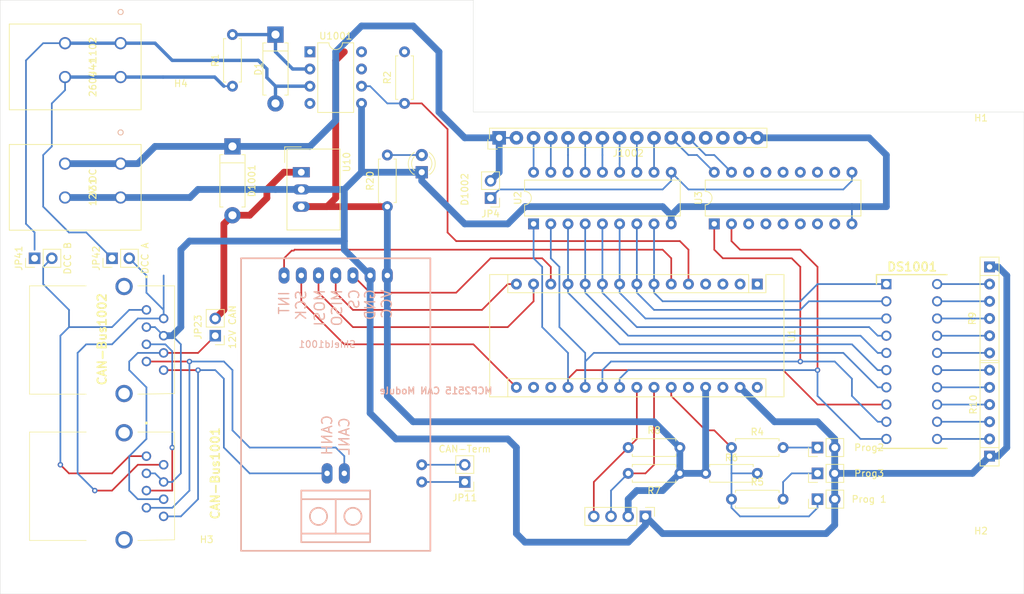
<source format=kicad_pcb>
(kicad_pcb (version 20171130) (host pcbnew 5.1.10)

  (general
    (thickness 1.6)
    (drawings 6)
    (tracks 395)
    (zones 0)
    (modules 38)
    (nets 59)
  )

  (page A4)
  (layers
    (0 F.Cu signal)
    (31 B.Cu signal)
    (32 B.Adhes user hide)
    (33 F.Adhes user hide)
    (34 B.Paste user hide)
    (35 F.Paste user hide)
    (36 B.SilkS user)
    (37 F.SilkS user)
    (38 B.Mask user hide)
    (39 F.Mask user hide)
    (40 Dwgs.User user hide)
    (41 Cmts.User user hide)
    (42 Eco1.User user hide)
    (43 Eco2.User user hide)
    (44 Edge.Cuts user)
    (45 Margin user hide)
    (46 B.CrtYd user)
    (47 F.CrtYd user hide)
    (48 B.Fab user hide)
    (49 F.Fab user)
  )

  (setup
    (last_trace_width 0.25)
    (trace_clearance 0.2)
    (zone_clearance 0.508)
    (zone_45_only no)
    (trace_min 0.2)
    (via_size 0.8)
    (via_drill 0.4)
    (via_min_size 0.4)
    (via_min_drill 0.3)
    (uvia_size 0.3)
    (uvia_drill 0.1)
    (uvias_allowed no)
    (uvia_min_size 0.2)
    (uvia_min_drill 0.1)
    (edge_width 0.05)
    (segment_width 0.2)
    (pcb_text_width 0.3)
    (pcb_text_size 1.5 1.5)
    (mod_edge_width 0.12)
    (mod_text_size 1 1)
    (mod_text_width 0.15)
    (pad_size 1.524 1.524)
    (pad_drill 0.762)
    (pad_to_mask_clearance 0)
    (aux_axis_origin 0 0)
    (grid_origin 137.16 67.31)
    (visible_elements FFFFFF7F)
    (pcbplotparams
      (layerselection 0x010fc_ffffffff)
      (usegerberextensions false)
      (usegerberattributes true)
      (usegerberadvancedattributes true)
      (creategerberjobfile true)
      (excludeedgelayer true)
      (linewidth 0.100000)
      (plotframeref false)
      (viasonmask false)
      (mode 1)
      (useauxorigin false)
      (hpglpennumber 1)
      (hpglpenspeed 20)
      (hpglpendiameter 15.000000)
      (psnegative false)
      (psa4output false)
      (plotreference true)
      (plotvalue true)
      (plotinvisibletext false)
      (padsonsilk false)
      (subtractmaskfromsilk false)
      (outputformat 1)
      (mirror false)
      (drillshape 1)
      (scaleselection 1)
      (outputdirectory ""))
  )

  (net 0 "")
  (net 1 +5V)
  (net 2 GND)
  (net 3 "Net-(D1-Pad1)")
  (net 4 +12V)
  (net 5 "Net-(D1-Pad2)")
  (net 6 "Net-(DS1001-Pad1)")
  (net 7 "Net-(DS1001-Pad2)")
  (net 8 "Net-(DS1001-Pad3)")
  (net 9 "Net-(DS1001-Pad4)")
  (net 10 "Net-(DS1001-Pad5)")
  (net 11 "Net-(DS1001-Pad6)")
  (net 12 "Net-(DS1001-Pad7)")
  (net 13 "Net-(DS1001-Pad8)")
  (net 14 "Net-(DS1001-Pad9)")
  (net 15 "Net-(DS1001-Pad10)")
  (net 16 "Net-(DS1001-Pad11)")
  (net 17 "Net-(DS1001-Pad12)")
  (net 18 "Net-(DS1001-Pad13)")
  (net 19 "Net-(DS1001-Pad14)")
  (net 20 "Net-(DS1001-Pad15)")
  (net 21 "Net-(DS1001-Pad16)")
  (net 22 "Net-(DS1001-Pad17)")
  (net 23 "Net-(DS1001-Pad18)")
  (net 24 "Net-(DS1001-Pad19)")
  (net 25 "Net-(DS1001-Pad20)")
  (net 26 "Net-(R2-Pad2)")
  (net 27 "Net-(JP1-Pad1)")
  (net 28 "Net-(JP2-Pad1)")
  (net 29 "Net-(JP3-Pad1)")
  (net 30 "Net-(JP4-Pad1)")
  (net 31 "Net-(J41-Pad3)")
  (net 32 "Net-(D1002-Pad2)")
  (net 33 "Net-(D1001-Pad2)")
  (net 34 "Net-(Shield1001-Pad3)")
  (net 35 "Net-(Shield1001-Pad4)")
  (net 36 "Net-(Shield1001-Pad5)")
  (net 37 "Net-(Shield1001-Pad6)")
  (net 38 "Net-(Shield1001-Pad7)")
  (net 39 "Net-(JP11-Pad2)")
  (net 40 "Net-(JP11-Pad1)")
  (net 41 "Net-(J1001-Pad4)")
  (net 42 "Net-(J1001-Pad3)")
  (net 43 "Net-(J1002-Pad10)")
  (net 44 "Net-(J1002-Pad9)")
  (net 45 "Net-(J1002-Pad8)")
  (net 46 "Net-(J1002-Pad7)")
  (net 47 "Net-(J1002-Pad6)")
  (net 48 "Net-(J1002-Pad5)")
  (net 49 "Net-(J1002-Pad4)")
  (net 50 "Net-(J1002-Pad3)")
  (net 51 "Net-(CAN-Bus1001-Pad8)")
  (net 52 "Net-(CAN-Bus1001-Pad7)")
  (net 53 "Net-(CAN-Bus1001-Pad6)")
  (net 54 "Net-(CAN-Bus1001-Pad5)")
  (net 55 "Net-(CAN-Bus1001-Pad2)")
  (net 56 "Net-(CAN-Bus1001-Pad1)")
  (net 57 "Net-(J1002-Pad12)")
  (net 58 "Net-(J1002-Pad11)")

  (net_class Default "This is the default net class."
    (clearance 0.2)
    (trace_width 0.25)
    (via_dia 0.8)
    (via_drill 0.4)
    (uvia_dia 0.3)
    (uvia_drill 0.1)
    (add_net +12V)
    (add_net +5V)
    (add_net GND)
    (add_net "Net-(CAN-Bus1001-Pad1)")
    (add_net "Net-(CAN-Bus1001-Pad2)")
    (add_net "Net-(CAN-Bus1001-Pad5)")
    (add_net "Net-(CAN-Bus1001-Pad6)")
    (add_net "Net-(CAN-Bus1001-Pad7)")
    (add_net "Net-(CAN-Bus1001-Pad8)")
    (add_net "Net-(D1-Pad1)")
    (add_net "Net-(D1-Pad2)")
    (add_net "Net-(D1001-Pad2)")
    (add_net "Net-(D1002-Pad2)")
    (add_net "Net-(DS1001-Pad1)")
    (add_net "Net-(DS1001-Pad10)")
    (add_net "Net-(DS1001-Pad11)")
    (add_net "Net-(DS1001-Pad12)")
    (add_net "Net-(DS1001-Pad13)")
    (add_net "Net-(DS1001-Pad14)")
    (add_net "Net-(DS1001-Pad15)")
    (add_net "Net-(DS1001-Pad16)")
    (add_net "Net-(DS1001-Pad17)")
    (add_net "Net-(DS1001-Pad18)")
    (add_net "Net-(DS1001-Pad19)")
    (add_net "Net-(DS1001-Pad2)")
    (add_net "Net-(DS1001-Pad20)")
    (add_net "Net-(DS1001-Pad3)")
    (add_net "Net-(DS1001-Pad4)")
    (add_net "Net-(DS1001-Pad5)")
    (add_net "Net-(DS1001-Pad6)")
    (add_net "Net-(DS1001-Pad7)")
    (add_net "Net-(DS1001-Pad8)")
    (add_net "Net-(DS1001-Pad9)")
    (add_net "Net-(J1001-Pad3)")
    (add_net "Net-(J1001-Pad4)")
    (add_net "Net-(J1002-Pad10)")
    (add_net "Net-(J1002-Pad11)")
    (add_net "Net-(J1002-Pad12)")
    (add_net "Net-(J1002-Pad3)")
    (add_net "Net-(J1002-Pad4)")
    (add_net "Net-(J1002-Pad5)")
    (add_net "Net-(J1002-Pad6)")
    (add_net "Net-(J1002-Pad7)")
    (add_net "Net-(J1002-Pad8)")
    (add_net "Net-(J1002-Pad9)")
    (add_net "Net-(J41-Pad3)")
    (add_net "Net-(JP1-Pad1)")
    (add_net "Net-(JP11-Pad1)")
    (add_net "Net-(JP11-Pad2)")
    (add_net "Net-(JP2-Pad1)")
    (add_net "Net-(JP3-Pad1)")
    (add_net "Net-(JP4-Pad1)")
    (add_net "Net-(R2-Pad2)")
    (add_net "Net-(Shield1001-Pad3)")
    (add_net "Net-(Shield1001-Pad4)")
    (add_net "Net-(Shield1001-Pad5)")
    (add_net "Net-(Shield1001-Pad6)")
    (add_net "Net-(Shield1001-Pad7)")
  )

  (net_class Power ""
    (clearance 0.5)
    (trace_width 1)
    (via_dia 0.8)
    (via_drill 0.4)
    (uvia_dia 0.3)
    (uvia_drill 0.1)
  )

  (module Pin_Headers:Pin_Header_Straight_1x02_Pitch2.54mm (layer F.Cu) (tedit 59650532) (tstamp 615B8645)
    (at 92.71 96.52 180)
    (descr "Through hole straight pin header, 1x02, 2.54mm pitch, single row")
    (tags "Through hole pin header THT 1x02 2.54mm single row")
    (path /61A202D7)
    (fp_text reference JP11 (at 0 -2.33) (layer F.SilkS)
      (effects (font (size 1 1) (thickness 0.15)))
    )
    (fp_text value CAN-Term (at 0 4.87) (layer F.SilkS)
      (effects (font (size 1 1) (thickness 0.15)))
    )
    (fp_line (start -0.635 -1.27) (end 1.27 -1.27) (layer F.Fab) (width 0.1))
    (fp_line (start 1.27 -1.27) (end 1.27 3.81) (layer F.Fab) (width 0.1))
    (fp_line (start 1.27 3.81) (end -1.27 3.81) (layer F.Fab) (width 0.1))
    (fp_line (start -1.27 3.81) (end -1.27 -0.635) (layer F.Fab) (width 0.1))
    (fp_line (start -1.27 -0.635) (end -0.635 -1.27) (layer F.Fab) (width 0.1))
    (fp_line (start -1.33 3.87) (end 1.33 3.87) (layer F.SilkS) (width 0.12))
    (fp_line (start -1.33 1.27) (end -1.33 3.87) (layer F.SilkS) (width 0.12))
    (fp_line (start 1.33 1.27) (end 1.33 3.87) (layer F.SilkS) (width 0.12))
    (fp_line (start -1.33 1.27) (end 1.33 1.27) (layer F.SilkS) (width 0.12))
    (fp_line (start -1.33 0) (end -1.33 -1.33) (layer F.SilkS) (width 0.12))
    (fp_line (start -1.33 -1.33) (end 0 -1.33) (layer F.SilkS) (width 0.12))
    (fp_line (start -1.8 -1.8) (end -1.8 4.35) (layer F.CrtYd) (width 0.05))
    (fp_line (start -1.8 4.35) (end 1.8 4.35) (layer F.CrtYd) (width 0.05))
    (fp_line (start 1.8 4.35) (end 1.8 -1.8) (layer F.CrtYd) (width 0.05))
    (fp_line (start 1.8 -1.8) (end -1.8 -1.8) (layer F.CrtYd) (width 0.05))
    (fp_text user %R (at 0 1.27 90) (layer F.Fab)
      (effects (font (size 1 1) (thickness 0.15)))
    )
    (pad 2 thru_hole oval (at 0 2.54 180) (size 1.7 1.7) (drill 1) (layers *.Cu *.Mask)
      (net 39 "Net-(JP11-Pad2)"))
    (pad 1 thru_hole rect (at 0 0 180) (size 1.7 1.7) (drill 1) (layers *.Cu *.Mask)
      (net 40 "Net-(JP11-Pad1)"))
    (model ${KISYS3DMOD}/Pin_Headers.3dshapes/Pin_Header_Straight_1x02_Pitch2.54mm.wrl
      (at (xyz 0 0 0))
      (scale (xyz 1 1 1))
      (rotate (xyz 0 0 0))
    )
  )

  (module Resistors_THT:R_Axial_DIN0207_L6.3mm_D2.5mm_P7.62mm_Horizontal (layer F.Cu) (tedit 5874F706) (tstamp 615CD0B9)
    (at 116.84 95.25)
    (descr "Resistor, Axial_DIN0207 series, Axial, Horizontal, pin pitch=7.62mm, 0.25W = 1/4W, length*diameter=6.3*2.5mm^2, http://cdn-reichelt.de/documents/datenblatt/B400/1_4W%23YAG.pdf")
    (tags "Resistor Axial_DIN0207 series Axial Horizontal pin pitch 7.62mm 0.25W = 1/4W length 6.3mm diameter 2.5mm")
    (path /608DEDAC)
    (fp_text reference R7 (at 3.81 2.54) (layer F.SilkS)
      (effects (font (size 1 1) (thickness 0.15)))
    )
    (fp_text value 4k7 (at 3.81 0) (layer F.Fab)
      (effects (font (size 1 1) (thickness 0.15)))
    )
    (fp_line (start 8.7 -1.6) (end -1.05 -1.6) (layer F.CrtYd) (width 0.05))
    (fp_line (start 8.7 1.6) (end 8.7 -1.6) (layer F.CrtYd) (width 0.05))
    (fp_line (start -1.05 1.6) (end 8.7 1.6) (layer F.CrtYd) (width 0.05))
    (fp_line (start -1.05 -1.6) (end -1.05 1.6) (layer F.CrtYd) (width 0.05))
    (fp_line (start 7.02 1.31) (end 7.02 0.98) (layer F.SilkS) (width 0.12))
    (fp_line (start 0.6 1.31) (end 7.02 1.31) (layer F.SilkS) (width 0.12))
    (fp_line (start 0.6 0.98) (end 0.6 1.31) (layer F.SilkS) (width 0.12))
    (fp_line (start 7.02 -1.31) (end 7.02 -0.98) (layer F.SilkS) (width 0.12))
    (fp_line (start 0.6 -1.31) (end 7.02 -1.31) (layer F.SilkS) (width 0.12))
    (fp_line (start 0.6 -0.98) (end 0.6 -1.31) (layer F.SilkS) (width 0.12))
    (fp_line (start 7.62 0) (end 6.96 0) (layer F.Fab) (width 0.1))
    (fp_line (start 0 0) (end 0.66 0) (layer F.Fab) (width 0.1))
    (fp_line (start 6.96 -1.25) (end 0.66 -1.25) (layer F.Fab) (width 0.1))
    (fp_line (start 6.96 1.25) (end 6.96 -1.25) (layer F.Fab) (width 0.1))
    (fp_line (start 0.66 1.25) (end 6.96 1.25) (layer F.Fab) (width 0.1))
    (fp_line (start 0.66 -1.25) (end 0.66 1.25) (layer F.Fab) (width 0.1))
    (pad 2 thru_hole oval (at 7.62 0) (size 1.6 1.6) (drill 0.8) (layers *.Cu *.Mask)
      (net 1 +5V))
    (pad 1 thru_hole circle (at 0 0) (size 1.6 1.6) (drill 0.8) (layers *.Cu *.Mask)
      (net 42 "Net-(J1001-Pad3)"))
    (model ${KISYS3DMOD}/Resistors_THT.3dshapes/R_Axial_DIN0207_L6.3mm_D2.5mm_P7.62mm_Horizontal.wrl
      (at (xyz 0 0 0))
      (scale (xyz 0.393701 0.393701 0.393701))
      (rotate (xyz 0 0 0))
    )
  )

  (module Converters_DCDC_ACDC:DCDC-Conv_TRACO_TSR-1 (layer F.Cu) (tedit 59FE1FB7) (tstamp 615B58C1)
    (at 68.58 50.8 270)
    (descr "DCDC-Converter, TRACO, TSR 1-xxxx")
    (tags "DCDC-Converter TRACO TSR-1")
    (path /61513CB9)
    (fp_text reference U10 (at -1.5 -6.71 90) (layer F.SilkS)
      (effects (font (size 1 1) (thickness 0.15)))
    )
    (fp_text value TSR_1-2450 (at 2.5 3.25 90) (layer F.Fab)
      (effects (font (size 1 1) (thickness 0.15)))
    )
    (fp_line (start -2.3 2) (end 8.4 2) (layer F.Fab) (width 0.1))
    (fp_line (start -3.42 2.12) (end -3.42 -5.73) (layer F.SilkS) (width 0.12))
    (fp_line (start -3.42 -5.73) (end 8.52 -5.73) (layer F.SilkS) (width 0.12))
    (fp_line (start 8.52 -5.73) (end 8.52 2.12) (layer F.SilkS) (width 0.12))
    (fp_line (start 8.52 2.12) (end -3.42 2.12) (layer F.SilkS) (width 0.12))
    (fp_line (start -3.55 -5.85) (end 8.65 -5.85) (layer F.CrtYd) (width 0.05))
    (fp_line (start 8.65 -5.85) (end 8.65 2.25) (layer F.CrtYd) (width 0.05))
    (fp_line (start 8.65 2.25) (end -3.55 2.25) (layer F.CrtYd) (width 0.05))
    (fp_line (start -3.55 2.25) (end -3.55 -5.85) (layer F.CrtYd) (width 0.05))
    (fp_line (start -3.3 -5.6) (end 8.4 -5.6) (layer F.Fab) (width 0.1))
    (fp_line (start 8.4 2) (end 8.4 -5.6) (layer F.Fab) (width 0.1))
    (fp_line (start -3.3 1) (end -3.3 -5.6) (layer F.Fab) (width 0.1))
    (fp_line (start -3.3 1) (end -2.3 2) (layer F.Fab) (width 0.1))
    (fp_line (start -3.75 0) (end -3.75 2.45) (layer F.SilkS) (width 0.12))
    (fp_line (start -3.75 2.45) (end -1.42 2.45) (layer F.SilkS) (width 0.12))
    (fp_text user %R (at 3 -3 90) (layer F.Fab)
      (effects (font (size 1 1) (thickness 0.15)))
    )
    (pad 1 thru_hole rect (at 0 0 270) (size 1.5 2.5) (drill 1) (layers *.Cu *.Mask)
      (net 33 "Net-(D1001-Pad2)"))
    (pad 2 thru_hole oval (at 2.54 0 270) (size 1.5 2.5) (drill 1) (layers *.Cu *.Mask)
      (net 2 GND))
    (pad 3 thru_hole oval (at 5.08 0 270) (size 1.5 2.5) (drill 1) (layers *.Cu *.Mask)
      (net 1 +5V))
    (model ${KISYS3DMOD}/Converters_DCDC_ACDC.3dshapes/DCDC-Conv_TRACO_TSR-1.wrl
      (at (xyz 0 0 0))
      (scale (xyz 1 1 1))
      (rotate (xyz 0 0 0))
    )
  )

  (module Diodes_THT:D_DO-15_P10.16mm_Horizontal (layer F.Cu) (tedit 5921392E) (tstamp 615B605B)
    (at 64.77 30.48 270)
    (descr "D, DO-15 series, Axial, Horizontal, pin pitch=10.16mm, , length*diameter=7.6*3.6mm^2, , http://www.diodes.com/_files/packages/DO-15.pdf")
    (tags "D DO-15 series Axial Horizontal pin pitch 10.16mm  length 7.6mm diameter 3.6mm")
    (path /61525ABE)
    (fp_text reference D1 (at 5.08 2.54 90) (layer F.SilkS)
      (effects (font (size 1 1) (thickness 0.15)))
    )
    (fp_text value 1N4004 (at 5.08 0 90) (layer F.Fab)
      (effects (font (size 1 1) (thickness 0.15)))
    )
    (fp_line (start 11.65 -2.15) (end -1.45 -2.15) (layer F.CrtYd) (width 0.05))
    (fp_line (start 11.65 2.15) (end 11.65 -2.15) (layer F.CrtYd) (width 0.05))
    (fp_line (start -1.45 2.15) (end 11.65 2.15) (layer F.CrtYd) (width 0.05))
    (fp_line (start -1.45 -2.15) (end -1.45 2.15) (layer F.CrtYd) (width 0.05))
    (fp_line (start 2.42 -1.86) (end 2.42 1.86) (layer F.SilkS) (width 0.12))
    (fp_line (start 8.94 1.86) (end 8.94 1.38) (layer F.SilkS) (width 0.12))
    (fp_line (start 1.22 1.86) (end 8.94 1.86) (layer F.SilkS) (width 0.12))
    (fp_line (start 1.22 1.38) (end 1.22 1.86) (layer F.SilkS) (width 0.12))
    (fp_line (start 8.94 -1.86) (end 8.94 -1.38) (layer F.SilkS) (width 0.12))
    (fp_line (start 1.22 -1.86) (end 8.94 -1.86) (layer F.SilkS) (width 0.12))
    (fp_line (start 1.22 -1.38) (end 1.22 -1.86) (layer F.SilkS) (width 0.12))
    (fp_line (start 2.42 -1.8) (end 2.42 1.8) (layer F.Fab) (width 0.1))
    (fp_line (start 10.16 0) (end 8.88 0) (layer F.Fab) (width 0.1))
    (fp_line (start 0 0) (end 1.28 0) (layer F.Fab) (width 0.1))
    (fp_line (start 8.88 -1.8) (end 1.28 -1.8) (layer F.Fab) (width 0.1))
    (fp_line (start 8.88 1.8) (end 8.88 -1.8) (layer F.Fab) (width 0.1))
    (fp_line (start 1.28 1.8) (end 8.88 1.8) (layer F.Fab) (width 0.1))
    (fp_line (start 1.28 -1.8) (end 1.28 1.8) (layer F.Fab) (width 0.1))
    (fp_text user %R (at 5.08 0 90) (layer F.Fab) hide
      (effects (font (size 1 1) (thickness 0.15)))
    )
    (pad 1 thru_hole rect (at 0 0 270) (size 2.4 2.4) (drill 1.2) (layers *.Cu *.Mask)
      (net 3 "Net-(D1-Pad1)"))
    (pad 2 thru_hole oval (at 10.16 0 270) (size 2.4 2.4) (drill 1.2) (layers *.Cu *.Mask)
      (net 5 "Net-(D1-Pad2)"))
    (model ${KISYS3DMOD}/Diodes_THT.3dshapes/D_DO-15_P10.16mm_Horizontal.wrl
      (at (xyz 0 0 0))
      (scale (xyz 0.393701 0.393701 0.393701))
      (rotate (xyz 0 0 0))
    )
  )

  (module Pin_Headers:Pin_Header_Straight_1x02_Pitch2.54mm (layer F.Cu) (tedit 59650532) (tstamp 615CD079)
    (at 40.64 63.5 90)
    (descr "Through hole straight pin header, 1x02, 2.54mm pitch, single row")
    (tags "Through hole pin header THT 1x02 2.54mm single row")
    (path /64C690BF)
    (fp_text reference JP42 (at 0 -2.33 90) (layer F.SilkS)
      (effects (font (size 1 1) (thickness 0.15)))
    )
    (fp_text value "DCC A" (at 0 4.87 90) (layer F.SilkS)
      (effects (font (size 1 1) (thickness 0.15)))
    )
    (fp_line (start -0.635 -1.27) (end 1.27 -1.27) (layer F.Fab) (width 0.1))
    (fp_line (start 1.27 -1.27) (end 1.27 3.81) (layer F.Fab) (width 0.1))
    (fp_line (start 1.27 3.81) (end -1.27 3.81) (layer F.Fab) (width 0.1))
    (fp_line (start -1.27 3.81) (end -1.27 -0.635) (layer F.Fab) (width 0.1))
    (fp_line (start -1.27 -0.635) (end -0.635 -1.27) (layer F.Fab) (width 0.1))
    (fp_line (start -1.33 3.87) (end 1.33 3.87) (layer F.SilkS) (width 0.12))
    (fp_line (start -1.33 1.27) (end -1.33 3.87) (layer F.SilkS) (width 0.12))
    (fp_line (start 1.33 1.27) (end 1.33 3.87) (layer F.SilkS) (width 0.12))
    (fp_line (start -1.33 1.27) (end 1.33 1.27) (layer F.SilkS) (width 0.12))
    (fp_line (start -1.33 0) (end -1.33 -1.33) (layer F.SilkS) (width 0.12))
    (fp_line (start -1.33 -1.33) (end 0 -1.33) (layer F.SilkS) (width 0.12))
    (fp_line (start -1.8 -1.8) (end -1.8 4.35) (layer F.CrtYd) (width 0.05))
    (fp_line (start -1.8 4.35) (end 1.8 4.35) (layer F.CrtYd) (width 0.05))
    (fp_line (start 1.8 4.35) (end 1.8 -1.8) (layer F.CrtYd) (width 0.05))
    (fp_line (start 1.8 -1.8) (end -1.8 -1.8) (layer F.CrtYd) (width 0.05))
    (fp_text user %R (at 0 1.27) (layer F.Fab)
      (effects (font (size 1 1) (thickness 0.15)))
    )
    (pad 1 thru_hole rect (at 0 0 90) (size 1.7 1.7) (drill 1) (layers *.Cu *.Mask)
      (net 31 "Net-(J41-Pad3)"))
    (pad 2 thru_hole oval (at 0 2.54 90) (size 1.7 1.7) (drill 1) (layers *.Cu *.Mask)
      (net 55 "Net-(CAN-Bus1001-Pad2)"))
    (model ${KISYS3DMOD}/Pin_Headers.3dshapes/Pin_Header_Straight_1x02_Pitch2.54mm.wrl
      (at (xyz 0 0 0))
      (scale (xyz 1 1 1))
      (rotate (xyz 0 0 0))
    )
  )

  (module Package_DIP:DIP-18_W7.62mm (layer F.Cu) (tedit 5A02E8C5) (tstamp 6056975B)
    (at 129.54 58.42 90)
    (descr "18-lead though-hole mounted DIP package, row spacing 7.62 mm (300 mils)")
    (tags "THT DIP DIL PDIP 2.54mm 7.62mm 300mil")
    (path /606E8064)
    (fp_text reference U3 (at 3.81 -2.33 90) (layer F.SilkS)
      (effects (font (size 1 1) (thickness 0.15)))
    )
    (fp_text value ULN2803A (at 3.81 22.65 90) (layer F.Fab)
      (effects (font (size 1 1) (thickness 0.15)))
    )
    (fp_line (start 1.635 -1.27) (end 6.985 -1.27) (layer F.Fab) (width 0.1))
    (fp_line (start 6.985 -1.27) (end 6.985 21.59) (layer F.Fab) (width 0.1))
    (fp_line (start 6.985 21.59) (end 0.635 21.59) (layer F.Fab) (width 0.1))
    (fp_line (start 0.635 21.59) (end 0.635 -0.27) (layer F.Fab) (width 0.1))
    (fp_line (start 0.635 -0.27) (end 1.635 -1.27) (layer F.Fab) (width 0.1))
    (fp_line (start 2.81 -1.33) (end 1.16 -1.33) (layer F.SilkS) (width 0.12))
    (fp_line (start 1.16 -1.33) (end 1.16 21.65) (layer F.SilkS) (width 0.12))
    (fp_line (start 1.16 21.65) (end 6.46 21.65) (layer F.SilkS) (width 0.12))
    (fp_line (start 6.46 21.65) (end 6.46 -1.33) (layer F.SilkS) (width 0.12))
    (fp_line (start 6.46 -1.33) (end 4.81 -1.33) (layer F.SilkS) (width 0.12))
    (fp_line (start -1.1 -1.55) (end -1.1 21.85) (layer F.CrtYd) (width 0.05))
    (fp_line (start -1.1 21.85) (end 8.7 21.85) (layer F.CrtYd) (width 0.05))
    (fp_line (start 8.7 21.85) (end 8.7 -1.55) (layer F.CrtYd) (width 0.05))
    (fp_line (start 8.7 -1.55) (end -1.1 -1.55) (layer F.CrtYd) (width 0.05))
    (fp_text user %R (at 3.81 10.16 90) (layer F.Fab)
      (effects (font (size 1 1) (thickness 0.15)))
    )
    (fp_arc (start 3.81 -1.33) (end 2.81 -1.33) (angle -180) (layer F.SilkS) (width 0.12))
    (pad 18 thru_hole oval (at 7.62 0 90) (size 1.6 1.6) (drill 0.8) (layers *.Cu *.Mask)
      (net 58 "Net-(J1002-Pad11)"))
    (pad 9 thru_hole oval (at 0 20.32 90) (size 1.6 1.6) (drill 0.8) (layers *.Cu *.Mask)
      (net 2 GND))
    (pad 17 thru_hole oval (at 7.62 2.54 90) (size 1.6 1.6) (drill 0.8) (layers *.Cu *.Mask)
      (net 57 "Net-(J1002-Pad12)"))
    (pad 8 thru_hole oval (at 0 17.78 90) (size 1.6 1.6) (drill 0.8) (layers *.Cu *.Mask))
    (pad 16 thru_hole oval (at 7.62 5.08 90) (size 1.6 1.6) (drill 0.8) (layers *.Cu *.Mask))
    (pad 7 thru_hole oval (at 0 15.24 90) (size 1.6 1.6) (drill 0.8) (layers *.Cu *.Mask))
    (pad 15 thru_hole oval (at 7.62 7.62 90) (size 1.6 1.6) (drill 0.8) (layers *.Cu *.Mask))
    (pad 6 thru_hole oval (at 0 12.7 90) (size 1.6 1.6) (drill 0.8) (layers *.Cu *.Mask))
    (pad 14 thru_hole oval (at 7.62 10.16 90) (size 1.6 1.6) (drill 0.8) (layers *.Cu *.Mask))
    (pad 5 thru_hole oval (at 0 10.16 90) (size 1.6 1.6) (drill 0.8) (layers *.Cu *.Mask))
    (pad 13 thru_hole oval (at 7.62 12.7 90) (size 1.6 1.6) (drill 0.8) (layers *.Cu *.Mask))
    (pad 4 thru_hole oval (at 0 7.62 90) (size 1.6 1.6) (drill 0.8) (layers *.Cu *.Mask))
    (pad 12 thru_hole oval (at 7.62 15.24 90) (size 1.6 1.6) (drill 0.8) (layers *.Cu *.Mask))
    (pad 3 thru_hole oval (at 0 5.08 90) (size 1.6 1.6) (drill 0.8) (layers *.Cu *.Mask))
    (pad 11 thru_hole oval (at 7.62 17.78 90) (size 1.6 1.6) (drill 0.8) (layers *.Cu *.Mask))
    (pad 2 thru_hole oval (at 0 2.54 90) (size 1.6 1.6) (drill 0.8) (layers *.Cu *.Mask)
      (net 15 "Net-(DS1001-Pad10)"))
    (pad 10 thru_hole oval (at 7.62 20.32 90) (size 1.6 1.6) (drill 0.8) (layers *.Cu *.Mask)
      (net 30 "Net-(JP4-Pad1)"))
    (pad 1 thru_hole rect (at 0 0 90) (size 1.6 1.6) (drill 0.8) (layers *.Cu *.Mask)
      (net 14 "Net-(DS1001-Pad9)"))
    (model ${KICAD6_3DMODEL_DIR}/Package_DIP.3dshapes/DIP-18_W7.62mm.wrl
      (at (xyz 0 0 0))
      (scale (xyz 1 1 1))
      (rotate (xyz 0 0 0))
    )
  )

  (module Modules:Arduino_Nano (layer F.Cu) (tedit 58ACAF70) (tstamp 6056A1BE)
    (at 135.89 67.31 270)
    (descr "Arduino Nano, http://www.mouser.com/pdfdocs/Gravitech_Arduino_Nano3_0.pdf")
    (tags "Arduino Nano")
    (path /60416171)
    (fp_text reference U1 (at 7.62 -5.08 90) (layer F.SilkS)
      (effects (font (size 1 1) (thickness 0.15)))
    )
    (fp_text value Arduino_Nano (at 8.89 19.05) (layer F.Fab)
      (effects (font (size 1 1) (thickness 0.15)))
    )
    (fp_line (start 16.75 42.16) (end -1.53 42.16) (layer F.CrtYd) (width 0.05))
    (fp_line (start 16.75 42.16) (end 16.75 -4.06) (layer F.CrtYd) (width 0.05))
    (fp_line (start -1.53 -4.06) (end -1.53 42.16) (layer F.CrtYd) (width 0.05))
    (fp_line (start -1.53 -4.06) (end 16.75 -4.06) (layer F.CrtYd) (width 0.05))
    (fp_line (start 16.51 -3.81) (end 16.51 39.37) (layer F.Fab) (width 0.1))
    (fp_line (start 0 -3.81) (end 16.51 -3.81) (layer F.Fab) (width 0.1))
    (fp_line (start -1.27 -2.54) (end 0 -3.81) (layer F.Fab) (width 0.1))
    (fp_line (start -1.27 39.37) (end -1.27 -2.54) (layer F.Fab) (width 0.1))
    (fp_line (start 16.51 39.37) (end -1.27 39.37) (layer F.Fab) (width 0.1))
    (fp_line (start 16.64 -3.94) (end -1.4 -3.94) (layer F.SilkS) (width 0.12))
    (fp_line (start 16.64 39.5) (end 16.64 -3.94) (layer F.SilkS) (width 0.12))
    (fp_line (start -1.4 39.5) (end 16.64 39.5) (layer F.SilkS) (width 0.12))
    (fp_line (start 3.81 41.91) (end 3.81 31.75) (layer F.Fab) (width 0.1))
    (fp_line (start 11.43 41.91) (end 3.81 41.91) (layer F.Fab) (width 0.1))
    (fp_line (start 11.43 31.75) (end 11.43 41.91) (layer F.Fab) (width 0.1))
    (fp_line (start 3.81 31.75) (end 11.43 31.75) (layer F.Fab) (width 0.1))
    (fp_line (start 1.27 36.83) (end -1.4 36.83) (layer F.SilkS) (width 0.12))
    (fp_line (start 1.27 1.27) (end 1.27 36.83) (layer F.SilkS) (width 0.12))
    (fp_line (start 1.27 1.27) (end -1.4 1.27) (layer F.SilkS) (width 0.12))
    (fp_line (start 13.97 36.83) (end 16.64 36.83) (layer F.SilkS) (width 0.12))
    (fp_line (start 13.97 -1.27) (end 13.97 36.83) (layer F.SilkS) (width 0.12))
    (fp_line (start 13.97 -1.27) (end 16.64 -1.27) (layer F.SilkS) (width 0.12))
    (fp_line (start -1.4 -3.94) (end -1.4 -1.27) (layer F.SilkS) (width 0.12))
    (fp_line (start -1.4 1.27) (end -1.4 39.5) (layer F.SilkS) (width 0.12))
    (fp_line (start 1.27 -1.27) (end -1.4 -1.27) (layer F.SilkS) (width 0.12))
    (fp_line (start 1.27 1.27) (end 1.27 -1.27) (layer F.SilkS) (width 0.12))
    (fp_text user %R (at 6.35 19.05) (layer F.Fab)
      (effects (font (size 1 1) (thickness 0.15)))
    )
    (pad 1 thru_hole rect (at 0 0 270) (size 1.6 1.6) (drill 0.8) (layers *.Cu *.Mask))
    (pad 17 thru_hole oval (at 15.24 33.02 270) (size 1.6 1.6) (drill 0.8) (layers *.Cu *.Mask))
    (pad 2 thru_hole oval (at 0 2.54 270) (size 1.6 1.6) (drill 0.8) (layers *.Cu *.Mask))
    (pad 18 thru_hole oval (at 15.24 30.48 270) (size 1.6 1.6) (drill 0.8) (layers *.Cu *.Mask))
    (pad 3 thru_hole oval (at 0 5.08 270) (size 1.6 1.6) (drill 0.8) (layers *.Cu *.Mask))
    (pad 19 thru_hole oval (at 15.24 27.94 270) (size 1.6 1.6) (drill 0.8) (layers *.Cu *.Mask)
      (net 13 "Net-(DS1001-Pad8)"))
    (pad 4 thru_hole oval (at 0 7.62 270) (size 1.6 1.6) (drill 0.8) (layers *.Cu *.Mask))
    (pad 20 thru_hole oval (at 15.24 25.4 270) (size 1.6 1.6) (drill 0.8) (layers *.Cu *.Mask)
      (net 12 "Net-(DS1001-Pad7)"))
    (pad 5 thru_hole oval (at 0 10.16 270) (size 1.6 1.6) (drill 0.8) (layers *.Cu *.Mask)
      (net 26 "Net-(R2-Pad2)"))
    (pad 21 thru_hole oval (at 15.24 22.86 270) (size 1.6 1.6) (drill 0.8) (layers *.Cu *.Mask)
      (net 14 "Net-(DS1001-Pad9)"))
    (pad 6 thru_hole oval (at 0 12.7 270) (size 1.6 1.6) (drill 0.8) (layers *.Cu *.Mask)
      (net 38 "Net-(Shield1001-Pad7)"))
    (pad 22 thru_hole oval (at 15.24 20.32 270) (size 1.6 1.6) (drill 0.8) (layers *.Cu *.Mask)
      (net 15 "Net-(DS1001-Pad10)"))
    (pad 7 thru_hole oval (at 0 15.24 270) (size 1.6 1.6) (drill 0.8) (layers *.Cu *.Mask)
      (net 6 "Net-(DS1001-Pad1)"))
    (pad 23 thru_hole oval (at 15.24 17.78 270) (size 1.6 1.6) (drill 0.8) (layers *.Cu *.Mask)
      (net 41 "Net-(J1001-Pad4)"))
    (pad 8 thru_hole oval (at 0 17.78 270) (size 1.6 1.6) (drill 0.8) (layers *.Cu *.Mask)
      (net 7 "Net-(DS1001-Pad2)"))
    (pad 24 thru_hole oval (at 15.24 15.24 270) (size 1.6 1.6) (drill 0.8) (layers *.Cu *.Mask)
      (net 42 "Net-(J1001-Pad3)"))
    (pad 9 thru_hole oval (at 0 20.32 270) (size 1.6 1.6) (drill 0.8) (layers *.Cu *.Mask)
      (net 8 "Net-(DS1001-Pad3)"))
    (pad 25 thru_hole oval (at 15.24 12.7 270) (size 1.6 1.6) (drill 0.8) (layers *.Cu *.Mask)
      (net 27 "Net-(JP1-Pad1)"))
    (pad 10 thru_hole oval (at 0 22.86 270) (size 1.6 1.6) (drill 0.8) (layers *.Cu *.Mask)
      (net 9 "Net-(DS1001-Pad4)"))
    (pad 26 thru_hole oval (at 15.24 10.16 270) (size 1.6 1.6) (drill 0.8) (layers *.Cu *.Mask))
    (pad 11 thru_hole oval (at 0 25.4 270) (size 1.6 1.6) (drill 0.8) (layers *.Cu *.Mask)
      (net 10 "Net-(DS1001-Pad5)"))
    (pad 27 thru_hole oval (at 15.24 7.62 270) (size 1.6 1.6) (drill 0.8) (layers *.Cu *.Mask)
      (net 1 +5V))
    (pad 12 thru_hole oval (at 0 27.94 270) (size 1.6 1.6) (drill 0.8) (layers *.Cu *.Mask)
      (net 11 "Net-(DS1001-Pad6)"))
    (pad 28 thru_hole oval (at 15.24 5.08 270) (size 1.6 1.6) (drill 0.8) (layers *.Cu *.Mask))
    (pad 13 thru_hole oval (at 0 30.48 270) (size 1.6 1.6) (drill 0.8) (layers *.Cu *.Mask)
      (net 34 "Net-(Shield1001-Pad3)"))
    (pad 29 thru_hole oval (at 15.24 2.54 270) (size 1.6 1.6) (drill 0.8) (layers *.Cu *.Mask)
      (net 2 GND))
    (pad 14 thru_hole oval (at 0 33.02 270) (size 1.6 1.6) (drill 0.8) (layers *.Cu *.Mask)
      (net 36 "Net-(Shield1001-Pad5)"))
    (pad 30 thru_hole oval (at 15.24 0 270) (size 1.6 1.6) (drill 0.8) (layers *.Cu *.Mask))
    (pad 15 thru_hole oval (at 0 35.56 270) (size 1.6 1.6) (drill 0.8) (layers *.Cu *.Mask)
      (net 35 "Net-(Shield1001-Pad4)"))
    (pad 16 thru_hole oval (at 15.24 35.56 270) (size 1.6 1.6) (drill 0.8) (layers *.Cu *.Mask)
      (net 37 "Net-(Shield1001-Pad6)"))
  )

  (module CAN-BUS-MODULE:MCP2515_CAN_MODULE_BY0-10 (layer B.Cu) (tedit 615B7DE9) (tstamp 615B7AA8)
    (at 87.63 63.5 180)
    (path /60585225)
    (fp_text reference Shield1001 (at 15.24 -12.7 180) (layer B.SilkS)
      (effects (font (size 1 1) (thickness 0.15)) (justify mirror))
    )
    (fp_text value CAN-BUS_MODULE_TJA1050 (at 13.97 -15.24 180) (layer B.Fab)
      (effects (font (size 1 1) (thickness 0.15)) (justify mirror))
    )
    (fp_line (start 22.86 0) (end 0 0) (layer B.SilkS) (width 0.249999))
    (fp_line (start 0 0) (end 0 -43.18) (layer B.SilkS) (width 0.249999))
    (fp_line (start 0 -43.18) (end 27.94 -43.18) (layer B.SilkS) (width 0.249999))
    (fp_line (start 27.94 -43.18) (end 27.94 0) (layer B.SilkS) (width 0.249999))
    (fp_line (start 27.94 0) (end 22.86 0) (layer B.SilkS) (width 0.249999))
    (fp_line (start 8.89 -34.29) (end 19.05 -34.29) (layer B.SilkS) (width 0.249999))
    (fp_line (start 19.05 -34.29) (end 19.05 -41.91) (layer B.SilkS) (width 0.249999))
    (fp_line (start 19.05 -41.91) (end 8.89 -41.91) (layer B.SilkS) (width 0.249999))
    (fp_line (start 8.89 -41.91) (end 8.89 -34.29) (layer B.SilkS) (width 0.249999))
    (fp_line (start 8.89 -34.29) (end 8.89 -34.29) (layer B.SilkS) (width 0.249999))
    (fp_line (start 19.05 -35.56) (end 8.89 -35.56) (layer B.SilkS) (width 0.249999))
    (fp_line (start 13.97 -35.56) (end 13.97 -40.64) (layer B.SilkS) (width 0.249999))
    (fp_line (start 8.89 -40.64) (end 19.05 -40.64) (layer B.SilkS) (width 0.249999))
    (fp_circle (center 16.51 -38.1) (end 16.51 -39.37) (layer B.SilkS) (width 0.254))
    (fp_circle (center 11.43 -38.1) (end 11.43 -39.37) (layer B.SilkS) (width 0.254))
    (fp_text user VCC (at 6.448204 -9.041669 90) (layer B.SilkS)
      (effects (font (size 1.499997 1.499997) (thickness 0.2032)) (justify right mirror))
    )
    (fp_text user CANH (at 15.24 -29.21 90) (layer B.SilkS)
      (effects (font (size 1.499997 1.499997) (thickness 0.2032)) (justify right mirror))
    )
    (fp_text user CANL (at 12.7 -29.21 90) (layer B.SilkS)
      (effects (font (size 1.499997 1.499997) (thickness 0.2032)) (justify right mirror))
    )
    (fp_text user INT (at 21.585903 -8.424503 90) (layer B.SilkS)
      (effects (font (size 1.499997 1.499997) (thickness 0.2032)) (justify right mirror))
    )
    (fp_text user SCK (at 19.090798 -9.2739 90) (layer B.SilkS)
      (effects (font (size 1.499997 1.499997) (thickness 0.2032)) (justify right mirror))
    )
    (fp_text user MOSI (at 16.327119 -10.16 90) (layer B.SilkS)
      (effects (font (size 1.499997 1.499997) (thickness 0.2032)) (justify right mirror))
    )
    (fp_text user MISO (at 13.787119 -10.16 90) (layer B.SilkS)
      (effects (font (size 1.499997 1.499997) (thickness 0.2032)) (justify right mirror))
    )
    (fp_text user CS (at 11.247119 -7.62 90) (layer B.SilkS)
      (effects (font (size 1.499997 1.499997) (thickness 0.2032)) (justify right mirror))
    )
    (fp_text user GND (at 8.898026 -9.2739 90) (layer B.SilkS)
      (effects (font (size 1.499997 1.499997) (thickness 0.2032)) (justify right mirror))
    )
    (fp_text user "MCP2515 CAN Module" (at 7.62 -19.558001 180) (layer B.SilkS)
      (effects (font (size 0.999998 0.999998) (thickness 0.2032)) (justify right mirror))
    )
    (pad 1.1 thru_hole circle (at 1.27 -33.02 180) (size 1.599997 1.599997) (drill 0.799998) (layers *.Cu *.Mask)
      (net 40 "Net-(JP11-Pad1)"))
    (pad 1.2 thru_hole circle (at 1.27 -30.48 180) (size 1.599997 1.599997) (drill 0.799998) (layers *.Cu *.Mask)
      (net 39 "Net-(JP11-Pad2)"))
    (pad "" np_thru_hole circle (at 25.4 -40.64 180) (size 2.54 2.54) (drill 2.54) (layers *.Cu *.Mask))
    (pad "" np_thru_hole circle (at 2.54 -40.64 180) (size 2.54 2.54) (drill 2.54) (layers *.Cu *.Mask))
    (pad "" np_thru_hole circle (at 2.54 -2.54 180) (size 2.54 2.54) (drill 2.54) (layers *.Cu *.Mask))
    (pad "" np_thru_hole circle (at 25.4 -2.54 180) (size 2.54 2.54) (drill 2.54) (layers *.Cu *.Mask))
    (pad L thru_hole oval (at 12.7 -31.75 180) (size 1.599997 2.999994) (drill 0.799998) (layers *.Cu *.Mask)
      (net 52 "Net-(CAN-Bus1001-Pad7)"))
    (pad H thru_hole oval (at 15.24 -31.75 180) (size 1.599997 2.999994) (drill 0.799998) (layers *.Cu *.Mask)
      (net 51 "Net-(CAN-Bus1001-Pad8)"))
    (pad 1 thru_hole oval (at 6.35 -2.54 180) (size 1.599997 2.400046) (drill 0.799998) (layers *.Cu *.Mask)
      (net 1 +5V))
    (pad 2 thru_hole oval (at 8.89 -2.54 180) (size 1.599997 2.400046) (drill 0.799998) (layers *.Cu *.Mask)
      (net 2 GND))
    (pad 3 thru_hole oval (at 11.43 -2.54 180) (size 1.599997 2.400046) (drill 0.799998) (layers *.Cu *.Mask)
      (net 34 "Net-(Shield1001-Pad3)"))
    (pad 4 thru_hole oval (at 13.97 -2.54) (size 1.599997 2.400046) (drill 0.799998) (layers *.Cu *.Mask)
      (net 35 "Net-(Shield1001-Pad4)"))
    (pad 5 thru_hole oval (at 16.51 -2.54 180) (size 1.599997 2.400046) (drill 0.799998) (layers *.Cu *.Mask)
      (net 36 "Net-(Shield1001-Pad5)"))
    (pad 6 thru_hole oval (at 19.05 -2.54 180) (size 1.599997 2.400046) (drill 0.799998) (layers *.Cu *.Mask)
      (net 37 "Net-(Shield1001-Pad6)"))
    (pad 7 thru_hole oval (at 21.59 -2.54 180) (size 1.599997 2.400046) (drill 0.799998) (layers *.Cu *.Mask)
      (net 38 "Net-(Shield1001-Pad7)"))
  )

  (module CONN_2604-1102_4_WAG (layer F.Cu) (tedit 0) (tstamp 615B701F)
    (at 41.91 31.75 270)
    (path /615D8C87)
    (fp_text reference J41 (at 3.499998 4.099999 90) (layer F.SilkS)
      (effects (font (size 1 1) (thickness 0.15)))
    )
    (fp_text value 2604-1102 (at 3.499998 4.099999 90) (layer F.SilkS)
      (effects (font (size 1 1) (thickness 0.15)))
    )
    (fp_circle (center -4.605003 0) (end -4.224003 0) (layer B.SilkS) (width 0.12))
    (fp_circle (center -4.605003 0) (end -4.224003 0) (layer F.SilkS) (width 0.12))
    (fp_circle (center 0 -1.905) (end 0.381 -1.905) (layer F.Fab) (width 0.1))
    (fp_line (start 9.953998 -3.154) (end -2.954002 -3.154) (layer F.CrtYd) (width 0.05))
    (fp_line (start 9.953998 16.5564) (end 9.953998 -3.154) (layer F.CrtYd) (width 0.05))
    (fp_line (start -2.954002 16.5564) (end 9.953998 16.5564) (layer F.CrtYd) (width 0.05))
    (fp_line (start -2.954002 -3.154) (end -2.954002 16.5564) (layer F.CrtYd) (width 0.05))
    (fp_line (start -2.700002 -2.9) (end -2.700002 16.3024) (layer F.Fab) (width 0.1))
    (fp_line (start 9.699998 -2.9) (end -2.700002 -2.9) (layer F.Fab) (width 0.1))
    (fp_line (start 9.699998 16.3024) (end 9.699998 -2.9) (layer F.Fab) (width 0.1))
    (fp_line (start -2.700002 16.3024) (end 9.699998 16.3024) (layer F.Fab) (width 0.1))
    (fp_line (start -2.827002 -3.027) (end -2.827002 16.4294) (layer F.SilkS) (width 0.12))
    (fp_line (start 9.826998 -3.027) (end -2.827002 -3.027) (layer F.SilkS) (width 0.12))
    (fp_line (start 9.826998 16.4294) (end 9.826998 -3.027) (layer F.SilkS) (width 0.12))
    (fp_line (start -2.827002 16.4294) (end 9.826998 16.4294) (layer F.SilkS) (width 0.12))
    (fp_text user "Copyright 2021 Accelerated Designs. All rights reserved." (at 0 0 90) (layer Cmts.User)
      (effects (font (size 0.127 0.127) (thickness 0.002)))
    )
    (fp_text user * (at 0 0 90) (layer F.SilkS)
      (effects (font (size 1 1) (thickness 0.15)))
    )
    (fp_text user * (at 0 0 90) (layer F.Fab)
      (effects (font (size 1 1) (thickness 0.15)))
    )
    (pad 1 thru_hole circle (at 0 0 270) (size 1.8034 1.8034) (drill 1.2954) (layers *.Cu *.Mask)
      (net 5 "Net-(D1-Pad2)"))
    (pad 3 thru_hole circle (at 5 0 270) (size 1.8034 1.8034) (drill 1.2954) (layers *.Cu *.Mask)
      (net 31 "Net-(J41-Pad3)"))
    (pad 2 thru_hole circle (at 0 8.199999 270) (size 1.8034 1.8034) (drill 1.2954) (layers *.Cu *.Mask)
      (net 5 "Net-(D1-Pad2)"))
    (pad 4 thru_hole circle (at 5 8.199999 270) (size 1.8034 1.8034) (drill 1.2954) (layers *.Cu *.Mask)
      (net 31 "Net-(J41-Pad3)"))
  )

  (module Package_DIP:DIP-18_W7.62mm (layer F.Cu) (tedit 5A02E8C5) (tstamp 60569735)
    (at 102.87 58.42 90)
    (descr "18-lead though-hole mounted DIP package, row spacing 7.62 mm (300 mils)")
    (tags "THT DIP DIL PDIP 2.54mm 7.62mm 300mil")
    (path /605E2384)
    (fp_text reference U2 (at 3.81 -2.33 90) (layer F.SilkS)
      (effects (font (size 1 1) (thickness 0.15)))
    )
    (fp_text value ULN2803A (at 3.81 22.65 90) (layer F.Fab)
      (effects (font (size 1 1) (thickness 0.15)))
    )
    (fp_line (start 1.635 -1.27) (end 6.985 -1.27) (layer F.Fab) (width 0.1))
    (fp_line (start 6.985 -1.27) (end 6.985 21.59) (layer F.Fab) (width 0.1))
    (fp_line (start 6.985 21.59) (end 0.635 21.59) (layer F.Fab) (width 0.1))
    (fp_line (start 0.635 21.59) (end 0.635 -0.27) (layer F.Fab) (width 0.1))
    (fp_line (start 0.635 -0.27) (end 1.635 -1.27) (layer F.Fab) (width 0.1))
    (fp_line (start 2.81 -1.33) (end 1.16 -1.33) (layer F.SilkS) (width 0.12))
    (fp_line (start 1.16 -1.33) (end 1.16 21.65) (layer F.SilkS) (width 0.12))
    (fp_line (start 1.16 21.65) (end 6.46 21.65) (layer F.SilkS) (width 0.12))
    (fp_line (start 6.46 21.65) (end 6.46 -1.33) (layer F.SilkS) (width 0.12))
    (fp_line (start 6.46 -1.33) (end 4.81 -1.33) (layer F.SilkS) (width 0.12))
    (fp_line (start -1.1 -1.55) (end -1.1 21.85) (layer F.CrtYd) (width 0.05))
    (fp_line (start -1.1 21.85) (end 8.7 21.85) (layer F.CrtYd) (width 0.05))
    (fp_line (start 8.7 21.85) (end 8.7 -1.55) (layer F.CrtYd) (width 0.05))
    (fp_line (start 8.7 -1.55) (end -1.1 -1.55) (layer F.CrtYd) (width 0.05))
    (fp_text user %R (at 3.81 10.16 90) (layer F.Fab)
      (effects (font (size 1 1) (thickness 0.15)))
    )
    (fp_arc (start 3.81 -1.33) (end 2.81 -1.33) (angle -180) (layer F.SilkS) (width 0.12))
    (pad 18 thru_hole oval (at 7.62 0 90) (size 1.6 1.6) (drill 0.8) (layers *.Cu *.Mask)
      (net 50 "Net-(J1002-Pad3)"))
    (pad 9 thru_hole oval (at 0 20.32 90) (size 1.6 1.6) (drill 0.8) (layers *.Cu *.Mask)
      (net 2 GND))
    (pad 17 thru_hole oval (at 7.62 2.54 90) (size 1.6 1.6) (drill 0.8) (layers *.Cu *.Mask)
      (net 49 "Net-(J1002-Pad4)"))
    (pad 8 thru_hole oval (at 0 17.78 90) (size 1.6 1.6) (drill 0.8) (layers *.Cu *.Mask)
      (net 6 "Net-(DS1001-Pad1)"))
    (pad 16 thru_hole oval (at 7.62 5.08 90) (size 1.6 1.6) (drill 0.8) (layers *.Cu *.Mask)
      (net 48 "Net-(J1002-Pad5)"))
    (pad 7 thru_hole oval (at 0 15.24 90) (size 1.6 1.6) (drill 0.8) (layers *.Cu *.Mask)
      (net 7 "Net-(DS1001-Pad2)"))
    (pad 15 thru_hole oval (at 7.62 7.62 90) (size 1.6 1.6) (drill 0.8) (layers *.Cu *.Mask)
      (net 47 "Net-(J1002-Pad6)"))
    (pad 6 thru_hole oval (at 0 12.7 90) (size 1.6 1.6) (drill 0.8) (layers *.Cu *.Mask)
      (net 8 "Net-(DS1001-Pad3)"))
    (pad 14 thru_hole oval (at 7.62 10.16 90) (size 1.6 1.6) (drill 0.8) (layers *.Cu *.Mask)
      (net 46 "Net-(J1002-Pad7)"))
    (pad 5 thru_hole oval (at 0 10.16 90) (size 1.6 1.6) (drill 0.8) (layers *.Cu *.Mask)
      (net 9 "Net-(DS1001-Pad4)"))
    (pad 13 thru_hole oval (at 7.62 12.7 90) (size 1.6 1.6) (drill 0.8) (layers *.Cu *.Mask)
      (net 45 "Net-(J1002-Pad8)"))
    (pad 4 thru_hole oval (at 0 7.62 90) (size 1.6 1.6) (drill 0.8) (layers *.Cu *.Mask)
      (net 10 "Net-(DS1001-Pad5)"))
    (pad 12 thru_hole oval (at 7.62 15.24 90) (size 1.6 1.6) (drill 0.8) (layers *.Cu *.Mask)
      (net 44 "Net-(J1002-Pad9)"))
    (pad 3 thru_hole oval (at 0 5.08 90) (size 1.6 1.6) (drill 0.8) (layers *.Cu *.Mask)
      (net 11 "Net-(DS1001-Pad6)"))
    (pad 11 thru_hole oval (at 7.62 17.78 90) (size 1.6 1.6) (drill 0.8) (layers *.Cu *.Mask)
      (net 43 "Net-(J1002-Pad10)"))
    (pad 2 thru_hole oval (at 0 2.54 90) (size 1.6 1.6) (drill 0.8) (layers *.Cu *.Mask)
      (net 12 "Net-(DS1001-Pad7)"))
    (pad 10 thru_hole oval (at 7.62 20.32 90) (size 1.6 1.6) (drill 0.8) (layers *.Cu *.Mask)
      (net 30 "Net-(JP4-Pad1)"))
    (pad 1 thru_hole rect (at 0 0 90) (size 1.6 1.6) (drill 0.8) (layers *.Cu *.Mask)
      (net 13 "Net-(DS1001-Pad8)"))
    (model ${KICAD6_3DMODEL_DIR}/Package_DIP.3dshapes/DIP-18_W7.62mm.wrl
      (at (xyz 0 0 0))
      (scale (xyz 1 1 1))
      (rotate (xyz 0 0 0))
    )
  )

  (module Resistors_THT:R_Axial_DIN0207_L6.3mm_D2.5mm_P7.62mm_Horizontal (layer F.Cu) (tedit 5874F706) (tstamp 615B3E12)
    (at 58.42 30.48 270)
    (descr "Resistor, Axial_DIN0207 series, Axial, Horizontal, pin pitch=7.62mm, 0.25W = 1/4W, length*diameter=6.3*2.5mm^2, http://cdn-reichelt.de/documents/datenblatt/B400/1_4W%23YAG.pdf")
    (tags "Resistor Axial_DIN0207 series Axial Horizontal pin pitch 7.62mm 0.25W = 1/4W length 6.3mm diameter 2.5mm")
    (path /6154F62A)
    (fp_text reference R1 (at 3.81 2.54 90) (layer F.SilkS)
      (effects (font (size 1 1) (thickness 0.15)))
    )
    (fp_text value 1k5 (at 3.81 0 90) (layer F.Fab)
      (effects (font (size 1 1) (thickness 0.15)))
    )
    (fp_line (start 8.7 -1.6) (end -1.05 -1.6) (layer F.CrtYd) (width 0.05))
    (fp_line (start 8.7 1.6) (end 8.7 -1.6) (layer F.CrtYd) (width 0.05))
    (fp_line (start -1.05 1.6) (end 8.7 1.6) (layer F.CrtYd) (width 0.05))
    (fp_line (start -1.05 -1.6) (end -1.05 1.6) (layer F.CrtYd) (width 0.05))
    (fp_line (start 7.02 1.31) (end 7.02 0.98) (layer F.SilkS) (width 0.12))
    (fp_line (start 0.6 1.31) (end 7.02 1.31) (layer F.SilkS) (width 0.12))
    (fp_line (start 0.6 0.98) (end 0.6 1.31) (layer F.SilkS) (width 0.12))
    (fp_line (start 7.02 -1.31) (end 7.02 -0.98) (layer F.SilkS) (width 0.12))
    (fp_line (start 0.6 -1.31) (end 7.02 -1.31) (layer F.SilkS) (width 0.12))
    (fp_line (start 0.6 -0.98) (end 0.6 -1.31) (layer F.SilkS) (width 0.12))
    (fp_line (start 7.62 0) (end 6.96 0) (layer F.Fab) (width 0.1))
    (fp_line (start 0 0) (end 0.66 0) (layer F.Fab) (width 0.1))
    (fp_line (start 6.96 -1.25) (end 0.66 -1.25) (layer F.Fab) (width 0.1))
    (fp_line (start 6.96 1.25) (end 6.96 -1.25) (layer F.Fab) (width 0.1))
    (fp_line (start 0.66 1.25) (end 6.96 1.25) (layer F.Fab) (width 0.1))
    (fp_line (start 0.66 -1.25) (end 0.66 1.25) (layer F.Fab) (width 0.1))
    (pad 1 thru_hole circle (at 0 0 270) (size 1.6 1.6) (drill 0.8) (layers *.Cu *.Mask)
      (net 3 "Net-(D1-Pad1)"))
    (pad 2 thru_hole oval (at 7.62 0 270) (size 1.6 1.6) (drill 0.8) (layers *.Cu *.Mask)
      (net 31 "Net-(J41-Pad3)"))
    (model ${KISYS3DMOD}/Resistors_THT.3dshapes/R_Axial_DIN0207_L6.3mm_D2.5mm_P7.62mm_Horizontal.wrl
      (at (xyz 0 0 0))
      (scale (xyz 0.393701 0.393701 0.393701))
      (rotate (xyz 0 0 0))
    )
  )

  (module Resistors_THT:R_Axial_DIN0207_L6.3mm_D2.5mm_P7.62mm_Horizontal (layer F.Cu) (tedit 5874F706) (tstamp 615B3E28)
    (at 83.82 33.02 270)
    (descr "Resistor, Axial_DIN0207 series, Axial, Horizontal, pin pitch=7.62mm, 0.25W = 1/4W, length*diameter=6.3*2.5mm^2, http://cdn-reichelt.de/documents/datenblatt/B400/1_4W%23YAG.pdf")
    (tags "Resistor Axial_DIN0207 series Axial Horizontal pin pitch 7.62mm 0.25W = 1/4W length 6.3mm diameter 2.5mm")
    (path /6168E6E9)
    (fp_text reference R2 (at 3.81 2.54 90) (layer F.SilkS)
      (effects (font (size 1 1) (thickness 0.15)))
    )
    (fp_text value 10K (at 3.81 0 90) (layer F.Fab)
      (effects (font (size 1 1) (thickness 0.15)))
    )
    (fp_line (start 8.7 -1.6) (end -1.05 -1.6) (layer F.CrtYd) (width 0.05))
    (fp_line (start 8.7 1.6) (end 8.7 -1.6) (layer F.CrtYd) (width 0.05))
    (fp_line (start -1.05 1.6) (end 8.7 1.6) (layer F.CrtYd) (width 0.05))
    (fp_line (start -1.05 -1.6) (end -1.05 1.6) (layer F.CrtYd) (width 0.05))
    (fp_line (start 7.02 1.31) (end 7.02 0.98) (layer F.SilkS) (width 0.12))
    (fp_line (start 0.6 1.31) (end 7.02 1.31) (layer F.SilkS) (width 0.12))
    (fp_line (start 0.6 0.98) (end 0.6 1.31) (layer F.SilkS) (width 0.12))
    (fp_line (start 7.02 -1.31) (end 7.02 -0.98) (layer F.SilkS) (width 0.12))
    (fp_line (start 0.6 -1.31) (end 7.02 -1.31) (layer F.SilkS) (width 0.12))
    (fp_line (start 0.6 -0.98) (end 0.6 -1.31) (layer F.SilkS) (width 0.12))
    (fp_line (start 7.62 0) (end 6.96 0) (layer F.Fab) (width 0.1))
    (fp_line (start 0 0) (end 0.66 0) (layer F.Fab) (width 0.1))
    (fp_line (start 6.96 -1.25) (end 0.66 -1.25) (layer F.Fab) (width 0.1))
    (fp_line (start 6.96 1.25) (end 6.96 -1.25) (layer F.Fab) (width 0.1))
    (fp_line (start 0.66 1.25) (end 6.96 1.25) (layer F.Fab) (width 0.1))
    (fp_line (start 0.66 -1.25) (end 0.66 1.25) (layer F.Fab) (width 0.1))
    (pad 1 thru_hole circle (at 0 0 270) (size 1.6 1.6) (drill 0.8) (layers *.Cu *.Mask)
      (net 1 +5V))
    (pad 2 thru_hole oval (at 7.62 0 270) (size 1.6 1.6) (drill 0.8) (layers *.Cu *.Mask)
      (net 26 "Net-(R2-Pad2)"))
    (model ${KISYS3DMOD}/Resistors_THT.3dshapes/R_Axial_DIN0207_L6.3mm_D2.5mm_P7.62mm_Horizontal.wrl
      (at (xyz 0 0 0))
      (scale (xyz 0.393701 0.393701 0.393701))
      (rotate (xyz 0 0 0))
    )
  )

  (module Package_DIP:DIP-8_W7.62mm (layer F.Cu) (tedit 5A02E8C5) (tstamp 615B3E44)
    (at 69.85 33.02)
    (descr "8-lead though-hole mounted DIP package, row spacing 7.62 mm (300 mils)")
    (tags "THT DIP DIL PDIP 2.54mm 7.62mm 300mil")
    (path /615246FE)
    (fp_text reference U1001 (at 3.81 -2.33) (layer F.SilkS)
      (effects (font (size 1 1) (thickness 0.15)))
    )
    (fp_text value 6N136 (at 3.81 9.95) (layer F.Fab)
      (effects (font (size 1 1) (thickness 0.15)))
    )
    (fp_line (start 1.635 -1.27) (end 6.985 -1.27) (layer F.Fab) (width 0.1))
    (fp_line (start 6.985 -1.27) (end 6.985 8.89) (layer F.Fab) (width 0.1))
    (fp_line (start 6.985 8.89) (end 0.635 8.89) (layer F.Fab) (width 0.1))
    (fp_line (start 0.635 8.89) (end 0.635 -0.27) (layer F.Fab) (width 0.1))
    (fp_line (start 0.635 -0.27) (end 1.635 -1.27) (layer F.Fab) (width 0.1))
    (fp_line (start 2.81 -1.33) (end 1.16 -1.33) (layer F.SilkS) (width 0.12))
    (fp_line (start 1.16 -1.33) (end 1.16 8.95) (layer F.SilkS) (width 0.12))
    (fp_line (start 1.16 8.95) (end 6.46 8.95) (layer F.SilkS) (width 0.12))
    (fp_line (start 6.46 8.95) (end 6.46 -1.33) (layer F.SilkS) (width 0.12))
    (fp_line (start 6.46 -1.33) (end 4.81 -1.33) (layer F.SilkS) (width 0.12))
    (fp_line (start -1.1 -1.55) (end -1.1 9.15) (layer F.CrtYd) (width 0.05))
    (fp_line (start -1.1 9.15) (end 8.7 9.15) (layer F.CrtYd) (width 0.05))
    (fp_line (start 8.7 9.15) (end 8.7 -1.55) (layer F.CrtYd) (width 0.05))
    (fp_line (start 8.7 -1.55) (end -1.1 -1.55) (layer F.CrtYd) (width 0.05))
    (fp_text user %R (at 3.81 3.81) (layer F.Fab)
      (effects (font (size 1 1) (thickness 0.15)))
    )
    (fp_arc (start 3.81 -1.33) (end 2.81 -1.33) (angle -180) (layer F.SilkS) (width 0.12))
    (pad 8 thru_hole oval (at 7.62 0) (size 1.6 1.6) (drill 0.8) (layers *.Cu *.Mask)
      (net 1 +5V))
    (pad 4 thru_hole oval (at 0 7.62) (size 1.6 1.6) (drill 0.8) (layers *.Cu *.Mask))
    (pad 7 thru_hole oval (at 7.62 2.54) (size 1.6 1.6) (drill 0.8) (layers *.Cu *.Mask))
    (pad 3 thru_hole oval (at 0 5.08) (size 1.6 1.6) (drill 0.8) (layers *.Cu *.Mask)
      (net 5 "Net-(D1-Pad2)"))
    (pad 6 thru_hole oval (at 7.62 5.08) (size 1.6 1.6) (drill 0.8) (layers *.Cu *.Mask)
      (net 26 "Net-(R2-Pad2)"))
    (pad 2 thru_hole oval (at 0 2.54) (size 1.6 1.6) (drill 0.8) (layers *.Cu *.Mask)
      (net 3 "Net-(D1-Pad1)"))
    (pad 5 thru_hole oval (at 7.62 7.62) (size 1.6 1.6) (drill 0.8) (layers *.Cu *.Mask)
      (net 2 GND))
    (pad 1 thru_hole rect (at 0 0) (size 1.6 1.6) (drill 0.8) (layers *.Cu *.Mask))
    (model ${KICAD6_3DMODEL_DIR}/Package_DIP.3dshapes/DIP-8_W7.62mm.wrl
      (at (xyz 0 0 0))
      (scale (xyz 1 1 1))
      (rotate (xyz 0 0 0))
    )
  )

  (module Resistors_THT:R_Array_SIP6 (layer F.Cu) (tedit 57FA3974) (tstamp 61771C8B)
    (at 170.18 64.77 270)
    (descr "6-pin Resistor SIP pack")
    (tags R)
    (path /615C1448)
    (fp_text reference R9 (at 7.62 2.54 90) (layer F.SilkS)
      (effects (font (size 1 1) (thickness 0.15)))
    )
    (fp_text value 1k (at 7.62 -2.54 90) (layer F.Fab)
      (effects (font (size 1 1) (thickness 0.15)))
    )
    (fp_line (start 14.4 -1.65) (end -1.7 -1.65) (layer F.CrtYd) (width 0.05))
    (fp_line (start 14.4 1.65) (end 14.4 -1.65) (layer F.CrtYd) (width 0.05))
    (fp_line (start -1.7 1.65) (end 14.4 1.65) (layer F.CrtYd) (width 0.05))
    (fp_line (start -1.7 -1.65) (end -1.7 1.65) (layer F.CrtYd) (width 0.05))
    (fp_line (start 1.27 -1.4) (end 1.27 1.4) (layer F.SilkS) (width 0.12))
    (fp_line (start 14.14 -1.4) (end -1.44 -1.4) (layer F.SilkS) (width 0.12))
    (fp_line (start 14.14 1.4) (end 14.14 -1.4) (layer F.SilkS) (width 0.12))
    (fp_line (start -1.44 1.4) (end 14.14 1.4) (layer F.SilkS) (width 0.12))
    (fp_line (start -1.44 -1.4) (end -1.44 1.4) (layer F.SilkS) (width 0.12))
    (fp_line (start 1.27 -1.25) (end 1.27 1.25) (layer F.Fab) (width 0.1))
    (fp_line (start 13.99 -1.25) (end -1.29 -1.25) (layer F.Fab) (width 0.1))
    (fp_line (start 13.99 1.25) (end 13.99 -1.25) (layer F.Fab) (width 0.1))
    (fp_line (start -1.29 1.25) (end 13.99 1.25) (layer F.Fab) (width 0.1))
    (fp_line (start -1.29 -1.25) (end -1.29 1.25) (layer F.Fab) (width 0.1))
    (pad 1 thru_hole rect (at 0 0 270) (size 1.6 1.6) (drill 0.8) (layers *.Cu *.Mask)
      (net 2 GND))
    (pad 2 thru_hole oval (at 2.54 0 270) (size 1.6 1.6) (drill 0.8) (layers *.Cu *.Mask)
      (net 25 "Net-(DS1001-Pad20)"))
    (pad 3 thru_hole oval (at 5.08 0 270) (size 1.6 1.6) (drill 0.8) (layers *.Cu *.Mask)
      (net 24 "Net-(DS1001-Pad19)"))
    (pad 4 thru_hole oval (at 7.62 0 270) (size 1.6 1.6) (drill 0.8) (layers *.Cu *.Mask)
      (net 23 "Net-(DS1001-Pad18)"))
    (pad 5 thru_hole oval (at 10.16 0 270) (size 1.6 1.6) (drill 0.8) (layers *.Cu *.Mask)
      (net 22 "Net-(DS1001-Pad17)"))
    (pad 6 thru_hole oval (at 12.7 0 270) (size 1.6 1.6) (drill 0.8) (layers *.Cu *.Mask)
      (net 21 "Net-(DS1001-Pad16)"))
    (model ${KISYS3DMOD}/Resistors_THT.3dshapes/R_Array_SIP6.wrl
      (at (xyz 0 0 0))
      (scale (xyz 0.39 0.39 0.39))
      (rotate (xyz 0 0 0))
    )
  )

  (module Resistors_THT:R_Array_SIP6 (layer F.Cu) (tedit 57FA3974) (tstamp 615B5ED3)
    (at 170.18 92.71 90)
    (descr "6-pin Resistor SIP pack")
    (tags R)
    (path /615C2884)
    (fp_text reference R10 (at 7.62 -2.4 90) (layer F.SilkS)
      (effects (font (size 1 1) (thickness 0.15)))
    )
    (fp_text value 1k (at 7.62 2.4 90) (layer F.Fab)
      (effects (font (size 1 1) (thickness 0.15)))
    )
    (fp_line (start 14.4 -1.65) (end -1.7 -1.65) (layer F.CrtYd) (width 0.05))
    (fp_line (start 14.4 1.65) (end 14.4 -1.65) (layer F.CrtYd) (width 0.05))
    (fp_line (start -1.7 1.65) (end 14.4 1.65) (layer F.CrtYd) (width 0.05))
    (fp_line (start -1.7 -1.65) (end -1.7 1.65) (layer F.CrtYd) (width 0.05))
    (fp_line (start 1.27 -1.4) (end 1.27 1.4) (layer F.SilkS) (width 0.12))
    (fp_line (start 14.14 -1.4) (end -1.44 -1.4) (layer F.SilkS) (width 0.12))
    (fp_line (start 14.14 1.4) (end 14.14 -1.4) (layer F.SilkS) (width 0.12))
    (fp_line (start -1.44 1.4) (end 14.14 1.4) (layer F.SilkS) (width 0.12))
    (fp_line (start -1.44 -1.4) (end -1.44 1.4) (layer F.SilkS) (width 0.12))
    (fp_line (start 1.27 -1.25) (end 1.27 1.25) (layer F.Fab) (width 0.1))
    (fp_line (start 13.99 -1.25) (end -1.29 -1.25) (layer F.Fab) (width 0.1))
    (fp_line (start 13.99 1.25) (end 13.99 -1.25) (layer F.Fab) (width 0.1))
    (fp_line (start -1.29 1.25) (end 13.99 1.25) (layer F.Fab) (width 0.1))
    (fp_line (start -1.29 -1.25) (end -1.29 1.25) (layer F.Fab) (width 0.1))
    (pad 1 thru_hole rect (at 0 0 90) (size 1.6 1.6) (drill 0.8) (layers *.Cu *.Mask)
      (net 2 GND))
    (pad 2 thru_hole oval (at 2.54 0 90) (size 1.6 1.6) (drill 0.8) (layers *.Cu *.Mask)
      (net 16 "Net-(DS1001-Pad11)"))
    (pad 3 thru_hole oval (at 5.08 0 90) (size 1.6 1.6) (drill 0.8) (layers *.Cu *.Mask)
      (net 17 "Net-(DS1001-Pad12)"))
    (pad 4 thru_hole oval (at 7.62 0 90) (size 1.6 1.6) (drill 0.8) (layers *.Cu *.Mask)
      (net 18 "Net-(DS1001-Pad13)"))
    (pad 5 thru_hole oval (at 10.16 0 90) (size 1.6 1.6) (drill 0.8) (layers *.Cu *.Mask)
      (net 19 "Net-(DS1001-Pad14)"))
    (pad 6 thru_hole oval (at 12.7 0 90) (size 1.6 1.6) (drill 0.8) (layers *.Cu *.Mask)
      (net 20 "Net-(DS1001-Pad15)"))
    (model ${KISYS3DMOD}/Resistors_THT.3dshapes/R_Array_SIP6.wrl
      (at (xyz 0 0 0))
      (scale (xyz 0.39 0.39 0.39))
      (rotate (xyz 0 0 0))
    )
  )

  (module Kingbright-LED:DIPS750W80P254L2540H825Q20N (layer F.Cu) (tedit 0) (tstamp 615B6EBE)
    (at 154.94 67.31)
    (descr "10 SEGMENT BAR GRAPH ARRAY")
    (tags Display)
    (path /615BB0E4)
    (fp_text reference DS1001 (at 3.81 -2.54) (layer F.SilkS)
      (effects (font (size 1.27 1.27) (thickness 0.254)))
    )
    (fp_text value DC-10SGWA (at 0 0) (layer F.SilkS) hide
      (effects (font (size 1.27 1.27) (thickness 0.254)))
    )
    (fp_line (start -1.455 -1.395) (end -1.455 0) (layer F.SilkS) (width 0.2))
    (fp_line (start 8.955 -1.395) (end -1.455 -1.395) (layer F.SilkS) (width 0.2))
    (fp_line (start -1.455 24.255) (end 8.955 24.255) (layer F.SilkS) (width 0.2))
    (fp_line (start -1.455 -0.125) (end -0.185 -1.395) (layer F.Fab) (width 0.1))
    (fp_line (start -1.455 24.255) (end -1.455 -1.395) (layer F.Fab) (width 0.1))
    (fp_line (start 8.955 24.255) (end -1.455 24.255) (layer F.Fab) (width 0.1))
    (fp_line (start 8.955 -1.395) (end 8.955 24.255) (layer F.Fab) (width 0.1))
    (fp_line (start -1.455 -1.395) (end 8.955 -1.395) (layer F.Fab) (width 0.1))
    (fp_line (start -1.705 24.505) (end -1.705 -1.645) (layer F.CrtYd) (width 0.05))
    (fp_line (start 9.205 24.505) (end -1.705 24.505) (layer F.CrtYd) (width 0.05))
    (fp_line (start 9.205 -1.645) (end 9.205 24.505) (layer F.CrtYd) (width 0.05))
    (fp_line (start -1.705 -1.645) (end 9.205 -1.645) (layer F.CrtYd) (width 0.05))
    (fp_text user %R (at 3.81 25.4) (layer F.Fab) hide
      (effects (font (size 1.27 1.27) (thickness 0.254)))
    )
    (pad 1 thru_hole rect (at 0 0) (size 1.5 1.5) (drill 1) (layers *.Cu *.Mask)
      (net 6 "Net-(DS1001-Pad1)"))
    (pad 2 thru_hole circle (at 0 2.54) (size 1.5 1.5) (drill 1) (layers *.Cu *.Mask)
      (net 7 "Net-(DS1001-Pad2)"))
    (pad 3 thru_hole circle (at 0 5.08) (size 1.5 1.5) (drill 1) (layers *.Cu *.Mask)
      (net 8 "Net-(DS1001-Pad3)"))
    (pad 4 thru_hole circle (at 0 7.62) (size 1.5 1.5) (drill 1) (layers *.Cu *.Mask)
      (net 9 "Net-(DS1001-Pad4)"))
    (pad 5 thru_hole circle (at 0 10.16) (size 1.5 1.5) (drill 1) (layers *.Cu *.Mask)
      (net 10 "Net-(DS1001-Pad5)"))
    (pad 6 thru_hole circle (at 0 12.7) (size 1.5 1.5) (drill 1) (layers *.Cu *.Mask)
      (net 11 "Net-(DS1001-Pad6)"))
    (pad 7 thru_hole circle (at 0 15.24) (size 1.5 1.5) (drill 1) (layers *.Cu *.Mask)
      (net 12 "Net-(DS1001-Pad7)"))
    (pad 8 thru_hole circle (at 0 17.78) (size 1.5 1.5) (drill 1) (layers *.Cu *.Mask)
      (net 13 "Net-(DS1001-Pad8)"))
    (pad 9 thru_hole circle (at 0 20.32) (size 1.5 1.5) (drill 1) (layers *.Cu *.Mask)
      (net 14 "Net-(DS1001-Pad9)"))
    (pad 10 thru_hole circle (at 0 22.86) (size 1.5 1.5) (drill 1) (layers *.Cu *.Mask)
      (net 15 "Net-(DS1001-Pad10)"))
    (pad 11 thru_hole circle (at 7.5 22.86) (size 1.5 1.5) (drill 1) (layers *.Cu *.Mask)
      (net 16 "Net-(DS1001-Pad11)"))
    (pad 12 thru_hole circle (at 7.5 20.32) (size 1.5 1.5) (drill 1) (layers *.Cu *.Mask)
      (net 17 "Net-(DS1001-Pad12)"))
    (pad 13 thru_hole circle (at 7.5 17.78) (size 1.5 1.5) (drill 1) (layers *.Cu *.Mask)
      (net 18 "Net-(DS1001-Pad13)"))
    (pad 14 thru_hole circle (at 7.5 15.24) (size 1.5 1.5) (drill 1) (layers *.Cu *.Mask)
      (net 19 "Net-(DS1001-Pad14)"))
    (pad 15 thru_hole circle (at 7.5 12.7) (size 1.5 1.5) (drill 1) (layers *.Cu *.Mask)
      (net 20 "Net-(DS1001-Pad15)"))
    (pad 16 thru_hole circle (at 7.5 10.16) (size 1.5 1.5) (drill 1) (layers *.Cu *.Mask)
      (net 21 "Net-(DS1001-Pad16)"))
    (pad 17 thru_hole circle (at 7.5 7.62) (size 1.5 1.5) (drill 1) (layers *.Cu *.Mask)
      (net 22 "Net-(DS1001-Pad17)"))
    (pad 18 thru_hole circle (at 7.5 5.08) (size 1.5 1.5) (drill 1) (layers *.Cu *.Mask)
      (net 23 "Net-(DS1001-Pad18)"))
    (pad 19 thru_hole circle (at 7.5 2.54) (size 1.5 1.5) (drill 1) (layers *.Cu *.Mask)
      (net 24 "Net-(DS1001-Pad19)"))
    (pad 20 thru_hole circle (at 7.5 0) (size 1.5 1.5) (drill 1) (layers *.Cu *.Mask)
      (net 25 "Net-(DS1001-Pad20)"))
  )

  (module CONN_2604-1102_4_WAG (layer F.Cu) (tedit 0) (tstamp 615B7005)
    (at 41.91 49.53 270)
    (path /6163DC25)
    (fp_text reference J31 (at 3.499998 4.099999 90) (layer F.SilkS)
      (effects (font (size 1 1) (thickness 0.15)))
    )
    (fp_text value "12V DC" (at 3.499998 4.099999 90) (layer F.SilkS)
      (effects (font (size 1 1) (thickness 0.15)))
    )
    (fp_line (start -2.827002 16.4294) (end 9.826998 16.4294) (layer F.SilkS) (width 0.12))
    (fp_line (start 9.826998 16.4294) (end 9.826998 -3.027) (layer F.SilkS) (width 0.12))
    (fp_line (start 9.826998 -3.027) (end -2.827002 -3.027) (layer F.SilkS) (width 0.12))
    (fp_line (start -2.827002 -3.027) (end -2.827002 16.4294) (layer F.SilkS) (width 0.12))
    (fp_line (start -2.700002 16.3024) (end 9.699998 16.3024) (layer F.Fab) (width 0.1))
    (fp_line (start 9.699998 16.3024) (end 9.699998 -2.9) (layer F.Fab) (width 0.1))
    (fp_line (start 9.699998 -2.9) (end -2.700002 -2.9) (layer F.Fab) (width 0.1))
    (fp_line (start -2.700002 -2.9) (end -2.700002 16.3024) (layer F.Fab) (width 0.1))
    (fp_line (start -2.954002 -3.154) (end -2.954002 16.5564) (layer F.CrtYd) (width 0.05))
    (fp_line (start -2.954002 16.5564) (end 9.953998 16.5564) (layer F.CrtYd) (width 0.05))
    (fp_line (start 9.953998 16.5564) (end 9.953998 -3.154) (layer F.CrtYd) (width 0.05))
    (fp_line (start 9.953998 -3.154) (end -2.954002 -3.154) (layer F.CrtYd) (width 0.05))
    (fp_circle (center 0 -1.905) (end 0.381 -1.905) (layer F.Fab) (width 0.1))
    (fp_circle (center -4.605003 0) (end -4.224003 0) (layer F.SilkS) (width 0.12))
    (fp_circle (center -4.605003 0) (end -4.224003 0) (layer B.SilkS) (width 0.12))
    (fp_text user * (at 0 0 90) (layer F.Fab)
      (effects (font (size 1 1) (thickness 0.15)))
    )
    (fp_text user * (at 0 0 90) (layer F.SilkS)
      (effects (font (size 1 1) (thickness 0.15)))
    )
    (fp_text user "Copyright 2021 Accelerated Designs. All rights reserved." (at 0 0 90) (layer Cmts.User)
      (effects (font (size 0.127 0.127) (thickness 0.002)))
    )
    (pad 4 thru_hole circle (at 5 8.199999 270) (size 1.8034 1.8034) (drill 1.2954) (layers *.Cu *.Mask)
      (net 2 GND))
    (pad 2 thru_hole circle (at 0 8.199999 270) (size 1.8034 1.8034) (drill 1.2954) (layers *.Cu *.Mask)
      (net 4 +12V))
    (pad 3 thru_hole circle (at 5 0 270) (size 1.8034 1.8034) (drill 1.2954) (layers *.Cu *.Mask)
      (net 2 GND))
    (pad 1 thru_hole circle (at 0 0 270) (size 1.8034 1.8034) (drill 1.2954) (layers *.Cu *.Mask)
      (net 4 +12V))
  )

  (module Pin_Headers:Pin_Header_Straight_1x02_Pitch2.54mm (layer F.Cu) (tedit 59650532) (tstamp 615B897D)
    (at 144.78 99.06 90)
    (descr "Through hole straight pin header, 1x02, 2.54mm pitch, single row")
    (tags "Through hole pin header THT 1x02 2.54mm single row")
    (path /608EACDA)
    (fp_text reference JP1 (at 0 -2.33 90) (layer F.SilkS) hide
      (effects (font (size 1 1) (thickness 0.15)))
    )
    (fp_text value "Prog 1" (at 0 7.62 180) (layer F.SilkS)
      (effects (font (size 1 1) (thickness 0.15)))
    )
    (fp_line (start -0.635 -1.27) (end 1.27 -1.27) (layer F.Fab) (width 0.1))
    (fp_line (start 1.27 -1.27) (end 1.27 3.81) (layer F.Fab) (width 0.1))
    (fp_line (start 1.27 3.81) (end -1.27 3.81) (layer F.Fab) (width 0.1))
    (fp_line (start -1.27 3.81) (end -1.27 -0.635) (layer F.Fab) (width 0.1))
    (fp_line (start -1.27 -0.635) (end -0.635 -1.27) (layer F.Fab) (width 0.1))
    (fp_line (start -1.33 3.87) (end 1.33 3.87) (layer F.SilkS) (width 0.12))
    (fp_line (start -1.33 1.27) (end -1.33 3.87) (layer F.SilkS) (width 0.12))
    (fp_line (start 1.33 1.27) (end 1.33 3.87) (layer F.SilkS) (width 0.12))
    (fp_line (start -1.33 1.27) (end 1.33 1.27) (layer F.SilkS) (width 0.12))
    (fp_line (start -1.33 0) (end -1.33 -1.33) (layer F.SilkS) (width 0.12))
    (fp_line (start -1.33 -1.33) (end 0 -1.33) (layer F.SilkS) (width 0.12))
    (fp_line (start -1.8 -1.8) (end -1.8 4.35) (layer F.CrtYd) (width 0.05))
    (fp_line (start -1.8 4.35) (end 1.8 4.35) (layer F.CrtYd) (width 0.05))
    (fp_line (start 1.8 4.35) (end 1.8 -1.8) (layer F.CrtYd) (width 0.05))
    (fp_line (start 1.8 -1.8) (end -1.8 -1.8) (layer F.CrtYd) (width 0.05))
    (fp_text user %R (at 0 1.27) (layer F.Fab)
      (effects (font (size 1 1) (thickness 0.15)))
    )
    (pad 1 thru_hole rect (at 0 0 90) (size 1.7 1.7) (drill 1) (layers *.Cu *.Mask)
      (net 27 "Net-(JP1-Pad1)"))
    (pad 2 thru_hole oval (at 0 2.54 90) (size 1.7 1.7) (drill 1) (layers *.Cu *.Mask)
      (net 2 GND))
    (model ${KISYS3DMOD}/Pin_Headers.3dshapes/Pin_Header_Straight_1x02_Pitch2.54mm.wrl
      (at (xyz 0 0 0))
      (scale (xyz 1 1 1))
      (rotate (xyz 0 0 0))
    )
  )

  (module Pin_Headers:Pin_Header_Straight_1x02_Pitch2.54mm (layer F.Cu) (tedit 59650532) (tstamp 615B89A7)
    (at 96.52 54.61 180)
    (descr "Through hole straight pin header, 1x02, 2.54mm pitch, single row")
    (tags "Through hole pin header THT 1x02 2.54mm single row")
    (path /607A8A8B)
    (fp_text reference JP4 (at 0 -2.33) (layer F.SilkS)
      (effects (font (size 1 1) (thickness 0.15)))
    )
    (fp_text value Jumper (at 0 4.87) (layer F.Fab)
      (effects (font (size 1 1) (thickness 0.15)))
    )
    (fp_line (start 1.8 -1.8) (end -1.8 -1.8) (layer F.CrtYd) (width 0.05))
    (fp_line (start 1.8 4.35) (end 1.8 -1.8) (layer F.CrtYd) (width 0.05))
    (fp_line (start -1.8 4.35) (end 1.8 4.35) (layer F.CrtYd) (width 0.05))
    (fp_line (start -1.8 -1.8) (end -1.8 4.35) (layer F.CrtYd) (width 0.05))
    (fp_line (start -1.33 -1.33) (end 0 -1.33) (layer F.SilkS) (width 0.12))
    (fp_line (start -1.33 0) (end -1.33 -1.33) (layer F.SilkS) (width 0.12))
    (fp_line (start -1.33 1.27) (end 1.33 1.27) (layer F.SilkS) (width 0.12))
    (fp_line (start 1.33 1.27) (end 1.33 3.87) (layer F.SilkS) (width 0.12))
    (fp_line (start -1.33 1.27) (end -1.33 3.87) (layer F.SilkS) (width 0.12))
    (fp_line (start -1.33 3.87) (end 1.33 3.87) (layer F.SilkS) (width 0.12))
    (fp_line (start -1.27 -0.635) (end -0.635 -1.27) (layer F.Fab) (width 0.1))
    (fp_line (start -1.27 3.81) (end -1.27 -0.635) (layer F.Fab) (width 0.1))
    (fp_line (start 1.27 3.81) (end -1.27 3.81) (layer F.Fab) (width 0.1))
    (fp_line (start 1.27 -1.27) (end 1.27 3.81) (layer F.Fab) (width 0.1))
    (fp_line (start -0.635 -1.27) (end 1.27 -1.27) (layer F.Fab) (width 0.1))
    (fp_text user %R (at 0 1.27 90) (layer F.Fab)
      (effects (font (size 1 1) (thickness 0.15)))
    )
    (pad 2 thru_hole oval (at 0 2.54 180) (size 1.7 1.7) (drill 1) (layers *.Cu *.Mask)
      (net 4 +12V))
    (pad 1 thru_hole rect (at 0 0 180) (size 1.7 1.7) (drill 1) (layers *.Cu *.Mask)
      (net 30 "Net-(JP4-Pad1)"))
    (model ${KISYS3DMOD}/Pin_Headers.3dshapes/Pin_Header_Straight_1x02_Pitch2.54mm.wrl
      (at (xyz 0 0 0))
      (scale (xyz 1 1 1))
      (rotate (xyz 0 0 0))
    )
  )

  (module Pin_Headers:Pin_Header_Straight_1x02_Pitch2.54mm (layer F.Cu) (tedit 59650532) (tstamp 615D8506)
    (at 144.78 91.44 90)
    (descr "Through hole straight pin header, 1x02, 2.54mm pitch, single row")
    (tags "Through hole pin header THT 1x02 2.54mm single row")
    (path /607843B2)
    (fp_text reference JP2 (at 0 -2.33 90) (layer F.SilkS) hide
      (effects (font (size 1 1) (thickness 0.15)))
    )
    (fp_text value Prog2 (at 0 7.62 180) (layer F.SilkS)
      (effects (font (size 1 1) (thickness 0.15)))
    )
    (fp_line (start -0.635 -1.27) (end 1.27 -1.27) (layer F.Fab) (width 0.1))
    (fp_line (start 1.27 -1.27) (end 1.27 3.81) (layer F.Fab) (width 0.1))
    (fp_line (start 1.27 3.81) (end -1.27 3.81) (layer F.Fab) (width 0.1))
    (fp_line (start -1.27 3.81) (end -1.27 -0.635) (layer F.Fab) (width 0.1))
    (fp_line (start -1.27 -0.635) (end -0.635 -1.27) (layer F.Fab) (width 0.1))
    (fp_line (start -1.33 3.87) (end 1.33 3.87) (layer F.SilkS) (width 0.12))
    (fp_line (start -1.33 1.27) (end -1.33 3.87) (layer F.SilkS) (width 0.12))
    (fp_line (start 1.33 1.27) (end 1.33 3.87) (layer F.SilkS) (width 0.12))
    (fp_line (start -1.33 1.27) (end 1.33 1.27) (layer F.SilkS) (width 0.12))
    (fp_line (start -1.33 0) (end -1.33 -1.33) (layer F.SilkS) (width 0.12))
    (fp_line (start -1.33 -1.33) (end 0 -1.33) (layer F.SilkS) (width 0.12))
    (fp_line (start -1.8 -1.8) (end -1.8 4.35) (layer F.CrtYd) (width 0.05))
    (fp_line (start -1.8 4.35) (end 1.8 4.35) (layer F.CrtYd) (width 0.05))
    (fp_line (start 1.8 4.35) (end 1.8 -1.8) (layer F.CrtYd) (width 0.05))
    (fp_line (start 1.8 -1.8) (end -1.8 -1.8) (layer F.CrtYd) (width 0.05))
    (fp_text user %R (at 0 1.27) (layer F.Fab)
      (effects (font (size 1 1) (thickness 0.15)))
    )
    (pad 1 thru_hole rect (at 0 0 90) (size 1.7 1.7) (drill 1) (layers *.Cu *.Mask)
      (net 28 "Net-(JP2-Pad1)"))
    (pad 2 thru_hole oval (at 0 2.54 90) (size 1.7 1.7) (drill 1) (layers *.Cu *.Mask)
      (net 2 GND))
    (model ${KISYS3DMOD}/Pin_Headers.3dshapes/Pin_Header_Straight_1x02_Pitch2.54mm.wrl
      (at (xyz 0 0 0))
      (scale (xyz 1 1 1))
      (rotate (xyz 0 0 0))
    )
  )

  (module Pin_Headers:Pin_Header_Straight_1x02_Pitch2.54mm (layer F.Cu) (tedit 59650532) (tstamp 615B8A19)
    (at 144.78 95.25 90)
    (descr "Through hole straight pin header, 1x02, 2.54mm pitch, single row")
    (tags "Through hole pin header THT 1x02 2.54mm single row")
    (path /607F9644)
    (fp_text reference JP3 (at 0 -2.33 90) (layer F.SilkS) hide
      (effects (font (size 1 1) (thickness 0.15)))
    )
    (fp_text value Prog3 (at 0 7.62 180) (layer F.SilkS)
      (effects (font (size 1 1) (thickness 0.15)))
    )
    (fp_line (start 1.8 -1.8) (end -1.8 -1.8) (layer F.CrtYd) (width 0.05))
    (fp_line (start 1.8 4.35) (end 1.8 -1.8) (layer F.CrtYd) (width 0.05))
    (fp_line (start -1.8 4.35) (end 1.8 4.35) (layer F.CrtYd) (width 0.05))
    (fp_line (start -1.8 -1.8) (end -1.8 4.35) (layer F.CrtYd) (width 0.05))
    (fp_line (start -1.33 -1.33) (end 0 -1.33) (layer F.SilkS) (width 0.12))
    (fp_line (start -1.33 0) (end -1.33 -1.33) (layer F.SilkS) (width 0.12))
    (fp_line (start -1.33 1.27) (end 1.33 1.27) (layer F.SilkS) (width 0.12))
    (fp_line (start 1.33 1.27) (end 1.33 3.87) (layer F.SilkS) (width 0.12))
    (fp_line (start -1.33 1.27) (end -1.33 3.87) (layer F.SilkS) (width 0.12))
    (fp_line (start -1.33 3.87) (end 1.33 3.87) (layer F.SilkS) (width 0.12))
    (fp_line (start -1.27 -0.635) (end -0.635 -1.27) (layer F.Fab) (width 0.1))
    (fp_line (start -1.27 3.81) (end -1.27 -0.635) (layer F.Fab) (width 0.1))
    (fp_line (start 1.27 3.81) (end -1.27 3.81) (layer F.Fab) (width 0.1))
    (fp_line (start 1.27 -1.27) (end 1.27 3.81) (layer F.Fab) (width 0.1))
    (fp_line (start -0.635 -1.27) (end 1.27 -1.27) (layer F.Fab) (width 0.1))
    (fp_text user %R (at 0 1.27) (layer F.Fab)
      (effects (font (size 1 1) (thickness 0.15)))
    )
    (pad 2 thru_hole oval (at 0 2.54 90) (size 1.7 1.7) (drill 1) (layers *.Cu *.Mask)
      (net 2 GND))
    (pad 1 thru_hole rect (at 0 0 90) (size 1.7 1.7) (drill 1) (layers *.Cu *.Mask)
      (net 29 "Net-(JP3-Pad1)"))
    (model ${KISYS3DMOD}/Pin_Headers.3dshapes/Pin_Header_Straight_1x02_Pitch2.54mm.wrl
      (at (xyz 0 0 0))
      (scale (xyz 1 1 1))
      (rotate (xyz 0 0 0))
    )
  )

  (module Pin_Headers:Pin_Header_Straight_1x02_Pitch2.54mm (layer F.Cu) (tedit 59650532) (tstamp 615CD063)
    (at 29.21 63.5 90)
    (descr "Through hole straight pin header, 1x02, 2.54mm pitch, single row")
    (tags "Through hole pin header THT 1x02 2.54mm single row")
    (path /64C66E53)
    (fp_text reference JP41 (at 0 -2.33 90) (layer F.SilkS)
      (effects (font (size 1 1) (thickness 0.15)))
    )
    (fp_text value "DCC B" (at 0 4.87 90) (layer F.SilkS)
      (effects (font (size 1 1) (thickness 0.15)))
    )
    (fp_line (start 1.8 -1.8) (end -1.8 -1.8) (layer F.CrtYd) (width 0.05))
    (fp_line (start 1.8 4.35) (end 1.8 -1.8) (layer F.CrtYd) (width 0.05))
    (fp_line (start -1.8 4.35) (end 1.8 4.35) (layer F.CrtYd) (width 0.05))
    (fp_line (start -1.8 -1.8) (end -1.8 4.35) (layer F.CrtYd) (width 0.05))
    (fp_line (start -1.33 -1.33) (end 0 -1.33) (layer F.SilkS) (width 0.12))
    (fp_line (start -1.33 0) (end -1.33 -1.33) (layer F.SilkS) (width 0.12))
    (fp_line (start -1.33 1.27) (end 1.33 1.27) (layer F.SilkS) (width 0.12))
    (fp_line (start 1.33 1.27) (end 1.33 3.87) (layer F.SilkS) (width 0.12))
    (fp_line (start -1.33 1.27) (end -1.33 3.87) (layer F.SilkS) (width 0.12))
    (fp_line (start -1.33 3.87) (end 1.33 3.87) (layer F.SilkS) (width 0.12))
    (fp_line (start -1.27 -0.635) (end -0.635 -1.27) (layer F.Fab) (width 0.1))
    (fp_line (start -1.27 3.81) (end -1.27 -0.635) (layer F.Fab) (width 0.1))
    (fp_line (start 1.27 3.81) (end -1.27 3.81) (layer F.Fab) (width 0.1))
    (fp_line (start 1.27 -1.27) (end 1.27 3.81) (layer F.Fab) (width 0.1))
    (fp_line (start -0.635 -1.27) (end 1.27 -1.27) (layer F.Fab) (width 0.1))
    (fp_text user %R (at 0 1.27) (layer F.Fab)
      (effects (font (size 1 1) (thickness 0.15)))
    )
    (pad 2 thru_hole oval (at 0 2.54 90) (size 1.7 1.7) (drill 1) (layers *.Cu *.Mask)
      (net 56 "Net-(CAN-Bus1001-Pad1)"))
    (pad 1 thru_hole rect (at 0 0 90) (size 1.7 1.7) (drill 1) (layers *.Cu *.Mask)
      (net 5 "Net-(D1-Pad2)"))
    (model ${KISYS3DMOD}/Pin_Headers.3dshapes/Pin_Header_Straight_1x02_Pitch2.54mm.wrl
      (at (xyz 0 0 0))
      (scale (xyz 1 1 1))
      (rotate (xyz 0 0 0))
    )
  )

  (module Resistors_THT:R_Axial_DIN0207_L6.3mm_D2.5mm_P7.62mm_Horizontal (layer F.Cu) (tedit 5874F706) (tstamp 615CD07A)
    (at 132.08 91.44)
    (descr "Resistor, Axial_DIN0207 series, Axial, Horizontal, pin pitch=7.62mm, 0.25W = 1/4W, length*diameter=6.3*2.5mm^2, http://cdn-reichelt.de/documents/datenblatt/B400/1_4W%23YAG.pdf")
    (tags "Resistor Axial_DIN0207 series Axial Horizontal pin pitch 7.62mm 0.25W = 1/4W length 6.3mm diameter 2.5mm")
    (path /608BB067)
    (fp_text reference R4 (at 3.81 -2.31) (layer F.SilkS)
      (effects (font (size 1 1) (thickness 0.15)))
    )
    (fp_text value 4,7k (at 3.81 0) (layer F.Fab)
      (effects (font (size 1 1) (thickness 0.15)))
    )
    (fp_line (start 0.66 -1.25) (end 0.66 1.25) (layer F.Fab) (width 0.1))
    (fp_line (start 0.66 1.25) (end 6.96 1.25) (layer F.Fab) (width 0.1))
    (fp_line (start 6.96 1.25) (end 6.96 -1.25) (layer F.Fab) (width 0.1))
    (fp_line (start 6.96 -1.25) (end 0.66 -1.25) (layer F.Fab) (width 0.1))
    (fp_line (start 0 0) (end 0.66 0) (layer F.Fab) (width 0.1))
    (fp_line (start 7.62 0) (end 6.96 0) (layer F.Fab) (width 0.1))
    (fp_line (start 0.6 -0.98) (end 0.6 -1.31) (layer F.SilkS) (width 0.12))
    (fp_line (start 0.6 -1.31) (end 7.02 -1.31) (layer F.SilkS) (width 0.12))
    (fp_line (start 7.02 -1.31) (end 7.02 -0.98) (layer F.SilkS) (width 0.12))
    (fp_line (start 0.6 0.98) (end 0.6 1.31) (layer F.SilkS) (width 0.12))
    (fp_line (start 0.6 1.31) (end 7.02 1.31) (layer F.SilkS) (width 0.12))
    (fp_line (start 7.02 1.31) (end 7.02 0.98) (layer F.SilkS) (width 0.12))
    (fp_line (start -1.05 -1.6) (end -1.05 1.6) (layer F.CrtYd) (width 0.05))
    (fp_line (start -1.05 1.6) (end 8.7 1.6) (layer F.CrtYd) (width 0.05))
    (fp_line (start 8.7 1.6) (end 8.7 -1.6) (layer F.CrtYd) (width 0.05))
    (fp_line (start 8.7 -1.6) (end -1.05 -1.6) (layer F.CrtYd) (width 0.05))
    (pad 1 thru_hole circle (at 0 0) (size 1.6 1.6) (drill 0.8) (layers *.Cu *.Mask)
      (net 27 "Net-(JP1-Pad1)"))
    (pad 2 thru_hole oval (at 7.62 0) (size 1.6 1.6) (drill 0.8) (layers *.Cu *.Mask)
      (net 28 "Net-(JP2-Pad1)"))
    (model ${KISYS3DMOD}/Resistors_THT.3dshapes/R_Axial_DIN0207_L6.3mm_D2.5mm_P7.62mm_Horizontal.wrl
      (at (xyz 0 0 0))
      (scale (xyz 0.393701 0.393701 0.393701))
      (rotate (xyz 0 0 0))
    )
  )

  (module Resistors_THT:R_Axial_DIN0207_L6.3mm_D2.5mm_P7.62mm_Horizontal (layer F.Cu) (tedit 5874F706) (tstamp 615CD08F)
    (at 132.08 99.06)
    (descr "Resistor, Axial_DIN0207 series, Axial, Horizontal, pin pitch=7.62mm, 0.25W = 1/4W, length*diameter=6.3*2.5mm^2, http://cdn-reichelt.de/documents/datenblatt/B400/1_4W%23YAG.pdf")
    (tags "Resistor Axial_DIN0207 series Axial Horizontal pin pitch 7.62mm 0.25W = 1/4W length 6.3mm diameter 2.5mm")
    (path /608BA830)
    (fp_text reference R5 (at 3.81 -2.54) (layer F.SilkS)
      (effects (font (size 1 1) (thickness 0.15)))
    )
    (fp_text value 22k (at 3.81 0) (layer F.Fab)
      (effects (font (size 1 1) (thickness 0.15)))
    )
    (fp_line (start 8.7 -1.6) (end -1.05 -1.6) (layer F.CrtYd) (width 0.05))
    (fp_line (start 8.7 1.6) (end 8.7 -1.6) (layer F.CrtYd) (width 0.05))
    (fp_line (start -1.05 1.6) (end 8.7 1.6) (layer F.CrtYd) (width 0.05))
    (fp_line (start -1.05 -1.6) (end -1.05 1.6) (layer F.CrtYd) (width 0.05))
    (fp_line (start 7.02 1.31) (end 7.02 0.98) (layer F.SilkS) (width 0.12))
    (fp_line (start 0.6 1.31) (end 7.02 1.31) (layer F.SilkS) (width 0.12))
    (fp_line (start 0.6 0.98) (end 0.6 1.31) (layer F.SilkS) (width 0.12))
    (fp_line (start 7.02 -1.31) (end 7.02 -0.98) (layer F.SilkS) (width 0.12))
    (fp_line (start 0.6 -1.31) (end 7.02 -1.31) (layer F.SilkS) (width 0.12))
    (fp_line (start 0.6 -0.98) (end 0.6 -1.31) (layer F.SilkS) (width 0.12))
    (fp_line (start 7.62 0) (end 6.96 0) (layer F.Fab) (width 0.1))
    (fp_line (start 0 0) (end 0.66 0) (layer F.Fab) (width 0.1))
    (fp_line (start 6.96 -1.25) (end 0.66 -1.25) (layer F.Fab) (width 0.1))
    (fp_line (start 6.96 1.25) (end 6.96 -1.25) (layer F.Fab) (width 0.1))
    (fp_line (start 0.66 1.25) (end 6.96 1.25) (layer F.Fab) (width 0.1))
    (fp_line (start 0.66 -1.25) (end 0.66 1.25) (layer F.Fab) (width 0.1))
    (pad 2 thru_hole oval (at 7.62 0) (size 1.6 1.6) (drill 0.8) (layers *.Cu *.Mask)
      (net 29 "Net-(JP3-Pad1)"))
    (pad 1 thru_hole circle (at 0 0) (size 1.6 1.6) (drill 0.8) (layers *.Cu *.Mask)
      (net 27 "Net-(JP1-Pad1)"))
    (model ${KISYS3DMOD}/Resistors_THT.3dshapes/R_Axial_DIN0207_L6.3mm_D2.5mm_P7.62mm_Horizontal.wrl
      (at (xyz 0 0 0))
      (scale (xyz 0.393701 0.393701 0.393701))
      (rotate (xyz 0 0 0))
    )
  )

  (module Resistors_THT:R_Axial_DIN0207_L6.3mm_D2.5mm_P7.62mm_Horizontal (layer F.Cu) (tedit 5874F706) (tstamp 615CD0A4)
    (at 128.27 95.25)
    (descr "Resistor, Axial_DIN0207 series, Axial, Horizontal, pin pitch=7.62mm, 0.25W = 1/4W, length*diameter=6.3*2.5mm^2, http://cdn-reichelt.de/documents/datenblatt/B400/1_4W%23YAG.pdf")
    (tags "Resistor Axial_DIN0207 series Axial Horizontal pin pitch 7.62mm 0.25W = 1/4W length 6.3mm diameter 2.5mm")
    (path /608B92B2)
    (fp_text reference R6 (at 3.81 -2.31) (layer F.SilkS)
      (effects (font (size 1 1) (thickness 0.15)))
    )
    (fp_text value 10K (at 3.81 0) (layer F.Fab)
      (effects (font (size 1 1) (thickness 0.15)))
    )
    (fp_line (start 8.7 -1.6) (end -1.05 -1.6) (layer F.CrtYd) (width 0.05))
    (fp_line (start 8.7 1.6) (end 8.7 -1.6) (layer F.CrtYd) (width 0.05))
    (fp_line (start -1.05 1.6) (end 8.7 1.6) (layer F.CrtYd) (width 0.05))
    (fp_line (start -1.05 -1.6) (end -1.05 1.6) (layer F.CrtYd) (width 0.05))
    (fp_line (start 7.02 1.31) (end 7.02 0.98) (layer F.SilkS) (width 0.12))
    (fp_line (start 0.6 1.31) (end 7.02 1.31) (layer F.SilkS) (width 0.12))
    (fp_line (start 0.6 0.98) (end 0.6 1.31) (layer F.SilkS) (width 0.12))
    (fp_line (start 7.02 -1.31) (end 7.02 -0.98) (layer F.SilkS) (width 0.12))
    (fp_line (start 0.6 -1.31) (end 7.02 -1.31) (layer F.SilkS) (width 0.12))
    (fp_line (start 0.6 -0.98) (end 0.6 -1.31) (layer F.SilkS) (width 0.12))
    (fp_line (start 7.62 0) (end 6.96 0) (layer F.Fab) (width 0.1))
    (fp_line (start 0 0) (end 0.66 0) (layer F.Fab) (width 0.1))
    (fp_line (start 6.96 -1.25) (end 0.66 -1.25) (layer F.Fab) (width 0.1))
    (fp_line (start 6.96 1.25) (end 6.96 -1.25) (layer F.Fab) (width 0.1))
    (fp_line (start 0.66 1.25) (end 6.96 1.25) (layer F.Fab) (width 0.1))
    (fp_line (start 0.66 -1.25) (end 0.66 1.25) (layer F.Fab) (width 0.1))
    (pad 2 thru_hole oval (at 7.62 0) (size 1.6 1.6) (drill 0.8) (layers *.Cu *.Mask)
      (net 27 "Net-(JP1-Pad1)"))
    (pad 1 thru_hole circle (at 0 0) (size 1.6 1.6) (drill 0.8) (layers *.Cu *.Mask)
      (net 1 +5V))
    (model ${KISYS3DMOD}/Resistors_THT.3dshapes/R_Axial_DIN0207_L6.3mm_D2.5mm_P7.62mm_Horizontal.wrl
      (at (xyz 0 0 0))
      (scale (xyz 0.393701 0.393701 0.393701))
      (rotate (xyz 0 0 0))
    )
  )

  (module Resistors_THT:R_Axial_DIN0207_L6.3mm_D2.5mm_P7.62mm_Horizontal (layer F.Cu) (tedit 5874F706) (tstamp 615CD0CE)
    (at 116.84 91.44)
    (descr "Resistor, Axial_DIN0207 series, Axial, Horizontal, pin pitch=7.62mm, 0.25W = 1/4W, length*diameter=6.3*2.5mm^2, http://cdn-reichelt.de/documents/datenblatt/B400/1_4W%23YAG.pdf")
    (tags "Resistor Axial_DIN0207 series Axial Horizontal pin pitch 7.62mm 0.25W = 1/4W length 6.3mm diameter 2.5mm")
    (path /608DF9C2)
    (fp_text reference R8 (at 3.81 -2.54) (layer F.SilkS)
      (effects (font (size 1 1) (thickness 0.15)))
    )
    (fp_text value 4k7 (at 3.81 0) (layer F.Fab)
      (effects (font (size 1 1) (thickness 0.15)))
    )
    (fp_line (start 0.66 -1.25) (end 0.66 1.25) (layer F.Fab) (width 0.1))
    (fp_line (start 0.66 1.25) (end 6.96 1.25) (layer F.Fab) (width 0.1))
    (fp_line (start 6.96 1.25) (end 6.96 -1.25) (layer F.Fab) (width 0.1))
    (fp_line (start 6.96 -1.25) (end 0.66 -1.25) (layer F.Fab) (width 0.1))
    (fp_line (start 0 0) (end 0.66 0) (layer F.Fab) (width 0.1))
    (fp_line (start 7.62 0) (end 6.96 0) (layer F.Fab) (width 0.1))
    (fp_line (start 0.6 -0.98) (end 0.6 -1.31) (layer F.SilkS) (width 0.12))
    (fp_line (start 0.6 -1.31) (end 7.02 -1.31) (layer F.SilkS) (width 0.12))
    (fp_line (start 7.02 -1.31) (end 7.02 -0.98) (layer F.SilkS) (width 0.12))
    (fp_line (start 0.6 0.98) (end 0.6 1.31) (layer F.SilkS) (width 0.12))
    (fp_line (start 0.6 1.31) (end 7.02 1.31) (layer F.SilkS) (width 0.12))
    (fp_line (start 7.02 1.31) (end 7.02 0.98) (layer F.SilkS) (width 0.12))
    (fp_line (start -1.05 -1.6) (end -1.05 1.6) (layer F.CrtYd) (width 0.05))
    (fp_line (start -1.05 1.6) (end 8.7 1.6) (layer F.CrtYd) (width 0.05))
    (fp_line (start 8.7 1.6) (end 8.7 -1.6) (layer F.CrtYd) (width 0.05))
    (fp_line (start 8.7 -1.6) (end -1.05 -1.6) (layer F.CrtYd) (width 0.05))
    (pad 1 thru_hole circle (at 0 0) (size 1.6 1.6) (drill 0.8) (layers *.Cu *.Mask)
      (net 41 "Net-(J1001-Pad4)"))
    (pad 2 thru_hole oval (at 7.62 0) (size 1.6 1.6) (drill 0.8) (layers *.Cu *.Mask)
      (net 1 +5V))
    (model ${KISYS3DMOD}/Resistors_THT.3dshapes/R_Axial_DIN0207_L6.3mm_D2.5mm_P7.62mm_Horizontal.wrl
      (at (xyz 0 0 0))
      (scale (xyz 0.393701 0.393701 0.393701))
      (rotate (xyz 0 0 0))
    )
  )

  (module ASSMANN_WSW:A20042LPFS (layer F.Cu) (tedit 0) (tstamp 615D69AC)
    (at 45.72 71.12 270)
    (descr A-20042-LP/FS-2)
    (tags Connector)
    (path /60B7A5DF)
    (fp_text reference CAN-Bus1002 (at 4.34 6.55 90) (layer F.SilkS)
      (effects (font (size 1.27 1.27) (thickness 0.254)))
    )
    (fp_text value J22 (at 4.34 6.55 90) (layer F.SilkS) hide
      (effects (font (size 1.27 1.27) (thickness 0.254)))
    )
    (fp_line (start -3.555 -4.15) (end 12.445 -4.15) (layer F.Fab) (width 0.2))
    (fp_line (start 12.445 -4.15) (end 12.445 17.25) (layer F.Fab) (width 0.2))
    (fp_line (start 12.445 17.25) (end -3.555 17.25) (layer F.Fab) (width 0.2))
    (fp_line (start -3.555 17.25) (end -3.555 -4.15) (layer F.Fab) (width 0.2))
    (fp_line (start -5.94 -5.15) (end 14.62 -5.15) (layer F.CrtYd) (width 0.1))
    (fp_line (start 14.62 -5.15) (end 14.62 18.25) (layer F.CrtYd) (width 0.1))
    (fp_line (start 14.62 18.25) (end -5.94 18.25) (layer F.CrtYd) (width 0.1))
    (fp_line (start -5.94 18.25) (end -5.94 -5.15) (layer F.CrtYd) (width 0.1))
    (fp_line (start -3.555 8.89) (end -3.555 17.25) (layer F.SilkS) (width 0.1))
    (fp_line (start -3.555 17.25) (end 12.445 17.25) (layer F.SilkS) (width 0.1))
    (fp_line (start 12.445 17.25) (end 12.445 8.89) (layer F.SilkS) (width 0.1))
    (fp_line (start -3.555 1.27) (end -3.555 -4.15) (layer F.SilkS) (width 0.1))
    (fp_line (start -3.555 -4.15) (end 12.345 -4.15) (layer F.SilkS) (width 0.1))
    (fp_line (start 12.345 -4.15) (end 12.445 1.27) (layer F.SilkS) (width 0.1))
    (fp_line (start -4.84 0) (end -4.84 0) (layer F.SilkS) (width 0.3))
    (fp_line (start -4.94 0) (end -4.94 0) (layer F.SilkS) (width 0.3))
    (fp_text user %R (at 4.34 6.55 90) (layer F.Fab)
      (effects (font (size 1.27 1.27) (thickness 0.254)))
    )
    (fp_arc (start -4.89 0) (end -4.84 0) (angle -180) (layer F.SilkS) (width 0.3))
    (fp_arc (start -4.89 0) (end -4.94 0) (angle -180) (layer F.SilkS) (width 0.3))
    (pad 1 thru_hole circle (at 0 0 270) (size 1.4 1.4) (drill 0.9) (layers *.Cu *.Mask)
      (net 56 "Net-(CAN-Bus1001-Pad1)"))
    (pad 2 thru_hole circle (at 1.27 -2.54 270) (size 1.4 1.4) (drill 0.9) (layers *.Cu *.Mask)
      (net 55 "Net-(CAN-Bus1001-Pad2)"))
    (pad 3 thru_hole circle (at 2.54 0 270) (size 1.4 1.4) (drill 0.9) (layers *.Cu *.Mask)
      (net 2 GND))
    (pad 4 thru_hole circle (at 3.81 -2.54 270) (size 1.4 1.4) (drill 0.9) (layers *.Cu *.Mask)
      (net 2 GND))
    (pad 5 thru_hole circle (at 5.08 0 270) (size 1.4 1.4) (drill 0.9) (layers *.Cu *.Mask)
      (net 54 "Net-(CAN-Bus1001-Pad5)"))
    (pad 6 thru_hole circle (at 6.35 -2.54 270) (size 1.4 1.4) (drill 0.9) (layers *.Cu *.Mask)
      (net 53 "Net-(CAN-Bus1001-Pad6)"))
    (pad 7 thru_hole circle (at 7.62 0 270) (size 1.4 1.4) (drill 0.9) (layers *.Cu *.Mask)
      (net 52 "Net-(CAN-Bus1001-Pad7)"))
    (pad 8 thru_hole circle (at 8.89 -2.54 270) (size 1.4 1.4) (drill 0.9) (layers *.Cu *.Mask)
      (net 51 "Net-(CAN-Bus1001-Pad8)"))
    (pad MH1 np_thru_hole circle (at -1.27 6.35 270) (size 3.2 0) (drill 3.2) (layers *.Cu *.Mask))
    (pad MH2 np_thru_hole circle (at 10.16 6.35 270) (size 3.2 0) (drill 3.2) (layers *.Cu *.Mask))
    (pad MH3 thru_hole circle (at -3.455 3.3 270) (size 2.55 2.55) (drill 1.7) (layers *.Cu *.Mask))
    (pad MH4 thru_hole circle (at 12.345 3.3 270) (size 2.55 2.55) (drill 1.7) (layers *.Cu *.Mask))
    (model A-20042-LP_FS.stp
      (at (xyz 0 0 0))
      (scale (xyz 1 1 1))
      (rotate (xyz 0 0 0))
    )
  )

  (module ASSMANN_WSW:A20042LPFS (layer F.Cu) (tedit 0) (tstamp 615D69CE)
    (at 45.72 92.71 270)
    (descr A-20042-LP/FS-2)
    (tags Connector)
    (path /64B4E74A)
    (fp_text reference CAN-Bus1001 (at 2.54 -10.16 90) (layer F.SilkS)
      (effects (font (size 1.27 1.27) (thickness 0.254)))
    )
    (fp_text value J22 (at 4.34 6.55 90) (layer F.SilkS) hide
      (effects (font (size 1.27 1.27) (thickness 0.254)))
    )
    (fp_line (start -4.94 0) (end -4.94 0) (layer F.SilkS) (width 0.3))
    (fp_line (start -4.84 0) (end -4.84 0) (layer F.SilkS) (width 0.3))
    (fp_line (start 12.345 -4.15) (end 12.445 1.27) (layer F.SilkS) (width 0.1))
    (fp_line (start -3.555 -4.15) (end 12.345 -4.15) (layer F.SilkS) (width 0.1))
    (fp_line (start -3.555 1.27) (end -3.555 -4.15) (layer F.SilkS) (width 0.1))
    (fp_line (start 12.445 17.25) (end 12.445 8.89) (layer F.SilkS) (width 0.1))
    (fp_line (start -3.555 17.25) (end 12.445 17.25) (layer F.SilkS) (width 0.1))
    (fp_line (start -3.555 8.89) (end -3.555 17.25) (layer F.SilkS) (width 0.1))
    (fp_line (start -5.94 18.25) (end -5.94 -5.15) (layer F.CrtYd) (width 0.1))
    (fp_line (start 14.62 18.25) (end -5.94 18.25) (layer F.CrtYd) (width 0.1))
    (fp_line (start 14.62 -5.15) (end 14.62 18.25) (layer F.CrtYd) (width 0.1))
    (fp_line (start -5.94 -5.15) (end 14.62 -5.15) (layer F.CrtYd) (width 0.1))
    (fp_line (start -3.555 17.25) (end -3.555 -4.15) (layer F.Fab) (width 0.2))
    (fp_line (start 12.445 17.25) (end -3.555 17.25) (layer F.Fab) (width 0.2))
    (fp_line (start 12.445 -4.15) (end 12.445 17.25) (layer F.Fab) (width 0.2))
    (fp_line (start -3.555 -4.15) (end 12.445 -4.15) (layer F.Fab) (width 0.2))
    (fp_arc (start -4.89 0) (end -4.94 0) (angle -180) (layer F.SilkS) (width 0.3))
    (fp_arc (start -4.89 0) (end -4.84 0) (angle -180) (layer F.SilkS) (width 0.3))
    (fp_text user %R (at 4.34 6.55 90) (layer F.Fab)
      (effects (font (size 1.27 1.27) (thickness 0.254)))
    )
    (pad MH4 thru_hole circle (at 12.345 3.3 270) (size 2.55 2.55) (drill 1.7) (layers *.Cu *.Mask))
    (pad MH3 thru_hole circle (at -3.455 3.3 270) (size 2.55 2.55) (drill 1.7) (layers *.Cu *.Mask))
    (pad MH2 np_thru_hole circle (at 10.16 6.35 270) (size 3.2 0) (drill 3.2) (layers *.Cu *.Mask))
    (pad MH1 np_thru_hole circle (at -1.27 6.35 270) (size 3.2 0) (drill 3.2) (layers *.Cu *.Mask))
    (pad 8 thru_hole circle (at 8.89 -2.54 270) (size 1.4 1.4) (drill 0.9) (layers *.Cu *.Mask)
      (net 51 "Net-(CAN-Bus1001-Pad8)"))
    (pad 7 thru_hole circle (at 7.62 0 270) (size 1.4 1.4) (drill 0.9) (layers *.Cu *.Mask)
      (net 52 "Net-(CAN-Bus1001-Pad7)"))
    (pad 6 thru_hole circle (at 6.35 -2.54 270) (size 1.4 1.4) (drill 0.9) (layers *.Cu *.Mask)
      (net 53 "Net-(CAN-Bus1001-Pad6)"))
    (pad 5 thru_hole circle (at 5.08 0 270) (size 1.4 1.4) (drill 0.9) (layers *.Cu *.Mask)
      (net 54 "Net-(CAN-Bus1001-Pad5)"))
    (pad 4 thru_hole circle (at 3.81 -2.54 270) (size 1.4 1.4) (drill 0.9) (layers *.Cu *.Mask)
      (net 2 GND))
    (pad 3 thru_hole circle (at 2.54 0 270) (size 1.4 1.4) (drill 0.9) (layers *.Cu *.Mask)
      (net 2 GND))
    (pad 2 thru_hole circle (at 1.27 -2.54 270) (size 1.4 1.4) (drill 0.9) (layers *.Cu *.Mask)
      (net 55 "Net-(CAN-Bus1001-Pad2)"))
    (pad 1 thru_hole circle (at 0 0 270) (size 1.4 1.4) (drill 0.9) (layers *.Cu *.Mask)
      (net 56 "Net-(CAN-Bus1001-Pad1)"))
    (model A-20042-LP_FS.stp
      (at (xyz 0 0 0))
      (scale (xyz 1 1 1))
      (rotate (xyz 0 0 0))
    )
  )

  (module Pin_Headers:Pin_Header_Straight_1x02_Pitch2.54mm (layer F.Cu) (tedit 59650532) (tstamp 615D71D8)
    (at 55.88 74.93 180)
    (descr "Through hole straight pin header, 1x02, 2.54mm pitch, single row")
    (tags "Through hole pin header THT 1x02 2.54mm single row")
    (path /6177E616)
    (fp_text reference JP23 (at 2.54 1.27 270) (layer F.SilkS)
      (effects (font (size 1 1) (thickness 0.15)))
    )
    (fp_text value "12V CAN" (at -2.54 1.27 270) (layer F.SilkS)
      (effects (font (size 1 1) (thickness 0.15)))
    )
    (fp_line (start 1.8 -1.8) (end -1.8 -1.8) (layer F.CrtYd) (width 0.05))
    (fp_line (start 1.8 4.35) (end 1.8 -1.8) (layer F.CrtYd) (width 0.05))
    (fp_line (start -1.8 4.35) (end 1.8 4.35) (layer F.CrtYd) (width 0.05))
    (fp_line (start -1.8 -1.8) (end -1.8 4.35) (layer F.CrtYd) (width 0.05))
    (fp_line (start -1.33 -1.33) (end 0 -1.33) (layer F.SilkS) (width 0.12))
    (fp_line (start -1.33 0) (end -1.33 -1.33) (layer F.SilkS) (width 0.12))
    (fp_line (start -1.33 1.27) (end 1.33 1.27) (layer F.SilkS) (width 0.12))
    (fp_line (start 1.33 1.27) (end 1.33 3.87) (layer F.SilkS) (width 0.12))
    (fp_line (start -1.33 1.27) (end -1.33 3.87) (layer F.SilkS) (width 0.12))
    (fp_line (start -1.33 3.87) (end 1.33 3.87) (layer F.SilkS) (width 0.12))
    (fp_line (start -1.27 -0.635) (end -0.635 -1.27) (layer F.Fab) (width 0.1))
    (fp_line (start -1.27 3.81) (end -1.27 -0.635) (layer F.Fab) (width 0.1))
    (fp_line (start 1.27 3.81) (end -1.27 3.81) (layer F.Fab) (width 0.1))
    (fp_line (start 1.27 -1.27) (end 1.27 3.81) (layer F.Fab) (width 0.1))
    (fp_line (start -0.635 -1.27) (end 1.27 -1.27) (layer F.Fab) (width 0.1))
    (fp_text user %R (at 0 1.27 90) (layer F.Fab)
      (effects (font (size 1 1) (thickness 0.15)))
    )
    (pad 2 thru_hole oval (at 0 2.54 180) (size 1.7 1.7) (drill 1) (layers *.Cu *.Mask)
      (net 33 "Net-(D1001-Pad2)"))
    (pad 1 thru_hole rect (at 0 0 180) (size 1.7 1.7) (drill 1) (layers *.Cu *.Mask)
      (net 53 "Net-(CAN-Bus1001-Pad6)"))
    (model ${KISYS3DMOD}/Pin_Headers.3dshapes/Pin_Header_Straight_1x02_Pitch2.54mm.wrl
      (at (xyz 0 0 0))
      (scale (xyz 1 1 1))
      (rotate (xyz 0 0 0))
    )
  )

  (module Diodes_THT:D_DO-15_P10.16mm_Horizontal (layer F.Cu) (tedit 5921392E) (tstamp 61625D06)
    (at 58.42 46.99 270)
    (descr "D, DO-15 series, Axial, Horizontal, pin pitch=10.16mm, , length*diameter=7.6*3.6mm^2, , http://www.diodes.com/_files/packages/DO-15.pdf")
    (tags "D DO-15 series Axial Horizontal pin pitch 10.16mm  length 7.6mm diameter 3.6mm")
    (path /61C8566F)
    (fp_text reference D1001 (at 5.08 -2.86 90) (layer F.SilkS)
      (effects (font (size 1 1) (thickness 0.15)))
    )
    (fp_text value DIODE (at 5.08 2.86 90) (layer F.Fab)
      (effects (font (size 1 1) (thickness 0.15)))
    )
    (fp_line (start 11.65 -2.15) (end -1.45 -2.15) (layer F.CrtYd) (width 0.05))
    (fp_line (start 11.65 2.15) (end 11.65 -2.15) (layer F.CrtYd) (width 0.05))
    (fp_line (start -1.45 2.15) (end 11.65 2.15) (layer F.CrtYd) (width 0.05))
    (fp_line (start -1.45 -2.15) (end -1.45 2.15) (layer F.CrtYd) (width 0.05))
    (fp_line (start 2.42 -1.86) (end 2.42 1.86) (layer F.SilkS) (width 0.12))
    (fp_line (start 8.94 1.86) (end 8.94 1.38) (layer F.SilkS) (width 0.12))
    (fp_line (start 1.22 1.86) (end 8.94 1.86) (layer F.SilkS) (width 0.12))
    (fp_line (start 1.22 1.38) (end 1.22 1.86) (layer F.SilkS) (width 0.12))
    (fp_line (start 8.94 -1.86) (end 8.94 -1.38) (layer F.SilkS) (width 0.12))
    (fp_line (start 1.22 -1.86) (end 8.94 -1.86) (layer F.SilkS) (width 0.12))
    (fp_line (start 1.22 -1.38) (end 1.22 -1.86) (layer F.SilkS) (width 0.12))
    (fp_line (start 2.42 -1.8) (end 2.42 1.8) (layer F.Fab) (width 0.1))
    (fp_line (start 10.16 0) (end 8.88 0) (layer F.Fab) (width 0.1))
    (fp_line (start 0 0) (end 1.28 0) (layer F.Fab) (width 0.1))
    (fp_line (start 8.88 -1.8) (end 1.28 -1.8) (layer F.Fab) (width 0.1))
    (fp_line (start 8.88 1.8) (end 8.88 -1.8) (layer F.Fab) (width 0.1))
    (fp_line (start 1.28 1.8) (end 8.88 1.8) (layer F.Fab) (width 0.1))
    (fp_line (start 1.28 -1.8) (end 1.28 1.8) (layer F.Fab) (width 0.1))
    (fp_text user %R (at 5.08 0 90) (layer F.Fab)
      (effects (font (size 1 1) (thickness 0.15)))
    )
    (pad 2 thru_hole oval (at 10.16 0 270) (size 2.4 2.4) (drill 1.2) (layers *.Cu *.Mask)
      (net 33 "Net-(D1001-Pad2)"))
    (pad 1 thru_hole rect (at 0 0 270) (size 2.4 2.4) (drill 1.2) (layers *.Cu *.Mask)
      (net 4 +12V))
    (model ${KISYS3DMOD}/Diodes_THT.3dshapes/D_DO-15_P10.16mm_Horizontal.wrl
      (at (xyz 0 0 0))
      (scale (xyz 0.393701 0.393701 0.393701))
      (rotate (xyz 0 0 0))
    )
  )

  (module LEDs:LED_D3.0mm (layer F.Cu) (tedit 587A3A7B) (tstamp 61625D19)
    (at 86.36 50.8 90)
    (descr "LED, diameter 3.0mm, 2 pins")
    (tags "LED diameter 3.0mm 2 pins")
    (path /61D16967)
    (fp_text reference D1002 (at -2.54 6.35 90) (layer F.SilkS)
      (effects (font (size 1 1) (thickness 0.15)))
    )
    (fp_text value LED (at 1.27 2.96 90) (layer F.Fab)
      (effects (font (size 1 1) (thickness 0.15)))
    )
    (fp_line (start 3.7 -2.25) (end -1.15 -2.25) (layer F.CrtYd) (width 0.05))
    (fp_line (start 3.7 2.25) (end 3.7 -2.25) (layer F.CrtYd) (width 0.05))
    (fp_line (start -1.15 2.25) (end 3.7 2.25) (layer F.CrtYd) (width 0.05))
    (fp_line (start -1.15 -2.25) (end -1.15 2.25) (layer F.CrtYd) (width 0.05))
    (fp_line (start -0.29 1.08) (end -0.29 1.236) (layer F.SilkS) (width 0.12))
    (fp_line (start -0.29 -1.236) (end -0.29 -1.08) (layer F.SilkS) (width 0.12))
    (fp_line (start -0.23 -1.16619) (end -0.23 1.16619) (layer F.Fab) (width 0.1))
    (fp_circle (center 1.27 0) (end 2.77 0) (layer F.Fab) (width 0.1))
    (fp_arc (start 1.27 0) (end 0.229039 1.08) (angle -87.9) (layer F.SilkS) (width 0.12))
    (fp_arc (start 1.27 0) (end 0.229039 -1.08) (angle 87.9) (layer F.SilkS) (width 0.12))
    (fp_arc (start 1.27 0) (end -0.29 1.235516) (angle -108.8) (layer F.SilkS) (width 0.12))
    (fp_arc (start 1.27 0) (end -0.29 -1.235516) (angle 108.8) (layer F.SilkS) (width 0.12))
    (fp_arc (start 1.27 0) (end -0.23 -1.16619) (angle 284.3) (layer F.Fab) (width 0.1))
    (pad 2 thru_hole circle (at 2.54 0 90) (size 1.8 1.8) (drill 0.9) (layers *.Cu *.Mask)
      (net 32 "Net-(D1002-Pad2)"))
    (pad 1 thru_hole rect (at 0 0 90) (size 1.8 1.8) (drill 0.9) (layers *.Cu *.Mask)
      (net 2 GND))
    (model ${KISYS3DMOD}/LEDs.3dshapes/LED_D3.0mm.wrl
      (at (xyz 0 0 0))
      (scale (xyz 0.393701 0.393701 0.393701))
      (rotate (xyz 0 0 0))
    )
  )

  (module Resistors_THT:R_Axial_DIN0207_L6.3mm_D2.5mm_P7.62mm_Horizontal (layer F.Cu) (tedit 5874F706) (tstamp 61625D2F)
    (at 81.28 48.26 270)
    (descr "Resistor, Axial_DIN0207 series, Axial, Horizontal, pin pitch=7.62mm, 0.25W = 1/4W, length*diameter=6.3*2.5mm^2, http://cdn-reichelt.de/documents/datenblatt/B400/1_4W%23YAG.pdf")
    (tags "Resistor Axial_DIN0207 series Axial Horizontal pin pitch 7.62mm 0.25W = 1/4W length 6.3mm diameter 2.5mm")
    (path /61D15312)
    (fp_text reference R20 (at 3.81 2.54 90) (layer F.SilkS)
      (effects (font (size 1 1) (thickness 0.15)))
    )
    (fp_text value 470 (at 3.81 0 90) (layer F.Fab)
      (effects (font (size 1 1) (thickness 0.15)))
    )
    (fp_line (start 8.7 -1.6) (end -1.05 -1.6) (layer F.CrtYd) (width 0.05))
    (fp_line (start 8.7 1.6) (end 8.7 -1.6) (layer F.CrtYd) (width 0.05))
    (fp_line (start -1.05 1.6) (end 8.7 1.6) (layer F.CrtYd) (width 0.05))
    (fp_line (start -1.05 -1.6) (end -1.05 1.6) (layer F.CrtYd) (width 0.05))
    (fp_line (start 7.02 1.31) (end 7.02 0.98) (layer F.SilkS) (width 0.12))
    (fp_line (start 0.6 1.31) (end 7.02 1.31) (layer F.SilkS) (width 0.12))
    (fp_line (start 0.6 0.98) (end 0.6 1.31) (layer F.SilkS) (width 0.12))
    (fp_line (start 7.02 -1.31) (end 7.02 -0.98) (layer F.SilkS) (width 0.12))
    (fp_line (start 0.6 -1.31) (end 7.02 -1.31) (layer F.SilkS) (width 0.12))
    (fp_line (start 0.6 -0.98) (end 0.6 -1.31) (layer F.SilkS) (width 0.12))
    (fp_line (start 7.62 0) (end 6.96 0) (layer F.Fab) (width 0.1))
    (fp_line (start 0 0) (end 0.66 0) (layer F.Fab) (width 0.1))
    (fp_line (start 6.96 -1.25) (end 0.66 -1.25) (layer F.Fab) (width 0.1))
    (fp_line (start 6.96 1.25) (end 6.96 -1.25) (layer F.Fab) (width 0.1))
    (fp_line (start 0.66 1.25) (end 6.96 1.25) (layer F.Fab) (width 0.1))
    (fp_line (start 0.66 -1.25) (end 0.66 1.25) (layer F.Fab) (width 0.1))
    (pad 2 thru_hole oval (at 7.62 0 270) (size 1.6 1.6) (drill 0.8) (layers *.Cu *.Mask)
      (net 1 +5V))
    (pad 1 thru_hole circle (at 0 0 270) (size 1.6 1.6) (drill 0.8) (layers *.Cu *.Mask)
      (net 32 "Net-(D1002-Pad2)"))
    (model ${KISYS3DMOD}/Resistors_THT.3dshapes/R_Axial_DIN0207_L6.3mm_D2.5mm_P7.62mm_Horizontal.wrl
      (at (xyz 0 0 0))
      (scale (xyz 0.393701 0.393701 0.393701))
      (rotate (xyz 0 0 0))
    )
  )

  (module Pin_Headers:Pin_Header_Straight_1x04_Pitch2.54mm (layer F.Cu) (tedit 59650532) (tstamp 616DE74D)
    (at 119.38 101.6 270)
    (descr "Through hole straight pin header, 1x04, 2.54mm pitch, single row")
    (tags "Through hole pin header THT 1x04 2.54mm single row")
    (path /61903BAF)
    (fp_text reference J1001 (at 0 -2.33 90) (layer F.SilkS) hide
      (effects (font (size 1 1) (thickness 0.15)))
    )
    (fp_text value I²C (at 2.54 2.54 180) (layer F.Fab)
      (effects (font (size 1 1) (thickness 0.15)))
    )
    (fp_line (start -0.635 -1.27) (end 1.27 -1.27) (layer F.Fab) (width 0.1))
    (fp_line (start 1.27 -1.27) (end 1.27 8.89) (layer F.Fab) (width 0.1))
    (fp_line (start 1.27 8.89) (end -1.27 8.89) (layer F.Fab) (width 0.1))
    (fp_line (start -1.27 8.89) (end -1.27 -0.635) (layer F.Fab) (width 0.1))
    (fp_line (start -1.27 -0.635) (end -0.635 -1.27) (layer F.Fab) (width 0.1))
    (fp_line (start -1.33 8.95) (end 1.33 8.95) (layer F.SilkS) (width 0.12))
    (fp_line (start -1.33 1.27) (end -1.33 8.95) (layer F.SilkS) (width 0.12))
    (fp_line (start 1.33 1.27) (end 1.33 8.95) (layer F.SilkS) (width 0.12))
    (fp_line (start -1.33 1.27) (end 1.33 1.27) (layer F.SilkS) (width 0.12))
    (fp_line (start -1.33 0) (end -1.33 -1.33) (layer F.SilkS) (width 0.12))
    (fp_line (start -1.33 -1.33) (end 0 -1.33) (layer F.SilkS) (width 0.12))
    (fp_line (start -1.8 -1.8) (end -1.8 9.4) (layer F.CrtYd) (width 0.05))
    (fp_line (start -1.8 9.4) (end 1.8 9.4) (layer F.CrtYd) (width 0.05))
    (fp_line (start 1.8 9.4) (end 1.8 -1.8) (layer F.CrtYd) (width 0.05))
    (fp_line (start 1.8 -1.8) (end -1.8 -1.8) (layer F.CrtYd) (width 0.05))
    (fp_text user %R (at 0 3.81) (layer F.Fab) hide
      (effects (font (size 1 1) (thickness 0.15)))
    )
    (pad 4 thru_hole oval (at 0 7.62 270) (size 1.7 1.7) (drill 1) (layers *.Cu *.Mask)
      (net 41 "Net-(J1001-Pad4)"))
    (pad 3 thru_hole oval (at 0 5.08 270) (size 1.7 1.7) (drill 1) (layers *.Cu *.Mask)
      (net 42 "Net-(J1001-Pad3)"))
    (pad 2 thru_hole oval (at 0 2.54 270) (size 1.7 1.7) (drill 1) (layers *.Cu *.Mask)
      (net 1 +5V))
    (pad 1 thru_hole rect (at 0 0 270) (size 1.7 1.7) (drill 1) (layers *.Cu *.Mask)
      (net 2 GND))
    (model ${KISYS3DMOD}/Pin_Headers.3dshapes/Pin_Header_Straight_1x04_Pitch2.54mm.wrl
      (at (xyz 0 0 0))
      (scale (xyz 1 1 1))
      (rotate (xyz 0 0 0))
    )
  )

  (module Connectors_Samtec:SL-116-X-XX_1x16 (layer F.Cu) (tedit 590274D5) (tstamp 617869D9)
    (at 97.79 45.72 90)
    (descr "Low profile, screw machine socket strip, through hole, 100mil / 2.54mm pitch")
    (tags "samtec socket strip tht single")
    (path /61B3C7FA)
    (fp_text reference J1002 (at -2.27 19.05) (layer F.SilkS)
      (effects (font (size 1 1) (thickness 0.15)))
    )
    (fp_text value Conn_01x16_Male (at 2.27 19.05) (layer F.Fab)
      (effects (font (size 1 1) (thickness 0.15)))
    )
    (fp_line (start -0.17 -1.42) (end 1.42 -1.42) (layer F.SilkS) (width 0.12))
    (fp_line (start 1.42 -1.42) (end 1.42 39.52) (layer F.SilkS) (width 0.12))
    (fp_line (start 1.42 39.52) (end -1.42 39.52) (layer F.SilkS) (width 0.12))
    (fp_line (start -1.42 39.52) (end -1.42 -0.17) (layer F.SilkS) (width 0.12))
    (fp_line (start -0.27 -1.67) (end -1.67 -1.67) (layer F.SilkS) (width 0.12))
    (fp_line (start -1.67 -1.67) (end -1.67 -0.27) (layer F.SilkS) (width 0.12))
    (fp_line (start -0.27 -1.67) (end -1.67 -1.67) (layer F.Fab) (width 0.1))
    (fp_line (start -1.67 -1.67) (end -1.67 -0.27) (layer F.Fab) (width 0.1))
    (fp_line (start -1.27 -1.27) (end -1.27 39.37) (layer F.Fab) (width 0.1))
    (fp_line (start -1.27 39.37) (end 1.27 39.37) (layer F.Fab) (width 0.1))
    (fp_line (start 1.27 39.37) (end 1.27 -1.27) (layer F.Fab) (width 0.1))
    (fp_line (start 1.27 -1.27) (end -1.27 -1.27) (layer F.Fab) (width 0.1))
    (fp_line (start -1.77 -1.77) (end -1.77 39.86) (layer F.CrtYd) (width 0.05))
    (fp_line (start -1.77 39.86) (end 1.77 39.86) (layer F.CrtYd) (width 0.05))
    (fp_line (start 1.77 39.86) (end 1.77 -1.77) (layer F.CrtYd) (width 0.05))
    (fp_line (start 1.77 -1.77) (end -1.77 -1.77) (layer F.CrtYd) (width 0.05))
    (fp_line (start -1.27 1.27) (end -1.07 1.27) (layer F.Fab) (width 0.1))
    (fp_line (start 1.27 1.27) (end 1.07 1.27) (layer F.Fab) (width 0.1))
    (fp_line (start -1.27 3.81) (end -1.07 3.81) (layer F.Fab) (width 0.1))
    (fp_line (start 1.27 3.81) (end 1.07 3.81) (layer F.Fab) (width 0.1))
    (fp_line (start -1.27 6.35) (end -1.07 6.35) (layer F.Fab) (width 0.1))
    (fp_line (start 1.27 6.35) (end 1.07 6.35) (layer F.Fab) (width 0.1))
    (fp_line (start -1.27 8.89) (end -1.07 8.89) (layer F.Fab) (width 0.1))
    (fp_line (start 1.27 8.89) (end 1.07 8.89) (layer F.Fab) (width 0.1))
    (fp_line (start -1.27 11.43) (end -1.07 11.43) (layer F.Fab) (width 0.1))
    (fp_line (start 1.27 11.43) (end 1.07 11.43) (layer F.Fab) (width 0.1))
    (fp_line (start -1.27 13.97) (end -1.07 13.97) (layer F.Fab) (width 0.1))
    (fp_line (start 1.27 13.97) (end 1.07 13.97) (layer F.Fab) (width 0.1))
    (fp_line (start -1.27 16.51) (end -1.07 16.51) (layer F.Fab) (width 0.1))
    (fp_line (start 1.27 16.51) (end 1.07 16.51) (layer F.Fab) (width 0.1))
    (fp_line (start -1.27 19.05) (end -1.07 19.05) (layer F.Fab) (width 0.1))
    (fp_line (start 1.27 19.05) (end 1.07 19.05) (layer F.Fab) (width 0.1))
    (fp_line (start -1.27 21.59) (end -1.07 21.59) (layer F.Fab) (width 0.1))
    (fp_line (start 1.27 21.59) (end 1.07 21.59) (layer F.Fab) (width 0.1))
    (fp_line (start -1.27 24.13) (end -1.07 24.13) (layer F.Fab) (width 0.1))
    (fp_line (start 1.27 24.13) (end 1.07 24.13) (layer F.Fab) (width 0.1))
    (fp_line (start -1.27 26.67) (end -1.07 26.67) (layer F.Fab) (width 0.1))
    (fp_line (start 1.27 26.67) (end 1.07 26.67) (layer F.Fab) (width 0.1))
    (fp_line (start -1.27 29.21) (end -1.07 29.21) (layer F.Fab) (width 0.1))
    (fp_line (start 1.27 29.21) (end 1.07 29.21) (layer F.Fab) (width 0.1))
    (fp_line (start -1.27 31.75) (end -1.07 31.75) (layer F.Fab) (width 0.1))
    (fp_line (start 1.27 31.75) (end 1.07 31.75) (layer F.Fab) (width 0.1))
    (fp_line (start -1.27 34.29) (end -1.07 34.29) (layer F.Fab) (width 0.1))
    (fp_line (start 1.27 34.29) (end 1.07 34.29) (layer F.Fab) (width 0.1))
    (fp_line (start -1.27 36.83) (end -1.07 36.83) (layer F.Fab) (width 0.1))
    (fp_line (start 1.27 36.83) (end 1.07 36.83) (layer F.Fab) (width 0.1))
    (fp_line (start -1.27 39.37) (end -1.07 39.37) (layer F.Fab) (width 0.1))
    (fp_line (start 1.27 39.37) (end 1.07 39.37) (layer F.Fab) (width 0.1))
    (fp_text user %R (at 0 19.05) (layer F.Fab)
      (effects (font (size 1 1) (thickness 0.15)))
    )
    (pad 16 thru_hole circle (at 0 38.1 90) (size 2 2) (drill 0.95) (layers *.Cu *.Mask)
      (net 2 GND))
    (pad 15 thru_hole circle (at 0 35.56 90) (size 2 2) (drill 0.95) (layers *.Cu *.Mask)
      (net 2 GND))
    (pad 14 thru_hole circle (at 0 33.02 90) (size 2 2) (drill 0.95) (layers *.Cu *.Mask))
    (pad 13 thru_hole circle (at 0 30.48 90) (size 2 2) (drill 0.95) (layers *.Cu *.Mask))
    (pad 12 thru_hole circle (at 0 27.94 90) (size 2 2) (drill 0.95) (layers *.Cu *.Mask)
      (net 57 "Net-(J1002-Pad12)"))
    (pad 11 thru_hole circle (at 0 25.4 90) (size 2 2) (drill 0.95) (layers *.Cu *.Mask)
      (net 58 "Net-(J1002-Pad11)"))
    (pad 10 thru_hole circle (at 0 22.86 90) (size 2 2) (drill 0.95) (layers *.Cu *.Mask)
      (net 43 "Net-(J1002-Pad10)"))
    (pad 9 thru_hole circle (at 0 20.32 90) (size 2 2) (drill 0.95) (layers *.Cu *.Mask)
      (net 44 "Net-(J1002-Pad9)"))
    (pad 8 thru_hole circle (at 0 17.78 90) (size 2 2) (drill 0.95) (layers *.Cu *.Mask)
      (net 45 "Net-(J1002-Pad8)"))
    (pad 7 thru_hole circle (at 0 15.24 90) (size 2 2) (drill 0.95) (layers *.Cu *.Mask)
      (net 46 "Net-(J1002-Pad7)"))
    (pad 6 thru_hole circle (at 0 12.7 90) (size 2 2) (drill 0.95) (layers *.Cu *.Mask)
      (net 47 "Net-(J1002-Pad6)"))
    (pad 5 thru_hole circle (at 0 10.16 90) (size 2 2) (drill 0.95) (layers *.Cu *.Mask)
      (net 48 "Net-(J1002-Pad5)"))
    (pad 4 thru_hole circle (at 0 7.62 90) (size 2 2) (drill 0.95) (layers *.Cu *.Mask)
      (net 49 "Net-(J1002-Pad4)"))
    (pad 3 thru_hole circle (at 0 5.08 90) (size 2 2) (drill 0.95) (layers *.Cu *.Mask)
      (net 50 "Net-(J1002-Pad3)"))
    (pad 2 thru_hole circle (at 0 2.54 90) (size 2 2) (drill 0.95) (layers *.Cu *.Mask)
      (net 4 +12V))
    (pad 1 thru_hole rect (at 0 0 90) (size 2 2) (drill 0.95) (layers *.Cu *.Mask)
      (net 4 +12V))
    (model ${KISYS3DMOD}/Connectors_Samtec.3dshapes/SL-116-X-XX_1x16.wrl
      (at (xyz 0 0 0))
      (scale (xyz 1 1 1))
      (rotate (xyz 0 0 0))
    )
  )

  (module Mounting_Holes:MountingHole_3.2mm_M3 (layer F.Cu) (tedit 56D1B4CB) (tstamp 61787501)
    (at 168.91 46.99)
    (descr "Mounting Hole 3.2mm, no annular, M3")
    (tags "mounting hole 3.2mm no annular m3")
    (path /61DA88C0)
    (attr virtual)
    (fp_text reference H1 (at 0 -4.2) (layer F.SilkS)
      (effects (font (size 1 1) (thickness 0.15)))
    )
    (fp_text value MountingHole (at 0 4.2) (layer F.Fab) hide
      (effects (font (size 1 1) (thickness 0.15)))
    )
    (fp_circle (center 0 0) (end 3.45 0) (layer F.CrtYd) (width 0.05))
    (fp_circle (center 0 0) (end 3.2 0) (layer Cmts.User) (width 0.15))
    (fp_text user %R (at 0.3 0) (layer F.Fab) hide
      (effects (font (size 1 1) (thickness 0.15)))
    )
    (pad 1 np_thru_hole circle (at 0 0) (size 3.2 3.2) (drill 3.2) (layers *.Cu *.Mask))
  )

  (module Mounting_Holes:MountingHole_3.2mm_M3 (layer F.Cu) (tedit 56D1B4CB) (tstamp 61787509)
    (at 168.91 107.95)
    (descr "Mounting Hole 3.2mm, no annular, M3")
    (tags "mounting hole 3.2mm no annular m3")
    (path /61DAA099)
    (attr virtual)
    (fp_text reference H2 (at 0 -4.2) (layer F.SilkS)
      (effects (font (size 1 1) (thickness 0.15)))
    )
    (fp_text value MountingHole (at 0 4.2) (layer F.Fab) hide
      (effects (font (size 1 1) (thickness 0.15)))
    )
    (fp_circle (center 0 0) (end 3.2 0) (layer Cmts.User) (width 0.15))
    (fp_circle (center 0 0) (end 3.45 0) (layer F.CrtYd) (width 0.05))
    (fp_text user %R (at 0.3 0) (layer F.Fab)
      (effects (font (size 1 1) (thickness 0.15)))
    )
    (pad 1 np_thru_hole circle (at 0 0) (size 3.2 3.2) (drill 3.2) (layers *.Cu *.Mask))
  )

  (module Mounting_Holes:MountingHole_3.2mm_M3 (layer F.Cu) (tedit 56D1B4CB) (tstamp 61787511)
    (at 54.61 109.22)
    (descr "Mounting Hole 3.2mm, no annular, M3")
    (tags "mounting hole 3.2mm no annular m3")
    (path /61DDA765)
    (attr virtual)
    (fp_text reference H3 (at 0 -4.2) (layer F.SilkS)
      (effects (font (size 1 1) (thickness 0.15)))
    )
    (fp_text value MountingHole (at 0 4.2) (layer F.Fab) hide
      (effects (font (size 1 1) (thickness 0.15)))
    )
    (fp_circle (center 0 0) (end 3.2 0) (layer Cmts.User) (width 0.15))
    (fp_circle (center 0 0) (end 3.45 0) (layer F.CrtYd) (width 0.05))
    (fp_text user %R (at 0.3 0) (layer F.Fab)
      (effects (font (size 1 1) (thickness 0.15)))
    )
    (pad 1 np_thru_hole circle (at 0 0) (size 3.2 3.2) (drill 3.2) (layers *.Cu *.Mask))
  )

  (module Mounting_Holes:MountingHole_3.2mm_M3 (layer F.Cu) (tedit 56D1B4CB) (tstamp 61787519)
    (at 50.8 41.91)
    (descr "Mounting Hole 3.2mm, no annular, M3")
    (tags "mounting hole 3.2mm no annular m3")
    (path /61DEB211)
    (attr virtual)
    (fp_text reference H4 (at 0 -4.2) (layer F.SilkS)
      (effects (font (size 1 1) (thickness 0.15)))
    )
    (fp_text value MountingHole (at 0 4.2) (layer F.Fab) hide
      (effects (font (size 1 1) (thickness 0.15)))
    )
    (fp_circle (center 0 0) (end 3.2 0) (layer Cmts.User) (width 0.15))
    (fp_circle (center 0 0) (end 3.45 0) (layer F.CrtYd) (width 0.05))
    (fp_text user %R (at 0.3 0) (layer F.Fab)
      (effects (font (size 1 1) (thickness 0.15)))
    )
    (pad 1 np_thru_hole circle (at 0 0) (size 3.2 3.2) (drill 3.2) (layers *.Cu *.Mask))
  )

  (gr_line (start 93.98 41.91) (end 175.26 41.91) (layer Edge.Cuts) (width 0.05))
  (gr_line (start 93.98 41.91) (end 93.98 25.4) (layer Edge.Cuts) (width 0.05))
  (gr_line (start 24.13 25.4) (end 93.98 25.4) (layer Edge.Cuts) (width 0.05))
  (gr_line (start 24.13 113.03) (end 24.13 25.4) (layer Edge.Cuts) (width 0.05))
  (gr_line (start 175.26 113.03) (end 24.13 113.03) (layer Edge.Cuts) (width 0.05))
  (gr_line (start 175.26 41.91) (end 175.26 113.03) (layer Edge.Cuts) (width 0.05))

  (segment (start 124.46 91.44) (end 124.46 95.25) (width 1) (layer B.Cu) (net 1) (status 30))
  (segment (start 68.58 55.88) (end 81.28 55.88) (width 1) (layer F.Cu) (net 1) (status 30))
  (segment (start 73.66 34.29) (end 74.93 33.02) (width 1) (layer F.Cu) (net 1))
  (segment (start 72.39 55.88) (end 73.66 54.61) (width 1) (layer F.Cu) (net 1))
  (segment (start 73.66 54.61) (end 73.66 34.29) (width 1) (layer F.Cu) (net 1))
  (segment (start 68.58 55.88) (end 72.39 55.88) (width 1) (layer F.Cu) (net 1) (status 10))
  (segment (start 124.46 95.25) (end 121.92 97.79) (width 1) (layer B.Cu) (net 1) (status 10))
  (segment (start 128.27 82.55) (end 128.27 95.25) (width 1) (layer B.Cu) (net 1) (status 30))
  (segment (start 128.27 95.25) (end 124.46 95.25) (width 1) (layer B.Cu) (net 1) (status 30))
  (segment (start 116.84 101.6) (end 116.84 99.06) (width 1) (layer B.Cu) (net 1) (status 10))
  (segment (start 116.84 99.06) (end 118.11 97.79) (width 1) (layer B.Cu) (net 1))
  (segment (start 118.11 97.79) (end 121.92 97.79) (width 1) (layer B.Cu) (net 1))
  (segment (start 81.28 71.12) (end 81.28 55.88) (width 1) (layer B.Cu) (net 1))
  (segment (start 81.28 83.82) (end 81.28 71.12) (width 1) (layer B.Cu) (net 1))
  (segment (start 85.09 87.63) (end 81.28 83.82) (width 1) (layer B.Cu) (net 1))
  (segment (start 120.65 87.63) (end 85.09 87.63) (width 1) (layer B.Cu) (net 1))
  (segment (start 124.46 91.44) (end 120.65 87.63) (width 1) (layer B.Cu) (net 1))
  (segment (start 170.18 64.77) (end 171.45 64.77) (width 1) (layer B.Cu) (net 2) (status 10))
  (segment (start 171.45 64.77) (end 172.72 66.04) (width 1) (layer B.Cu) (net 2))
  (segment (start 172.72 66.04) (end 172.72 91.44) (width 1) (layer B.Cu) (net 2))
  (segment (start 171.45 92.71) (end 170.18 92.71) (width 1) (layer B.Cu) (net 2) (status 20))
  (segment (start 172.72 91.44) (end 171.45 92.71) (width 1) (layer B.Cu) (net 2))
  (segment (start 46.99 73.66) (end 48.26 74.93) (width 0.25) (layer B.Cu) (net 2) (status 20))
  (segment (start 45.72 73.66) (end 46.99 73.66) (width 0.25) (layer B.Cu) (net 2) (status 10))
  (segment (start 46.99 95.25) (end 48.26 96.52) (width 0.25) (layer B.Cu) (net 2) (status 20))
  (segment (start 45.72 95.25) (end 46.99 95.25) (width 0.25) (layer B.Cu) (net 2) (status 10))
  (segment (start 50.8 95.25) (end 49.53 96.52) (width 0.25) (layer B.Cu) (net 2))
  (segment (start 49.53 96.52) (end 48.26 96.52) (width 0.25) (layer B.Cu) (net 2) (status 20))
  (segment (start 49.53 74.93) (end 50.8 76.2) (width 0.25) (layer B.Cu) (net 2))
  (segment (start 48.26 74.93) (end 49.53 74.93) (width 1) (layer B.Cu) (net 2) (status 10))
  (segment (start 50.8 76.2) (end 50.8 95.25) (width 0.25) (layer B.Cu) (net 2))
  (segment (start 147.32 99.06) (end 147.32 95.25) (width 1) (layer B.Cu) (net 2) (status 30))
  (segment (start 147.32 95.25) (end 147.32 91.44) (width 1) (layer B.Cu) (net 2) (status 30))
  (segment (start 33.710001 54.53) (end 41.91 54.53) (width 1) (layer B.Cu) (net 2) (status 30))
  (segment (start 68.58 53.34) (end 74.93 53.34) (width 1) (layer B.Cu) (net 2) (status 10))
  (segment (start 77.47 50.8) (end 86.36 50.8) (width 1) (layer B.Cu) (net 2) (status 20))
  (segment (start 74.93 53.34) (end 77.47 50.8) (width 1) (layer B.Cu) (net 2))
  (segment (start 77.47 40.64) (end 77.47 50.8) (width 1) (layer B.Cu) (net 2) (status 10))
  (segment (start 49.53 74.93) (end 48.26 74.93) (width 0.25) (layer F.Cu) (net 2) (status 20))
  (segment (start 123.19 57.15) (end 124.46 55.88) (width 1) (layer B.Cu) (net 2))
  (segment (start 123.19 58.42) (end 123.19 57.15) (width 1) (layer B.Cu) (net 2) (status 10))
  (segment (start 149.86 55.88) (end 149.86 58.42) (width 0.25) (layer B.Cu) (net 2) (status 20))
  (segment (start 124.46 55.88) (end 149.86 55.88) (width 1) (layer B.Cu) (net 2))
  (segment (start 133.35 45.72) (end 135.89 45.72) (width 0.25) (layer B.Cu) (net 2) (status 30))
  (segment (start 135.89 45.72) (end 152.4 45.72) (width 1) (layer B.Cu) (net 2) (status 10))
  (segment (start 154.94 48.26) (end 154.94 55.88) (width 1) (layer B.Cu) (net 2))
  (segment (start 152.4 45.72) (end 154.94 48.26) (width 1) (layer B.Cu) (net 2))
  (segment (start 149.86 55.88) (end 154.94 55.88) (width 1) (layer B.Cu) (net 2))
  (segment (start 86.36 52.07) (end 86.36 50.8) (width 1) (layer B.Cu) (net 2) (status 20))
  (segment (start 92.71 58.42) (end 86.36 52.07) (width 1) (layer B.Cu) (net 2))
  (segment (start 92.71 58.42) (end 99.06 58.42) (width 1) (layer B.Cu) (net 2))
  (segment (start 99.06 58.42) (end 101.6 55.88) (width 1) (layer B.Cu) (net 2))
  (segment (start 101.6 55.88) (end 121.92 55.88) (width 1) (layer B.Cu) (net 2))
  (segment (start 121.92 55.88) (end 123.19 57.15) (width 1) (layer B.Cu) (net 2))
  (segment (start 138.43 87.63) (end 144.78 87.63) (width 1) (layer B.Cu) (net 2))
  (segment (start 133.35 82.55) (end 138.43 87.63) (width 1) (layer B.Cu) (net 2) (status 10))
  (segment (start 147.32 90.17) (end 147.32 91.44) (width 1) (layer B.Cu) (net 2) (status 20))
  (segment (start 144.78 87.63) (end 147.32 90.17) (width 1) (layer B.Cu) (net 2))
  (segment (start 146.05 104.14) (end 147.32 102.87) (width 1) (layer B.Cu) (net 2))
  (segment (start 147.32 102.87) (end 147.32 99.06) (width 1) (layer B.Cu) (net 2) (status 20))
  (segment (start 121.92 104.14) (end 146.05 104.14) (width 1) (layer B.Cu) (net 2))
  (segment (start 119.38 101.6) (end 121.92 104.14) (width 1) (layer B.Cu) (net 2) (status 10))
  (segment (start 167.64 95.25) (end 170.18 92.71) (width 1) (layer B.Cu) (net 2))
  (segment (start 147.32 95.25) (end 167.64 95.25) (width 1) (layer B.Cu) (net 2))
  (segment (start 64.77 53.34) (end 68.58 53.34) (width 1) (layer B.Cu) (net 2))
  (segment (start 53.34 53.34) (end 64.77 53.34) (width 1) (layer B.Cu) (net 2))
  (segment (start 52.15 54.53) (end 53.34 53.34) (width 1) (layer B.Cu) (net 2))
  (segment (start 41.91 54.53) (end 52.15 54.53) (width 1) (layer B.Cu) (net 2))
  (segment (start 74.93 53.34) (end 74.93 60.96) (width 1) (layer B.Cu) (net 2))
  (segment (start 74.93 60.96) (end 74.93 62.23) (width 1) (layer B.Cu) (net 2))
  (segment (start 74.93 62.23) (end 78.74 66.04) (width 1) (layer B.Cu) (net 2))
  (segment (start 49.53 74.93) (end 50.8 73.66) (width 1) (layer B.Cu) (net 2))
  (segment (start 116.84 105.41) (end 119.38 102.87) (width 1) (layer B.Cu) (net 2))
  (segment (start 101.6 105.41) (end 116.84 105.41) (width 1) (layer B.Cu) (net 2))
  (segment (start 100.33 91.44) (end 100.33 104.14) (width 1) (layer B.Cu) (net 2))
  (segment (start 99.06 90.17) (end 100.33 91.44) (width 1) (layer B.Cu) (net 2))
  (segment (start 82.55 90.17) (end 99.06 90.17) (width 1) (layer B.Cu) (net 2))
  (segment (start 119.38 102.87) (end 119.38 101.6) (width 1) (layer B.Cu) (net 2))
  (segment (start 78.74 86.36) (end 82.55 90.17) (width 1) (layer B.Cu) (net 2))
  (segment (start 100.33 104.14) (end 101.6 105.41) (width 1) (layer B.Cu) (net 2))
  (segment (start 78.74 66.04) (end 78.74 86.36) (width 1) (layer B.Cu) (net 2))
  (segment (start 52.07 60.96) (end 74.93 60.96) (width 1) (layer B.Cu) (net 2))
  (segment (start 50.8 62.23) (end 52.07 60.96) (width 1) (layer B.Cu) (net 2))
  (segment (start 50.8 73.66) (end 50.8 62.23) (width 1) (layer B.Cu) (net 2))
  (segment (start 58.42 30.48) (end 64.77 30.48) (width 0.5) (layer B.Cu) (net 3) (status 30))
  (segment (start 64.77 33.02) (end 67.31 35.56) (width 0.5) (layer B.Cu) (net 3))
  (segment (start 64.77 30.48) (end 64.77 33.02) (width 0.5) (layer B.Cu) (net 3) (status 10))
  (segment (start 67.31 35.56) (end 69.85 35.56) (width 0.5) (layer B.Cu) (net 3) (status 20))
  (segment (start 33.710001 49.53) (end 41.91 49.53) (width 1) (layer B.Cu) (net 4) (status 30))
  (segment (start 46.99 46.99) (end 58.42 46.99) (width 1) (layer B.Cu) (net 4))
  (segment (start 44.45 49.53) (end 46.99 46.99) (width 1) (layer B.Cu) (net 4))
  (segment (start 41.91 49.53) (end 44.45 49.53) (width 1) (layer B.Cu) (net 4) (status 10))
  (segment (start 97.79 45.72) (end 100.33 45.72) (width 0.25) (layer B.Cu) (net 4) (status 30))
  (segment (start 97.79 50.8) (end 96.52 52.07) (width 1) (layer B.Cu) (net 4) (status 20))
  (segment (start 97.79 45.72) (end 97.79 50.8) (width 1) (layer B.Cu) (net 4) (status 10))
  (segment (start 92.71 45.72) (end 97.79 45.72) (width 1) (layer B.Cu) (net 4) (status 20))
  (segment (start 88.9 41.91) (end 92.71 45.72) (width 1) (layer B.Cu) (net 4))
  (segment (start 88.9 33.02) (end 88.9 41.91) (width 1) (layer B.Cu) (net 4))
  (segment (start 85.09 29.21) (end 88.9 33.02) (width 1) (layer B.Cu) (net 4))
  (segment (start 73.66 33.02) (end 77.47 29.21) (width 1) (layer B.Cu) (net 4))
  (segment (start 69.85 46.99) (end 73.66 43.18) (width 1) (layer B.Cu) (net 4))
  (segment (start 77.47 29.21) (end 85.09 29.21) (width 1) (layer B.Cu) (net 4))
  (segment (start 73.66 43.18) (end 73.66 33.02) (width 1) (layer B.Cu) (net 4))
  (segment (start 58.42 46.99) (end 69.85 46.99) (width 1) (layer B.Cu) (net 4))
  (segment (start 33.710001 31.75) (end 41.91 31.75) (width 0.5) (layer B.Cu) (net 5) (status 30))
  (segment (start 69.85 38.1) (end 64.77 38.1) (width 0.5) (layer B.Cu) (net 5) (status 10))
  (segment (start 64.77 38.1) (end 64.77 40.64) (width 0.5) (layer B.Cu) (net 5) (status 20))
  (segment (start 62.23 34.29) (end 63.5 35.56) (width 0.5) (layer B.Cu) (net 5))
  (segment (start 63.5 36.83) (end 64.77 38.1) (width 0.5) (layer B.Cu) (net 5))
  (segment (start 63.5 35.56) (end 63.5 36.83) (width 0.5) (layer B.Cu) (net 5))
  (segment (start 57.15 34.29) (end 62.23 34.29) (width 0.5) (layer B.Cu) (net 5))
  (segment (start 46.99 31.75) (end 49.53 34.29) (width 0.5) (layer B.Cu) (net 5))
  (segment (start 41.91 31.75) (end 46.99 31.75) (width 0.5) (layer B.Cu) (net 5) (status 10))
  (segment (start 49.53 34.29) (end 57.15 34.29) (width 0.5) (layer B.Cu) (net 5))
  (segment (start 29.21 59.69) (end 29.21 62.23) (width 0.25) (layer B.Cu) (net 5))
  (segment (start 27.94 58.42) (end 29.21 59.69) (width 0.25) (layer B.Cu) (net 5))
  (segment (start 27.94 34.29) (end 27.94 58.42) (width 0.25) (layer B.Cu) (net 5))
  (segment (start 30.48 31.75) (end 27.94 34.29) (width 0.25) (layer B.Cu) (net 5))
  (segment (start 33.710001 31.75) (end 30.48 31.75) (width 0.25) (layer B.Cu) (net 5) (status 10))
  (segment (start 142.24 69.85) (end 144.78 67.31) (width 0.25) (layer B.Cu) (net 6))
  (segment (start 121.92 69.85) (end 142.24 69.85) (width 0.25) (layer B.Cu) (net 6))
  (segment (start 120.65 68.58) (end 121.92 69.85) (width 0.25) (layer B.Cu) (net 6))
  (segment (start 120.65 67.31) (end 120.65 68.58) (width 0.25) (layer B.Cu) (net 6) (status 10))
  (segment (start 154.94 67.31) (end 144.78 67.31) (width 0.25) (layer B.Cu) (net 6) (status 10))
  (segment (start 120.65 58.42) (end 120.65 67.31) (width 0.25) (layer B.Cu) (net 6) (status 30))
  (segment (start 120.65 71.12) (end 142.24 71.12) (width 0.25) (layer B.Cu) (net 7))
  (segment (start 118.11 68.58) (end 120.65 71.12) (width 0.25) (layer B.Cu) (net 7))
  (segment (start 118.11 67.31) (end 118.11 68.58) (width 0.25) (layer B.Cu) (net 7) (status 10))
  (segment (start 154.94 69.85) (end 143.51 69.85) (width 0.25) (layer B.Cu) (net 7) (status 10))
  (segment (start 143.51 69.85) (end 142.24 71.12) (width 0.25) (layer B.Cu) (net 7))
  (segment (start 118.11 58.42) (end 118.11 67.31) (width 0.25) (layer B.Cu) (net 7) (status 30))
  (segment (start 119.38 72.39) (end 142.24 72.39) (width 0.25) (layer B.Cu) (net 8))
  (segment (start 115.57 68.58) (end 119.38 72.39) (width 0.25) (layer B.Cu) (net 8))
  (segment (start 142.24 72.39) (end 154.94 72.39) (width 0.25) (layer B.Cu) (net 8) (status 20))
  (segment (start 115.57 67.31) (end 115.57 68.58) (width 0.25) (layer B.Cu) (net 8) (status 10))
  (segment (start 115.57 58.42) (end 115.57 67.31) (width 0.25) (layer B.Cu) (net 8) (status 30))
  (segment (start 113.03 66.435002) (end 113.03 67.31) (width 0.25) (layer B.Cu) (net 9) (status 20))
  (segment (start 153.67 74.93) (end 154.94 74.93) (width 0.25) (layer B.Cu) (net 9) (status 20))
  (segment (start 152.4 73.66) (end 153.67 74.93) (width 0.25) (layer B.Cu) (net 9))
  (segment (start 118.11 73.66) (end 152.4 73.66) (width 0.25) (layer B.Cu) (net 9))
  (segment (start 113.03 68.58) (end 118.11 73.66) (width 0.25) (layer B.Cu) (net 9))
  (segment (start 113.03 67.31) (end 113.03 68.58) (width 0.25) (layer B.Cu) (net 9) (status 10))
  (segment (start 113.03 58.42) (end 113.03 67.31) (width 0.25) (layer B.Cu) (net 9) (status 30))
  (segment (start 151.13 74.93) (end 153.67 77.47) (width 0.25) (layer B.Cu) (net 10))
  (segment (start 116.84 74.93) (end 151.13 74.93) (width 0.25) (layer B.Cu) (net 10))
  (segment (start 153.67 77.47) (end 154.94 77.47) (width 0.25) (layer B.Cu) (net 10) (status 20))
  (segment (start 110.49 68.58) (end 116.84 74.93) (width 0.25) (layer B.Cu) (net 10))
  (segment (start 110.49 67.31) (end 110.49 68.58) (width 0.25) (layer B.Cu) (net 10) (status 10))
  (segment (start 110.49 58.42) (end 110.49 67.31) (width 0.25) (layer B.Cu) (net 10) (status 30))
  (segment (start 149.86 76.2) (end 153.67 80.01) (width 0.25) (layer B.Cu) (net 11))
  (segment (start 115.57 76.2) (end 149.86 76.2) (width 0.25) (layer B.Cu) (net 11))
  (segment (start 153.67 80.01) (end 154.94 80.01) (width 0.25) (layer B.Cu) (net 11) (status 20))
  (segment (start 107.95 68.58) (end 115.57 76.2) (width 0.25) (layer B.Cu) (net 11))
  (segment (start 107.95 67.31) (end 107.95 68.58) (width 0.25) (layer B.Cu) (net 11) (status 10))
  (segment (start 107.95 58.42) (end 107.95 67.31) (width 0.25) (layer B.Cu) (net 11) (status 30))
  (segment (start 153.67 82.55) (end 154.94 82.55) (width 0.25) (layer B.Cu) (net 12) (status 20))
  (segment (start 148.59 77.47) (end 153.67 82.55) (width 0.25) (layer B.Cu) (net 12))
  (segment (start 111.76 77.47) (end 148.59 77.47) (width 0.25) (layer B.Cu) (net 12))
  (segment (start 110.49 78.74) (end 111.76 77.47) (width 0.25) (layer B.Cu) (net 12))
  (segment (start 110.49 82.55) (end 110.49 78.74) (width 0.25) (layer B.Cu) (net 12) (status 10))
  (segment (start 105.41 63.5) (end 105.41 58.42) (width 0.25) (layer B.Cu) (net 12) (status 20))
  (segment (start 106.68 64.77) (end 105.41 63.5) (width 0.25) (layer B.Cu) (net 12))
  (segment (start 106.68 73.66) (end 106.68 64.77) (width 0.25) (layer B.Cu) (net 12))
  (segment (start 110.49 77.47) (end 106.68 73.66) (width 0.25) (layer B.Cu) (net 12))
  (segment (start 110.49 82.55) (end 110.49 77.47) (width 0.25) (layer B.Cu) (net 12) (status 10))
  (segment (start 107.95 82.55) (end 107.95 81.28) (width 0.25) (layer F.Cu) (net 13) (status 10))
  (segment (start 107.95 81.28) (end 109.22 80.01) (width 0.25) (layer F.Cu) (net 13))
  (segment (start 109.22 80.01) (end 139.7 80.01) (width 0.25) (layer F.Cu) (net 13))
  (segment (start 139.7 80.01) (end 144.78 85.09) (width 0.25) (layer F.Cu) (net 13))
  (segment (start 144.78 85.09) (end 154.94 85.09) (width 0.25) (layer F.Cu) (net 13) (status 20))
  (segment (start 107.95 77.47) (end 107.95 82.55) (width 0.25) (layer B.Cu) (net 13) (status 20))
  (segment (start 104.14 73.66) (end 107.95 77.47) (width 0.25) (layer B.Cu) (net 13))
  (segment (start 104.14 64.77) (end 104.14 73.66) (width 0.25) (layer B.Cu) (net 13))
  (segment (start 102.87 63.5) (end 104.14 64.77) (width 0.25) (layer B.Cu) (net 13))
  (segment (start 102.87 58.42) (end 102.87 63.5) (width 0.25) (layer B.Cu) (net 13) (status 10))
  (via (at 142.24 78.74) (size 0.8) (drill 0.4) (layers F.Cu B.Cu) (net 14))
  (segment (start 114.3 78.74) (end 113.03 80.01) (width 0.25) (layer B.Cu) (net 14))
  (segment (start 147.32 78.74) (end 114.3 78.74) (width 0.25) (layer B.Cu) (net 14))
  (segment (start 113.03 80.01) (end 113.03 82.55) (width 0.25) (layer B.Cu) (net 14) (status 20))
  (segment (start 149.86 81.28) (end 147.32 78.74) (width 0.25) (layer B.Cu) (net 14))
  (segment (start 149.86 83.82) (end 149.86 81.28) (width 0.25) (layer B.Cu) (net 14))
  (segment (start 153.67 87.63) (end 149.86 83.82) (width 0.25) (layer B.Cu) (net 14))
  (segment (start 154.94 87.63) (end 153.67 87.63) (width 0.25) (layer B.Cu) (net 14) (status 10))
  (segment (start 129.54 62.23) (end 129.54 58.42) (width 0.25) (layer F.Cu) (net 14) (status 20))
  (segment (start 130.81 63.5) (end 129.54 62.23) (width 0.25) (layer F.Cu) (net 14))
  (segment (start 142.24 64.77) (end 140.97 63.5) (width 0.25) (layer F.Cu) (net 14))
  (segment (start 140.97 63.5) (end 130.81 63.5) (width 0.25) (layer F.Cu) (net 14))
  (segment (start 142.24 78.74) (end 142.24 64.77) (width 0.25) (layer F.Cu) (net 14))
  (via (at 144.78 80.01) (size 0.8) (drill 0.4) (layers F.Cu B.Cu) (net 15))
  (segment (start 116.84 80.01) (end 144.78 80.01) (width 0.25) (layer B.Cu) (net 15))
  (segment (start 115.57 81.28) (end 116.84 80.01) (width 0.25) (layer B.Cu) (net 15))
  (segment (start 115.57 82.55) (end 115.57 81.28) (width 0.25) (layer B.Cu) (net 15) (status 10))
  (segment (start 154.94 90.17) (end 151.13 90.17) (width 0.25) (layer B.Cu) (net 15) (status 10))
  (segment (start 144.78 83.82) (end 144.78 80.01) (width 0.25) (layer B.Cu) (net 15))
  (segment (start 151.13 90.17) (end 144.78 83.82) (width 0.25) (layer B.Cu) (net 15))
  (segment (start 144.78 64.77) (end 144.78 80.01) (width 0.25) (layer F.Cu) (net 15))
  (segment (start 142.24 62.23) (end 144.78 64.77) (width 0.25) (layer F.Cu) (net 15))
  (segment (start 142.24 62.23) (end 133.35 62.23) (width 0.25) (layer F.Cu) (net 15))
  (segment (start 133.35 62.23) (end 132.08 60.96) (width 0.25) (layer F.Cu) (net 15))
  (segment (start 132.08 60.96) (end 132.08 58.42) (width 0.25) (layer F.Cu) (net 15) (status 20))
  (segment (start 162.44 90.17) (end 170.18 90.17) (width 0.25) (layer B.Cu) (net 16) (status 30))
  (segment (start 162.44 87.63) (end 170.18 87.63) (width 0.25) (layer B.Cu) (net 17) (status 30))
  (segment (start 162.44 85.09) (end 170.18 85.09) (width 0.25) (layer B.Cu) (net 18) (status 30))
  (segment (start 162.44 82.55) (end 170.18 82.55) (width 0.25) (layer B.Cu) (net 19) (status 30))
  (segment (start 162.44 80.01) (end 170.18 80.01) (width 0.25) (layer B.Cu) (net 20) (status 30))
  (segment (start 162.44 77.47) (end 170.18 77.47) (width 0.25) (layer B.Cu) (net 21) (status 30))
  (segment (start 162.44 74.93) (end 170.18 74.93) (width 0.25) (layer B.Cu) (net 22) (status 30))
  (segment (start 162.44 72.39) (end 170.18 72.39) (width 0.25) (layer B.Cu) (net 23) (status 30))
  (segment (start 162.44 69.85) (end 170.18 69.85) (width 0.25) (layer B.Cu) (net 24) (status 30))
  (segment (start 162.44 67.31) (end 170.18 67.31) (width 0.25) (layer B.Cu) (net 25) (status 30))
  (segment (start 81.28 40.64) (end 83.82 40.64) (width 0.25) (layer B.Cu) (net 26) (status 20))
  (segment (start 78.74 38.1) (end 81.28 40.64) (width 0.25) (layer B.Cu) (net 26))
  (segment (start 77.47 38.1) (end 78.74 38.1) (width 0.25) (layer B.Cu) (net 26) (status 10))
  (via (at 83.82 40.64) (size 0.8) (drill 0.4) (layers F.Cu B.Cu) (net 26) (status 30))
  (segment (start 125.73 62.23) (end 125.73 67.31) (width 0.25) (layer F.Cu) (net 26) (status 20))
  (segment (start 91.44 60.96) (end 124.46 60.96) (width 0.25) (layer F.Cu) (net 26))
  (segment (start 90.17 59.69) (end 91.44 60.96) (width 0.25) (layer F.Cu) (net 26))
  (segment (start 90.17 44.45) (end 90.17 59.69) (width 0.25) (layer F.Cu) (net 26))
  (segment (start 124.46 60.96) (end 125.73 62.23) (width 0.25) (layer F.Cu) (net 26))
  (segment (start 86.36 40.64) (end 90.17 44.45) (width 0.25) (layer F.Cu) (net 26))
  (segment (start 83.82 40.64) (end 86.36 40.64) (width 0.25) (layer F.Cu) (net 26) (status 10))
  (segment (start 132.08 99.06) (end 132.08 100.33) (width 0.25) (layer B.Cu) (net 27) (status 10))
  (segment (start 132.08 100.33) (end 133.35 101.6) (width 0.25) (layer B.Cu) (net 27))
  (segment (start 133.35 101.6) (end 143.51 101.6) (width 0.25) (layer B.Cu) (net 27))
  (segment (start 143.51 101.6) (end 144.78 100.33) (width 0.25) (layer B.Cu) (net 27))
  (segment (start 144.78 100.33) (end 144.78 99.06) (width 0.25) (layer B.Cu) (net 27) (status 20))
  (segment (start 129.54 88.9) (end 132.08 91.44) (width 0.25) (layer F.Cu) (net 27) (status 20))
  (segment (start 128.27 88.9) (end 129.54 88.9) (width 0.25) (layer F.Cu) (net 27))
  (segment (start 123.19 83.82) (end 128.27 88.9) (width 0.25) (layer F.Cu) (net 27))
  (segment (start 123.19 82.55) (end 123.19 83.82) (width 0.25) (layer F.Cu) (net 27) (status 10))
  (segment (start 135.89 95.25) (end 132.08 95.25) (width 0.25) (layer B.Cu) (net 27) (status 10))
  (segment (start 132.08 95.25) (end 132.08 99.06) (width 0.25) (layer B.Cu) (net 27) (status 20))
  (segment (start 132.08 91.44) (end 132.08 95.25) (width 0.25) (layer B.Cu) (net 27) (status 10))
  (segment (start 144.78 91.44) (end 139.7 91.44) (width 0.25) (layer B.Cu) (net 28) (status 30))
  (segment (start 139.7 96.52) (end 139.7 99.06) (width 0.25) (layer B.Cu) (net 29) (status 20))
  (segment (start 144.78 95.25) (end 140.97 95.25) (width 0.25) (layer B.Cu) (net 29))
  (segment (start 140.97 95.25) (end 139.7 96.52) (width 0.25) (layer B.Cu) (net 29))
  (segment (start 125.73 53.34) (end 148.59 53.34) (width 0.25) (layer B.Cu) (net 30))
  (segment (start 123.19 50.8) (end 125.73 53.34) (width 0.25) (layer B.Cu) (net 30) (status 10))
  (segment (start 148.59 53.34) (end 149.86 52.07) (width 0.25) (layer B.Cu) (net 30))
  (segment (start 149.86 52.07) (end 149.86 50.8) (width 0.25) (layer B.Cu) (net 30) (status 20))
  (segment (start 123.19 52.07) (end 123.19 50.8) (width 0.25) (layer B.Cu) (net 30) (status 20))
  (segment (start 121.92 53.34) (end 123.19 52.07) (width 0.25) (layer B.Cu) (net 30))
  (segment (start 97.79 53.34) (end 121.92 53.34) (width 0.25) (layer B.Cu) (net 30))
  (segment (start 96.52 54.61) (end 97.79 53.34) (width 0.25) (layer B.Cu) (net 30) (status 10))
  (segment (start 33.710001 36.75) (end 41.91 36.75) (width 0.5) (layer B.Cu) (net 31) (status 30))
  (segment (start 41.91 36.75) (end 48.18 36.75) (width 0.5) (layer B.Cu) (net 31) (status 10))
  (segment (start 57.15 38.1) (end 58.42 38.1) (width 0.25) (layer B.Cu) (net 31) (status 20))
  (segment (start 55.8 36.75) (end 57.15 38.1) (width 0.5) (layer B.Cu) (net 31))
  (segment (start 48.18 36.75) (end 55.8 36.75) (width 0.5) (layer B.Cu) (net 31))
  (segment (start 36.83 59.69) (end 40.64 63.5) (width 0.25) (layer B.Cu) (net 31))
  (segment (start 34.29 59.69) (end 36.83 59.69) (width 0.25) (layer B.Cu) (net 31))
  (segment (start 30.48 55.88) (end 34.29 59.69) (width 0.25) (layer B.Cu) (net 31))
  (segment (start 30.48 48.26) (end 30.48 55.88) (width 0.25) (layer B.Cu) (net 31))
  (segment (start 31.75 46.99) (end 30.48 48.26) (width 0.25) (layer B.Cu) (net 31))
  (segment (start 31.75 40.64) (end 31.75 46.99) (width 0.25) (layer B.Cu) (net 31))
  (segment (start 33.710001 38.679999) (end 31.75 40.64) (width 0.25) (layer B.Cu) (net 31))
  (segment (start 33.710001 36.75) (end 33.710001 38.679999) (width 0.25) (layer B.Cu) (net 31))
  (segment (start 81.28 48.26) (end 86.36 48.26) (width 0.25) (layer B.Cu) (net 32) (status 30))
  (segment (start 63.5 54.61) (end 63.5 53.34) (width 1) (layer F.Cu) (net 33))
  (segment (start 66.04 50.8) (end 68.58 50.8) (width 1) (layer F.Cu) (net 33))
  (segment (start 60.96 57.15) (end 63.5 54.61) (width 1) (layer F.Cu) (net 33))
  (segment (start 58.42 57.15) (end 60.96 57.15) (width 1) (layer F.Cu) (net 33))
  (segment (start 63.5 53.34) (end 66.04 50.8) (width 1) (layer F.Cu) (net 33))
  (segment (start 57.15 71.12) (end 57.15 58.42) (width 1) (layer F.Cu) (net 33))
  (segment (start 57.15 58.42) (end 58.42 57.15) (width 1) (layer F.Cu) (net 33))
  (segment (start 55.88 72.39) (end 57.15 71.12) (width 1) (layer F.Cu) (net 33))
  (segment (start 78.74 68.58) (end 76.2 66.04) (width 0.25) (layer F.Cu) (net 34))
  (segment (start 91.44 68.58) (end 78.74 68.58) (width 0.25) (layer F.Cu) (net 34))
  (segment (start 96.52 63.5) (end 91.44 68.58) (width 0.25) (layer F.Cu) (net 34))
  (segment (start 104.14 63.5) (end 96.52 63.5) (width 0.25) (layer F.Cu) (net 34))
  (segment (start 105.41 64.77) (end 104.14 63.5) (width 0.25) (layer F.Cu) (net 34))
  (segment (start 105.41 67.31) (end 105.41 64.77) (width 0.25) (layer F.Cu) (net 34))
  (segment (start 76.2 71.12) (end 73.66 68.58) (width 0.25) (layer F.Cu) (net 35))
  (segment (start 95.25 71.12) (end 76.2 71.12) (width 0.25) (layer F.Cu) (net 35))
  (segment (start 99.06 67.31) (end 95.25 71.12) (width 0.25) (layer F.Cu) (net 35))
  (segment (start 73.66 68.58) (end 73.66 66.04) (width 0.25) (layer F.Cu) (net 35))
  (segment (start 100.33 67.31) (end 99.06 67.31) (width 0.25) (layer F.Cu) (net 35))
  (segment (start 102.87 68.58) (end 102.87 67.31) (width 0.25) (layer B.Cu) (net 36) (status 20))
  (segment (start 71.12 68.58) (end 71.12 66.04) (width 0.25) (layer F.Cu) (net 36))
  (segment (start 76.2 73.66) (end 71.12 68.58) (width 0.25) (layer F.Cu) (net 36))
  (segment (start 99.06 73.66) (end 76.2 73.66) (width 0.25) (layer F.Cu) (net 36))
  (segment (start 102.87 69.85) (end 99.06 73.66) (width 0.25) (layer F.Cu) (net 36))
  (segment (start 102.87 67.31) (end 102.87 69.85) (width 0.25) (layer F.Cu) (net 36))
  (segment (start 68.58 69.85) (end 68.58 66.04) (width 0.25) (layer F.Cu) (net 37))
  (segment (start 74.93 76.2) (end 68.58 69.85) (width 0.25) (layer F.Cu) (net 37))
  (segment (start 93.98 76.2) (end 74.93 76.2) (width 0.25) (layer F.Cu) (net 37))
  (segment (start 100.33 82.55) (end 93.98 76.2) (width 0.25) (layer F.Cu) (net 37))
  (segment (start 66.04 63.5) (end 66.04 66.04) (width 0.25) (layer F.Cu) (net 38))
  (segment (start 67.165008 62.374992) (end 66.04 63.5) (width 0.25) (layer F.Cu) (net 38))
  (segment (start 67.454992 62.374992) (end 67.165008 62.374992) (width 0.25) (layer F.Cu) (net 38))
  (segment (start 67.599984 62.23) (end 67.454992 62.374992) (width 0.25) (layer F.Cu) (net 38))
  (segment (start 121.92 62.23) (end 67.599984 62.23) (width 0.25) (layer F.Cu) (net 38))
  (segment (start 123.19 63.5) (end 121.92 62.23) (width 0.25) (layer F.Cu) (net 38))
  (segment (start 123.19 67.31) (end 123.19 63.5) (width 0.25) (layer F.Cu) (net 38))
  (segment (start 86.36 93.98) (end 92.71 93.98) (width 0.25) (layer B.Cu) (net 39))
  (segment (start 86.36 96.52) (end 92.71 96.52) (width 0.25) (layer B.Cu) (net 40))
  (segment (start 118.11 90.17) (end 116.84 91.44) (width 0.25) (layer F.Cu) (net 41) (status 20))
  (segment (start 118.11 82.55) (end 118.11 90.17) (width 0.25) (layer F.Cu) (net 41) (status 10))
  (segment (start 111.76 96.52) (end 111.76 101.6) (width 0.25) (layer F.Cu) (net 41) (status 20))
  (segment (start 116.84 91.44) (end 111.76 96.52) (width 0.25) (layer F.Cu) (net 41) (status 10))
  (segment (start 120.65 93.98) (end 119.38 95.25) (width 0.25) (layer F.Cu) (net 42))
  (segment (start 120.65 82.55) (end 120.65 93.98) (width 0.25) (layer F.Cu) (net 42) (status 10))
  (segment (start 116.84 95.25) (end 119.38 95.25) (width 0.25) (layer F.Cu) (net 42) (status 10))
  (segment (start 114.3 97.79) (end 114.3 101.6) (width 0.25) (layer B.Cu) (net 42) (status 20))
  (segment (start 116.84 95.25) (end 114.3 97.79) (width 0.25) (layer B.Cu) (net 42) (status 10))
  (segment (start 120.65 50.8) (end 120.65 45.72) (width 0.25) (layer B.Cu) (net 43) (status 30))
  (segment (start 118.11 50.8) (end 118.11 45.72) (width 0.25) (layer B.Cu) (net 44) (status 30))
  (segment (start 115.57 49.53) (end 115.57 50.8) (width 0.25) (layer B.Cu) (net 45) (status 20))
  (segment (start 115.57 49.53) (end 115.57 48.26) (width 0.25) (layer B.Cu) (net 45))
  (segment (start 115.57 45.72) (end 115.57 48.26) (width 0.25) (layer B.Cu) (net 45) (status 10))
  (segment (start 113.03 50.8) (end 113.03 48.26) (width 0.25) (layer B.Cu) (net 46) (status 10))
  (segment (start 113.03 45.72) (end 113.03 48.26) (width 0.25) (layer B.Cu) (net 46) (status 10))
  (segment (start 110.49 50.8) (end 110.49 48.26) (width 0.25) (layer B.Cu) (net 47) (status 10))
  (segment (start 110.49 45.72) (end 110.49 48.26) (width 0.25) (layer B.Cu) (net 47) (status 10))
  (segment (start 107.95 50.8) (end 107.95 48.26) (width 0.25) (layer B.Cu) (net 48) (status 10))
  (segment (start 107.95 45.72) (end 107.95 48.26) (width 0.25) (layer B.Cu) (net 48) (status 10))
  (segment (start 105.41 45.72) (end 105.41 50.8) (width 0.25) (layer B.Cu) (net 49) (status 30))
  (segment (start 102.87 45.72) (end 102.87 50.8) (width 0.25) (layer B.Cu) (net 50) (status 30))
  (segment (start 48.26 80.01) (end 50.8 80.01) (width 0.25) (layer F.Cu) (net 51) (status 10))
  (segment (start 50.8 80.01) (end 53.34 80.01) (width 0.25) (layer F.Cu) (net 51))
  (via (at 53.34 80.01) (size 0.8) (drill 0.4) (layers F.Cu B.Cu) (net 51))
  (segment (start 50.8 101.6) (end 48.26 101.6) (width 0.25) (layer B.Cu) (net 51))
  (segment (start 53.34 99.06) (end 50.8 101.6) (width 0.25) (layer B.Cu) (net 51))
  (segment (start 53.34 80.01) (end 53.34 99.06) (width 0.25) (layer B.Cu) (net 51))
  (segment (start 60.96 95.25) (end 57.15 91.44) (width 0.25) (layer B.Cu) (net 51))
  (segment (start 55.88 80.01) (end 53.34 80.01) (width 0.25) (layer B.Cu) (net 51))
  (segment (start 57.15 81.28) (end 55.88 80.01) (width 0.25) (layer B.Cu) (net 51))
  (segment (start 72.39 95.25) (end 60.96 95.25) (width 0.25) (layer B.Cu) (net 51))
  (segment (start 57.15 91.44) (end 57.15 81.28) (width 0.25) (layer B.Cu) (net 51))
  (segment (start 50.8 78.74) (end 52.07 78.74) (width 0.25) (layer F.Cu) (net 52))
  (segment (start 45.72 78.74) (end 50.8 78.74) (width 0.25) (layer F.Cu) (net 52) (status 10))
  (via (at 52.07 78.74) (size 0.8) (drill 0.4) (layers F.Cu B.Cu) (net 52))
  (segment (start 49.53 100.33) (end 45.72 100.33) (width 0.25) (layer B.Cu) (net 52))
  (segment (start 52.07 97.79) (end 49.53 100.33) (width 0.25) (layer B.Cu) (net 52))
  (segment (start 52.07 78.74) (end 52.07 97.79) (width 0.25) (layer B.Cu) (net 52))
  (segment (start 74.93 92.71) (end 74.93 95.25) (width 0.25) (layer B.Cu) (net 52))
  (segment (start 73.66 91.44) (end 74.93 92.71) (width 0.25) (layer B.Cu) (net 52))
  (segment (start 60.96 91.44) (end 73.66 91.44) (width 0.25) (layer B.Cu) (net 52))
  (segment (start 58.42 88.9) (end 60.96 91.44) (width 0.25) (layer B.Cu) (net 52))
  (segment (start 58.42 80.01) (end 58.42 88.9) (width 0.25) (layer B.Cu) (net 52))
  (segment (start 57.15 78.74) (end 58.42 80.01) (width 0.25) (layer B.Cu) (net 52))
  (segment (start 52.07 78.74) (end 57.15 78.74) (width 0.25) (layer B.Cu) (net 52))
  (segment (start 44.45 99.06) (end 48.26 99.06) (width 0.25) (layer B.Cu) (net 53) (status 20))
  (segment (start 43.18 92.71) (end 43.18 97.79) (width 0.25) (layer B.Cu) (net 53))
  (segment (start 43.18 97.79) (end 44.45 99.06) (width 0.25) (layer B.Cu) (net 53))
  (segment (start 45.72 90.17) (end 43.18 92.71) (width 0.25) (layer B.Cu) (net 53))
  (segment (start 45.72 82.55) (end 45.72 90.17) (width 0.25) (layer B.Cu) (net 53))
  (segment (start 43.18 80.01) (end 45.72 82.55) (width 0.25) (layer B.Cu) (net 53))
  (segment (start 43.18 78.74) (end 43.18 80.01) (width 0.25) (layer B.Cu) (net 53))
  (segment (start 44.45 77.47) (end 43.18 78.74) (width 0.25) (layer B.Cu) (net 53))
  (segment (start 48.26 77.47) (end 44.45 77.47) (width 0.25) (layer B.Cu) (net 53) (status 10))
  (segment (start 53.34 77.47) (end 55.88 74.93) (width 0.25) (layer F.Cu) (net 53))
  (segment (start 48.26 77.47) (end 53.34 77.47) (width 0.25) (layer F.Cu) (net 53))
  (segment (start 45.72 76.2) (end 48.26 76.2) (width 0.25) (layer B.Cu) (net 54) (status 10))
  (segment (start 48.26 76.2) (end 48.507002 76.2) (width 0.25) (layer B.Cu) (net 54))
  (segment (start 48.507002 76.2) (end 49.53 77.222998) (width 0.25) (layer B.Cu) (net 54))
  (segment (start 49.53 77.222998) (end 49.53 91.44) (width 0.25) (layer B.Cu) (net 54))
  (via (at 49.53 91.44) (size 0.8) (drill 0.4) (layers F.Cu B.Cu) (net 54))
  (segment (start 49.53 91.44) (end 49.53 97.79) (width 0.25) (layer F.Cu) (net 54))
  (segment (start 49.53 97.79) (end 45.72 97.79) (width 0.25) (layer F.Cu) (net 54) (status 20))
  (segment (start 44.45 93.98) (end 40.64 97.79) (width 0.25) (layer F.Cu) (net 55))
  (segment (start 48.26 93.98) (end 44.45 93.98) (width 0.25) (layer F.Cu) (net 55) (status 10))
  (segment (start 35.56 95.25) (end 38.1 97.79) (width 0.25) (layer B.Cu) (net 55))
  (segment (start 35.56 77.47) (end 35.56 95.25) (width 0.25) (layer B.Cu) (net 55))
  (segment (start 36.83 76.2) (end 35.56 77.47) (width 0.25) (layer B.Cu) (net 55))
  (segment (start 44.45 72.39) (end 40.64 76.2) (width 0.25) (layer B.Cu) (net 55))
  (segment (start 40.64 76.2) (end 36.83 76.2) (width 0.25) (layer B.Cu) (net 55))
  (segment (start 48.26 72.39) (end 44.45 72.39) (width 0.25) (layer B.Cu) (net 55) (status 10))
  (segment (start 40.64 97.79) (end 38.1 97.79) (width 0.25) (layer F.Cu) (net 55))
  (via (at 38.1 97.79) (size 0.8) (drill 0.4) (layers F.Cu B.Cu) (net 55))
  (segment (start 48.26 66.04) (end 48.26 72.39) (width 0.25) (layer B.Cu) (net 55))
  (segment (start 45.72 68.58) (end 48.26 71.12) (width 0.25) (layer B.Cu) (net 55))
  (segment (start 45.72 66.04) (end 45.72 68.58) (width 0.25) (layer B.Cu) (net 55))
  (segment (start 43.18 63.5) (end 45.72 66.04) (width 0.25) (layer B.Cu) (net 55))
  (segment (start 33.02 74.93) (end 33.02 93.98) (width 0.25) (layer B.Cu) (net 56))
  (segment (start 34.29 73.66) (end 33.02 74.93) (width 0.25) (layer B.Cu) (net 56))
  (segment (start 40.64 73.66) (end 34.29 73.66) (width 0.25) (layer B.Cu) (net 56))
  (segment (start 43.18 71.12) (end 40.64 73.66) (width 0.25) (layer B.Cu) (net 56))
  (segment (start 45.72 71.12) (end 43.18 71.12) (width 0.25) (layer B.Cu) (net 56) (status 10))
  (segment (start 45.72 92.71) (end 43.18 92.71) (width 0.25) (layer F.Cu) (net 56) (status 10))
  (segment (start 43.18 92.71) (end 40.64 95.25) (width 0.25) (layer F.Cu) (net 56))
  (segment (start 40.64 95.25) (end 34.29 95.25) (width 0.25) (layer F.Cu) (net 56))
  (segment (start 34.29 95.25) (end 33.02 93.98) (width 0.25) (layer F.Cu) (net 56))
  (via (at 33.02 93.98) (size 0.8) (drill 0.4) (layers F.Cu B.Cu) (net 56))
  (segment (start 34.29 71.12) (end 34.29 73.66) (width 0.25) (layer B.Cu) (net 56))
  (segment (start 30.48 67.31) (end 34.29 71.12) (width 0.25) (layer B.Cu) (net 56))
  (segment (start 30.48 64.77) (end 30.48 67.31) (width 0.25) (layer B.Cu) (net 56))
  (segment (start 31.75 63.5) (end 30.48 64.77) (width 0.25) (layer B.Cu) (net 56))
  (segment (start 129.54 48.26) (end 132.08 50.8) (width 0.25) (layer B.Cu) (net 57) (status 20))
  (segment (start 128.27 48.26) (end 129.54 48.26) (width 0.25) (layer B.Cu) (net 57))
  (segment (start 125.73 45.72) (end 128.27 48.26) (width 0.25) (layer B.Cu) (net 57) (status 10))
  (segment (start 123.19 45.72) (end 125.73 48.26) (width 0.25) (layer B.Cu) (net 58) (status 10))
  (segment (start 125.73 48.26) (end 127 48.26) (width 0.25) (layer B.Cu) (net 58))
  (segment (start 127 48.26) (end 129.54 50.8) (width 0.25) (layer B.Cu) (net 58) (status 20))

)

</source>
